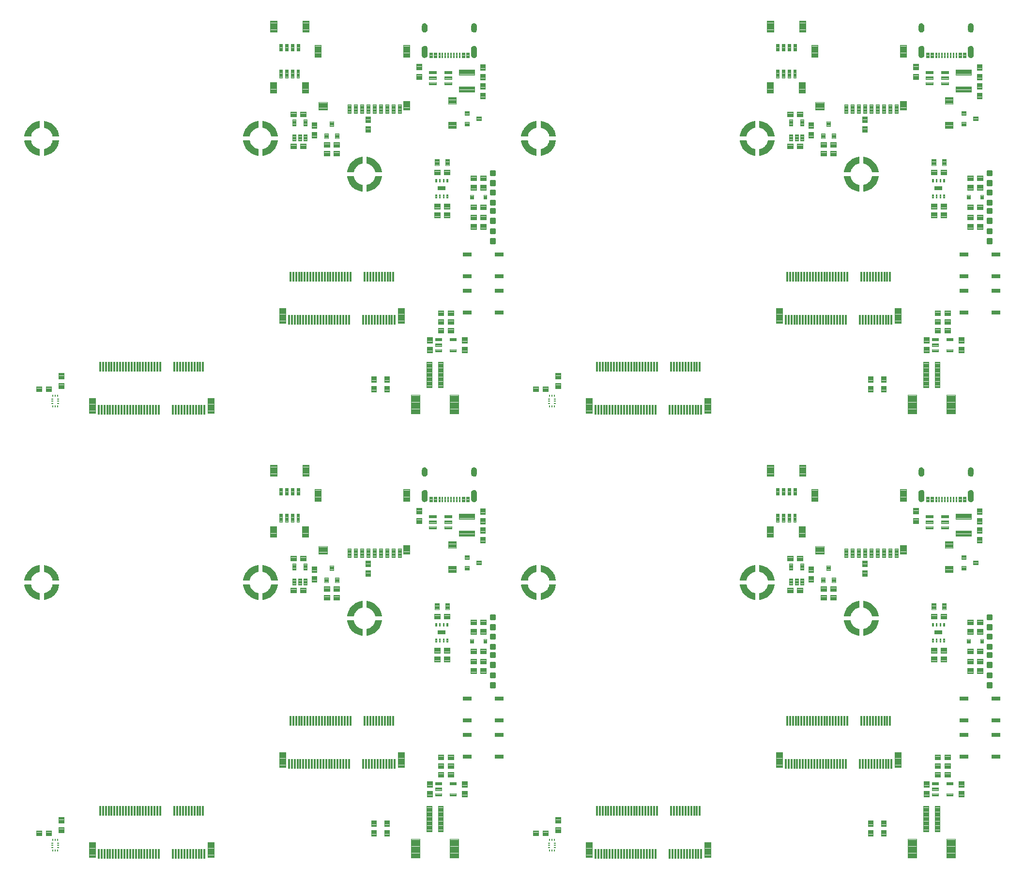
<source format=gtp>
G04 EAGLE Gerber RS-274X export*
G75*
%MOMM*%
%FSLAX34Y34*%
%LPD*%
%INSolderpaste Top*%
%IPPOS*%
%AMOC8*
5,1,8,0,0,1.08239X$1,22.5*%
G01*
%ADD10C,0.102000*%
%ADD11C,0.096000*%
%ADD12R,0.300000X1.750000*%
%ADD13C,0.100000*%
%ADD14C,0.099000*%
%ADD15C,0.300000*%
%ADD16C,0.099059*%
%ADD17R,1.375000X0.800000*%
%ADD18C,0.100800*%
%ADD19C,0.104000*%
%ADD20C,0.101600*%
%ADD21C,0.105000*%
%ADD22C,0.098000*%
%ADD23R,0.400000X0.200000*%
%ADD24R,0.200000X0.400000*%

G36*
X1296663Y1273547D02*
X1296663Y1273547D01*
X1296708Y1273548D01*
X1296759Y1273570D01*
X1296814Y1273583D01*
X1296850Y1273609D01*
X1296890Y1273627D01*
X1296929Y1273668D01*
X1296974Y1273701D01*
X1296997Y1273739D01*
X1297027Y1273771D01*
X1297047Y1273824D01*
X1297076Y1273872D01*
X1297084Y1273923D01*
X1297097Y1273957D01*
X1297096Y1273991D01*
X1297103Y1274036D01*
X1297103Y1285036D01*
X1297093Y1285089D01*
X1297092Y1285142D01*
X1297073Y1285185D01*
X1297064Y1285231D01*
X1297033Y1285275D01*
X1297012Y1285324D01*
X1296978Y1285356D01*
X1296951Y1285395D01*
X1296906Y1285424D01*
X1296867Y1285460D01*
X1296816Y1285481D01*
X1296784Y1285502D01*
X1296752Y1285507D01*
X1296713Y1285523D01*
X1293978Y1286134D01*
X1291414Y1287162D01*
X1289050Y1288589D01*
X1286946Y1290378D01*
X1285157Y1292482D01*
X1283730Y1294846D01*
X1282702Y1297410D01*
X1282091Y1300145D01*
X1282069Y1300194D01*
X1282057Y1300246D01*
X1282029Y1300284D01*
X1282010Y1300326D01*
X1281971Y1300363D01*
X1281939Y1300406D01*
X1281899Y1300430D01*
X1281865Y1300462D01*
X1281814Y1300480D01*
X1281768Y1300508D01*
X1281714Y1300517D01*
X1281678Y1300530D01*
X1281646Y1300528D01*
X1281604Y1300535D01*
X1270604Y1300535D01*
X1270549Y1300524D01*
X1270493Y1300523D01*
X1270452Y1300504D01*
X1270409Y1300496D01*
X1270363Y1300464D01*
X1270312Y1300441D01*
X1270282Y1300408D01*
X1270245Y1300383D01*
X1270215Y1300336D01*
X1270177Y1300294D01*
X1270162Y1300253D01*
X1270138Y1300216D01*
X1270129Y1300160D01*
X1270110Y1300107D01*
X1270111Y1300055D01*
X1270105Y1300019D01*
X1270113Y1299987D01*
X1270113Y1299982D01*
X1270113Y1299980D01*
X1270113Y1299979D01*
X1270114Y1299941D01*
X1270953Y1295620D01*
X1270965Y1295591D01*
X1270973Y1295549D01*
X1272442Y1291399D01*
X1272458Y1291372D01*
X1272472Y1291332D01*
X1274538Y1287445D01*
X1274558Y1287421D01*
X1274577Y1287383D01*
X1277195Y1283844D01*
X1277219Y1283823D01*
X1277244Y1283788D01*
X1280356Y1280676D01*
X1280371Y1280666D01*
X1280379Y1280655D01*
X1280394Y1280646D01*
X1280412Y1280627D01*
X1283951Y1278009D01*
X1283979Y1277996D01*
X1284013Y1277970D01*
X1287900Y1275904D01*
X1287930Y1275895D01*
X1287967Y1275874D01*
X1292117Y1274405D01*
X1292148Y1274400D01*
X1292188Y1274385D01*
X1296509Y1273546D01*
X1296565Y1273546D01*
X1296621Y1273537D01*
X1296663Y1273547D01*
G37*
G36*
X1478367Y433369D02*
X1478367Y433369D01*
X1478412Y433370D01*
X1478463Y433392D01*
X1478518Y433405D01*
X1478554Y433431D01*
X1478594Y433449D01*
X1478633Y433490D01*
X1478678Y433523D01*
X1478701Y433561D01*
X1478731Y433593D01*
X1478751Y433646D01*
X1478780Y433694D01*
X1478788Y433745D01*
X1478801Y433779D01*
X1478800Y433813D01*
X1478807Y433858D01*
X1478807Y444858D01*
X1478797Y444911D01*
X1478796Y444964D01*
X1478777Y445007D01*
X1478768Y445053D01*
X1478737Y445097D01*
X1478716Y445146D01*
X1478682Y445178D01*
X1478655Y445217D01*
X1478610Y445246D01*
X1478571Y445282D01*
X1478520Y445303D01*
X1478488Y445324D01*
X1478456Y445329D01*
X1478417Y445345D01*
X1475682Y445956D01*
X1473118Y446984D01*
X1470754Y448411D01*
X1468650Y450200D01*
X1466861Y452304D01*
X1465434Y454668D01*
X1464406Y457232D01*
X1463795Y459967D01*
X1463773Y460016D01*
X1463761Y460068D01*
X1463733Y460106D01*
X1463714Y460148D01*
X1463675Y460185D01*
X1463643Y460228D01*
X1463603Y460252D01*
X1463569Y460284D01*
X1463518Y460302D01*
X1463472Y460330D01*
X1463418Y460339D01*
X1463382Y460352D01*
X1463350Y460350D01*
X1463308Y460357D01*
X1452308Y460357D01*
X1452253Y460346D01*
X1452197Y460345D01*
X1452156Y460326D01*
X1452113Y460318D01*
X1452067Y460286D01*
X1452016Y460263D01*
X1451986Y460230D01*
X1451949Y460205D01*
X1451919Y460158D01*
X1451881Y460116D01*
X1451866Y460075D01*
X1451842Y460038D01*
X1451833Y459982D01*
X1451814Y459929D01*
X1451815Y459877D01*
X1451809Y459841D01*
X1451817Y459809D01*
X1451817Y459804D01*
X1451817Y459802D01*
X1451817Y459801D01*
X1451818Y459763D01*
X1452657Y455442D01*
X1452669Y455413D01*
X1452677Y455371D01*
X1454146Y451221D01*
X1454162Y451194D01*
X1454176Y451154D01*
X1456242Y447267D01*
X1456262Y447243D01*
X1456281Y447205D01*
X1458899Y443666D01*
X1458923Y443645D01*
X1458948Y443610D01*
X1462060Y440498D01*
X1462075Y440488D01*
X1462083Y440477D01*
X1462098Y440468D01*
X1462116Y440449D01*
X1465655Y437831D01*
X1465683Y437818D01*
X1465717Y437792D01*
X1469604Y435726D01*
X1469634Y435717D01*
X1469671Y435696D01*
X1473821Y434227D01*
X1473852Y434222D01*
X1473892Y434207D01*
X1478213Y433368D01*
X1478269Y433368D01*
X1478325Y433359D01*
X1478367Y433369D01*
G37*
G36*
X914107Y496053D02*
X914107Y496053D01*
X914152Y496054D01*
X914203Y496076D01*
X914258Y496089D01*
X914294Y496115D01*
X914334Y496133D01*
X914373Y496174D01*
X914418Y496207D01*
X914441Y496245D01*
X914471Y496277D01*
X914491Y496330D01*
X914520Y496378D01*
X914528Y496429D01*
X914541Y496463D01*
X914540Y496497D01*
X914547Y496542D01*
X914547Y507542D01*
X914537Y507595D01*
X914536Y507648D01*
X914517Y507691D01*
X914508Y507737D01*
X914477Y507781D01*
X914456Y507830D01*
X914422Y507862D01*
X914395Y507901D01*
X914350Y507930D01*
X914311Y507966D01*
X914260Y507987D01*
X914228Y508008D01*
X914196Y508013D01*
X914157Y508029D01*
X911422Y508640D01*
X908858Y509668D01*
X906494Y511095D01*
X904390Y512884D01*
X902601Y514988D01*
X901174Y517352D01*
X900146Y519916D01*
X899535Y522651D01*
X899513Y522700D01*
X899501Y522752D01*
X899473Y522790D01*
X899454Y522832D01*
X899415Y522869D01*
X899383Y522912D01*
X899343Y522936D01*
X899309Y522968D01*
X899258Y522986D01*
X899212Y523014D01*
X899158Y523023D01*
X899122Y523036D01*
X899090Y523034D01*
X899048Y523041D01*
X888048Y523041D01*
X887993Y523030D01*
X887937Y523029D01*
X887896Y523010D01*
X887853Y523002D01*
X887807Y522970D01*
X887756Y522947D01*
X887726Y522914D01*
X887689Y522889D01*
X887659Y522842D01*
X887621Y522800D01*
X887606Y522759D01*
X887582Y522722D01*
X887573Y522666D01*
X887554Y522613D01*
X887555Y522561D01*
X887549Y522525D01*
X887557Y522493D01*
X887557Y522488D01*
X887557Y522486D01*
X887557Y522485D01*
X887558Y522447D01*
X888397Y518126D01*
X888409Y518097D01*
X888417Y518055D01*
X889886Y513905D01*
X889902Y513878D01*
X889916Y513838D01*
X891982Y509951D01*
X892002Y509927D01*
X892021Y509889D01*
X894639Y506350D01*
X894663Y506329D01*
X894688Y506294D01*
X897800Y503182D01*
X897815Y503172D01*
X897823Y503161D01*
X897838Y503152D01*
X897856Y503133D01*
X901395Y500515D01*
X901423Y500502D01*
X901457Y500476D01*
X905344Y498410D01*
X905374Y498401D01*
X905411Y498380D01*
X909561Y496911D01*
X909592Y496906D01*
X909632Y496891D01*
X913953Y496052D01*
X914009Y496052D01*
X914065Y496043D01*
X914107Y496053D01*
G37*
G36*
X609687Y1210609D02*
X609687Y1210609D01*
X609732Y1210610D01*
X609783Y1210632D01*
X609838Y1210645D01*
X609874Y1210671D01*
X609914Y1210689D01*
X609953Y1210730D01*
X609998Y1210763D01*
X610021Y1210801D01*
X610051Y1210833D01*
X610071Y1210886D01*
X610100Y1210934D01*
X610108Y1210985D01*
X610121Y1211019D01*
X610120Y1211053D01*
X610127Y1211098D01*
X610127Y1222098D01*
X610117Y1222151D01*
X610116Y1222204D01*
X610097Y1222247D01*
X610088Y1222293D01*
X610057Y1222337D01*
X610036Y1222386D01*
X610002Y1222418D01*
X609975Y1222457D01*
X609930Y1222486D01*
X609891Y1222522D01*
X609840Y1222543D01*
X609808Y1222564D01*
X609776Y1222569D01*
X609737Y1222585D01*
X607002Y1223196D01*
X604438Y1224224D01*
X602074Y1225651D01*
X599970Y1227440D01*
X598181Y1229544D01*
X596754Y1231908D01*
X595726Y1234472D01*
X595115Y1237207D01*
X595093Y1237256D01*
X595081Y1237308D01*
X595053Y1237346D01*
X595034Y1237388D01*
X594995Y1237425D01*
X594963Y1237468D01*
X594923Y1237492D01*
X594889Y1237524D01*
X594838Y1237542D01*
X594792Y1237570D01*
X594738Y1237579D01*
X594702Y1237592D01*
X594670Y1237590D01*
X594628Y1237597D01*
X583628Y1237597D01*
X583573Y1237586D01*
X583517Y1237585D01*
X583476Y1237566D01*
X583433Y1237558D01*
X583387Y1237526D01*
X583336Y1237503D01*
X583306Y1237470D01*
X583269Y1237445D01*
X583239Y1237398D01*
X583201Y1237356D01*
X583186Y1237315D01*
X583162Y1237278D01*
X583153Y1237222D01*
X583134Y1237169D01*
X583135Y1237117D01*
X583129Y1237081D01*
X583137Y1237049D01*
X583137Y1237044D01*
X583137Y1237042D01*
X583137Y1237041D01*
X583138Y1237003D01*
X583977Y1232682D01*
X583989Y1232653D01*
X583997Y1232611D01*
X585466Y1228461D01*
X585482Y1228434D01*
X585496Y1228394D01*
X587562Y1224507D01*
X587582Y1224483D01*
X587601Y1224445D01*
X590219Y1220906D01*
X590243Y1220885D01*
X590268Y1220850D01*
X593380Y1217738D01*
X593395Y1217728D01*
X593403Y1217717D01*
X593418Y1217708D01*
X593436Y1217689D01*
X596975Y1215071D01*
X597003Y1215058D01*
X597037Y1215032D01*
X600924Y1212966D01*
X600954Y1212957D01*
X600991Y1212936D01*
X605141Y1211467D01*
X605172Y1211462D01*
X605212Y1211447D01*
X609533Y1210608D01*
X609589Y1210608D01*
X609645Y1210599D01*
X609687Y1210609D01*
G37*
G36*
X1478367Y1210609D02*
X1478367Y1210609D01*
X1478412Y1210610D01*
X1478463Y1210632D01*
X1478518Y1210645D01*
X1478554Y1210671D01*
X1478594Y1210689D01*
X1478633Y1210730D01*
X1478678Y1210763D01*
X1478701Y1210801D01*
X1478731Y1210833D01*
X1478751Y1210886D01*
X1478780Y1210934D01*
X1478788Y1210985D01*
X1478801Y1211019D01*
X1478800Y1211053D01*
X1478807Y1211098D01*
X1478807Y1222098D01*
X1478797Y1222151D01*
X1478796Y1222204D01*
X1478777Y1222247D01*
X1478768Y1222293D01*
X1478737Y1222337D01*
X1478716Y1222386D01*
X1478682Y1222418D01*
X1478655Y1222457D01*
X1478610Y1222486D01*
X1478571Y1222522D01*
X1478520Y1222543D01*
X1478488Y1222564D01*
X1478456Y1222569D01*
X1478417Y1222585D01*
X1475682Y1223196D01*
X1473118Y1224224D01*
X1470754Y1225651D01*
X1468650Y1227440D01*
X1466861Y1229544D01*
X1465434Y1231908D01*
X1464406Y1234472D01*
X1463795Y1237207D01*
X1463773Y1237256D01*
X1463761Y1237308D01*
X1463733Y1237346D01*
X1463714Y1237388D01*
X1463675Y1237425D01*
X1463643Y1237468D01*
X1463603Y1237492D01*
X1463569Y1237524D01*
X1463518Y1237542D01*
X1463472Y1237570D01*
X1463418Y1237579D01*
X1463382Y1237592D01*
X1463350Y1237590D01*
X1463308Y1237597D01*
X1452308Y1237597D01*
X1452253Y1237586D01*
X1452197Y1237585D01*
X1452156Y1237566D01*
X1452113Y1237558D01*
X1452067Y1237526D01*
X1452016Y1237503D01*
X1451986Y1237470D01*
X1451949Y1237445D01*
X1451919Y1237398D01*
X1451881Y1237356D01*
X1451866Y1237315D01*
X1451842Y1237278D01*
X1451833Y1237222D01*
X1451814Y1237169D01*
X1451815Y1237117D01*
X1451809Y1237081D01*
X1451817Y1237049D01*
X1451817Y1237044D01*
X1451817Y1237042D01*
X1451817Y1237041D01*
X1451818Y1237003D01*
X1452657Y1232682D01*
X1452669Y1232653D01*
X1452677Y1232611D01*
X1454146Y1228461D01*
X1454162Y1228434D01*
X1454176Y1228394D01*
X1456242Y1224507D01*
X1456262Y1224483D01*
X1456281Y1224445D01*
X1458899Y1220906D01*
X1458923Y1220885D01*
X1458948Y1220850D01*
X1462060Y1217738D01*
X1462075Y1217728D01*
X1462083Y1217717D01*
X1462098Y1217708D01*
X1462116Y1217689D01*
X1465655Y1215071D01*
X1465683Y1215058D01*
X1465717Y1215032D01*
X1469604Y1212966D01*
X1469634Y1212957D01*
X1469671Y1212936D01*
X1473821Y1211467D01*
X1473852Y1211462D01*
X1473892Y1211447D01*
X1478213Y1210608D01*
X1478269Y1210608D01*
X1478325Y1210599D01*
X1478367Y1210609D01*
G37*
G36*
X45427Y496053D02*
X45427Y496053D01*
X45472Y496054D01*
X45523Y496076D01*
X45578Y496089D01*
X45614Y496115D01*
X45654Y496133D01*
X45693Y496174D01*
X45738Y496207D01*
X45761Y496245D01*
X45791Y496277D01*
X45811Y496330D01*
X45840Y496378D01*
X45848Y496429D01*
X45861Y496463D01*
X45860Y496497D01*
X45867Y496542D01*
X45867Y507542D01*
X45857Y507595D01*
X45856Y507648D01*
X45837Y507691D01*
X45828Y507737D01*
X45797Y507781D01*
X45776Y507830D01*
X45742Y507862D01*
X45715Y507901D01*
X45670Y507930D01*
X45631Y507966D01*
X45580Y507987D01*
X45548Y508008D01*
X45516Y508013D01*
X45477Y508029D01*
X42742Y508640D01*
X40178Y509668D01*
X37814Y511095D01*
X35710Y512884D01*
X33921Y514988D01*
X32494Y517352D01*
X31466Y519916D01*
X30855Y522651D01*
X30833Y522700D01*
X30821Y522752D01*
X30793Y522790D01*
X30774Y522832D01*
X30735Y522869D01*
X30703Y522912D01*
X30663Y522936D01*
X30629Y522968D01*
X30578Y522986D01*
X30532Y523014D01*
X30478Y523023D01*
X30442Y523036D01*
X30410Y523034D01*
X30368Y523041D01*
X19368Y523041D01*
X19313Y523030D01*
X19257Y523029D01*
X19216Y523010D01*
X19173Y523002D01*
X19127Y522970D01*
X19076Y522947D01*
X19046Y522914D01*
X19009Y522889D01*
X18979Y522842D01*
X18941Y522800D01*
X18926Y522759D01*
X18902Y522722D01*
X18893Y522666D01*
X18874Y522613D01*
X18875Y522561D01*
X18869Y522525D01*
X18877Y522493D01*
X18877Y522488D01*
X18877Y522486D01*
X18877Y522485D01*
X18878Y522447D01*
X19717Y518126D01*
X19729Y518097D01*
X19737Y518055D01*
X21206Y513905D01*
X21222Y513878D01*
X21236Y513838D01*
X23302Y509951D01*
X23322Y509927D01*
X23341Y509889D01*
X25959Y506350D01*
X25983Y506329D01*
X26008Y506294D01*
X29120Y503182D01*
X29135Y503172D01*
X29143Y503161D01*
X29158Y503152D01*
X29176Y503133D01*
X32715Y500515D01*
X32743Y500502D01*
X32777Y500476D01*
X36664Y498410D01*
X36694Y498401D01*
X36731Y498380D01*
X40881Y496911D01*
X40912Y496906D01*
X40952Y496891D01*
X45273Y496052D01*
X45329Y496052D01*
X45385Y496043D01*
X45427Y496053D01*
G37*
G36*
X427983Y496307D02*
X427983Y496307D01*
X428028Y496308D01*
X428079Y496330D01*
X428134Y496343D01*
X428170Y496369D01*
X428210Y496387D01*
X428249Y496428D01*
X428294Y496461D01*
X428317Y496499D01*
X428347Y496531D01*
X428367Y496584D01*
X428396Y496632D01*
X428404Y496683D01*
X428417Y496717D01*
X428416Y496751D01*
X428423Y496796D01*
X428423Y507796D01*
X428413Y507849D01*
X428412Y507902D01*
X428393Y507945D01*
X428384Y507991D01*
X428353Y508035D01*
X428332Y508084D01*
X428298Y508116D01*
X428271Y508155D01*
X428226Y508184D01*
X428187Y508220D01*
X428136Y508241D01*
X428104Y508262D01*
X428072Y508267D01*
X428033Y508283D01*
X425298Y508894D01*
X422734Y509922D01*
X420370Y511349D01*
X418266Y513138D01*
X416477Y515242D01*
X415050Y517606D01*
X414022Y520170D01*
X413411Y522905D01*
X413389Y522954D01*
X413377Y523006D01*
X413349Y523044D01*
X413330Y523086D01*
X413291Y523123D01*
X413259Y523166D01*
X413219Y523190D01*
X413185Y523222D01*
X413134Y523240D01*
X413088Y523268D01*
X413034Y523277D01*
X412998Y523290D01*
X412966Y523288D01*
X412924Y523295D01*
X401924Y523295D01*
X401869Y523284D01*
X401813Y523283D01*
X401772Y523264D01*
X401729Y523256D01*
X401683Y523224D01*
X401632Y523201D01*
X401602Y523168D01*
X401565Y523143D01*
X401535Y523096D01*
X401497Y523054D01*
X401482Y523013D01*
X401458Y522976D01*
X401449Y522920D01*
X401430Y522867D01*
X401431Y522815D01*
X401425Y522779D01*
X401433Y522747D01*
X401433Y522742D01*
X401433Y522740D01*
X401433Y522739D01*
X401434Y522701D01*
X402273Y518380D01*
X402285Y518351D01*
X402293Y518309D01*
X403762Y514159D01*
X403778Y514132D01*
X403792Y514092D01*
X405858Y510205D01*
X405878Y510181D01*
X405897Y510143D01*
X408515Y506604D01*
X408539Y506583D01*
X408564Y506548D01*
X411676Y503436D01*
X411691Y503426D01*
X411699Y503415D01*
X411714Y503406D01*
X411732Y503387D01*
X415271Y500769D01*
X415299Y500756D01*
X415333Y500730D01*
X419220Y498664D01*
X419250Y498655D01*
X419287Y498634D01*
X423437Y497165D01*
X423468Y497160D01*
X423508Y497145D01*
X427829Y496306D01*
X427885Y496306D01*
X427941Y496297D01*
X427983Y496307D01*
G37*
G36*
X1296663Y496307D02*
X1296663Y496307D01*
X1296708Y496308D01*
X1296759Y496330D01*
X1296814Y496343D01*
X1296850Y496369D01*
X1296890Y496387D01*
X1296929Y496428D01*
X1296974Y496461D01*
X1296997Y496499D01*
X1297027Y496531D01*
X1297047Y496584D01*
X1297076Y496632D01*
X1297084Y496683D01*
X1297097Y496717D01*
X1297096Y496751D01*
X1297103Y496796D01*
X1297103Y507796D01*
X1297093Y507849D01*
X1297092Y507902D01*
X1297073Y507945D01*
X1297064Y507991D01*
X1297033Y508035D01*
X1297012Y508084D01*
X1296978Y508116D01*
X1296951Y508155D01*
X1296906Y508184D01*
X1296867Y508220D01*
X1296816Y508241D01*
X1296784Y508262D01*
X1296752Y508267D01*
X1296713Y508283D01*
X1293978Y508894D01*
X1291414Y509922D01*
X1289050Y511349D01*
X1286946Y513138D01*
X1285157Y515242D01*
X1283730Y517606D01*
X1282702Y520170D01*
X1282091Y522905D01*
X1282069Y522954D01*
X1282057Y523006D01*
X1282029Y523044D01*
X1282010Y523086D01*
X1281971Y523123D01*
X1281939Y523166D01*
X1281899Y523190D01*
X1281865Y523222D01*
X1281814Y523240D01*
X1281768Y523268D01*
X1281714Y523277D01*
X1281678Y523290D01*
X1281646Y523288D01*
X1281604Y523295D01*
X1270604Y523295D01*
X1270549Y523284D01*
X1270493Y523283D01*
X1270452Y523264D01*
X1270409Y523256D01*
X1270363Y523224D01*
X1270312Y523201D01*
X1270282Y523168D01*
X1270245Y523143D01*
X1270215Y523096D01*
X1270177Y523054D01*
X1270162Y523013D01*
X1270138Y522976D01*
X1270129Y522920D01*
X1270110Y522867D01*
X1270111Y522815D01*
X1270105Y522779D01*
X1270113Y522747D01*
X1270113Y522742D01*
X1270113Y522740D01*
X1270113Y522739D01*
X1270114Y522701D01*
X1270953Y518380D01*
X1270965Y518351D01*
X1270973Y518309D01*
X1272442Y514159D01*
X1272458Y514132D01*
X1272472Y514092D01*
X1274538Y510205D01*
X1274558Y510181D01*
X1274577Y510143D01*
X1277195Y506604D01*
X1277219Y506583D01*
X1277244Y506548D01*
X1280356Y503436D01*
X1280371Y503426D01*
X1280379Y503415D01*
X1280394Y503406D01*
X1280412Y503387D01*
X1283951Y500769D01*
X1283979Y500756D01*
X1284013Y500730D01*
X1287900Y498664D01*
X1287930Y498655D01*
X1287967Y498634D01*
X1292117Y497165D01*
X1292148Y497160D01*
X1292188Y497145D01*
X1296509Y496306D01*
X1296565Y496306D01*
X1296621Y496297D01*
X1296663Y496307D01*
G37*
G36*
X427983Y1273547D02*
X427983Y1273547D01*
X428028Y1273548D01*
X428079Y1273570D01*
X428134Y1273583D01*
X428170Y1273609D01*
X428210Y1273627D01*
X428249Y1273668D01*
X428294Y1273701D01*
X428317Y1273739D01*
X428347Y1273771D01*
X428367Y1273824D01*
X428396Y1273872D01*
X428404Y1273923D01*
X428417Y1273957D01*
X428416Y1273991D01*
X428423Y1274036D01*
X428423Y1285036D01*
X428413Y1285089D01*
X428412Y1285142D01*
X428393Y1285185D01*
X428384Y1285231D01*
X428353Y1285275D01*
X428332Y1285324D01*
X428298Y1285356D01*
X428271Y1285395D01*
X428226Y1285424D01*
X428187Y1285460D01*
X428136Y1285481D01*
X428104Y1285502D01*
X428072Y1285507D01*
X428033Y1285523D01*
X425298Y1286134D01*
X422734Y1287162D01*
X420370Y1288589D01*
X418266Y1290378D01*
X416477Y1292482D01*
X415050Y1294846D01*
X414022Y1297410D01*
X413411Y1300145D01*
X413389Y1300194D01*
X413377Y1300246D01*
X413349Y1300284D01*
X413330Y1300326D01*
X413291Y1300363D01*
X413259Y1300406D01*
X413219Y1300430D01*
X413185Y1300462D01*
X413134Y1300480D01*
X413088Y1300508D01*
X413034Y1300517D01*
X412998Y1300530D01*
X412966Y1300528D01*
X412924Y1300535D01*
X401924Y1300535D01*
X401869Y1300524D01*
X401813Y1300523D01*
X401772Y1300504D01*
X401729Y1300496D01*
X401683Y1300464D01*
X401632Y1300441D01*
X401602Y1300408D01*
X401565Y1300383D01*
X401535Y1300336D01*
X401497Y1300294D01*
X401482Y1300253D01*
X401458Y1300216D01*
X401449Y1300160D01*
X401430Y1300107D01*
X401431Y1300055D01*
X401425Y1300019D01*
X401433Y1299987D01*
X401433Y1299982D01*
X401433Y1299980D01*
X401433Y1299979D01*
X401434Y1299941D01*
X402273Y1295620D01*
X402285Y1295591D01*
X402293Y1295549D01*
X403762Y1291399D01*
X403778Y1291372D01*
X403792Y1291332D01*
X405858Y1287445D01*
X405878Y1287421D01*
X405897Y1287383D01*
X408515Y1283844D01*
X408539Y1283823D01*
X408564Y1283788D01*
X411676Y1280676D01*
X411691Y1280666D01*
X411699Y1280655D01*
X411714Y1280646D01*
X411732Y1280627D01*
X415271Y1278009D01*
X415299Y1277996D01*
X415333Y1277970D01*
X419220Y1275904D01*
X419250Y1275895D01*
X419287Y1275874D01*
X423437Y1274405D01*
X423468Y1274400D01*
X423508Y1274385D01*
X427829Y1273546D01*
X427885Y1273546D01*
X427941Y1273537D01*
X427983Y1273547D01*
G37*
G36*
X914107Y1273293D02*
X914107Y1273293D01*
X914152Y1273294D01*
X914203Y1273316D01*
X914258Y1273329D01*
X914294Y1273355D01*
X914334Y1273373D01*
X914373Y1273414D01*
X914418Y1273447D01*
X914441Y1273485D01*
X914471Y1273517D01*
X914491Y1273570D01*
X914520Y1273618D01*
X914528Y1273669D01*
X914541Y1273703D01*
X914540Y1273737D01*
X914547Y1273782D01*
X914547Y1284782D01*
X914537Y1284835D01*
X914536Y1284888D01*
X914517Y1284931D01*
X914508Y1284977D01*
X914477Y1285021D01*
X914456Y1285070D01*
X914422Y1285102D01*
X914395Y1285141D01*
X914350Y1285170D01*
X914311Y1285206D01*
X914260Y1285227D01*
X914228Y1285248D01*
X914196Y1285253D01*
X914157Y1285269D01*
X911422Y1285880D01*
X908858Y1286908D01*
X906494Y1288335D01*
X904390Y1290124D01*
X902601Y1292228D01*
X901174Y1294592D01*
X900146Y1297156D01*
X899535Y1299891D01*
X899513Y1299940D01*
X899501Y1299992D01*
X899473Y1300030D01*
X899454Y1300072D01*
X899415Y1300109D01*
X899383Y1300152D01*
X899343Y1300176D01*
X899309Y1300208D01*
X899258Y1300226D01*
X899212Y1300254D01*
X899158Y1300263D01*
X899122Y1300276D01*
X899090Y1300274D01*
X899048Y1300281D01*
X888048Y1300281D01*
X887993Y1300270D01*
X887937Y1300269D01*
X887896Y1300250D01*
X887853Y1300242D01*
X887807Y1300210D01*
X887756Y1300187D01*
X887726Y1300154D01*
X887689Y1300129D01*
X887659Y1300082D01*
X887621Y1300040D01*
X887606Y1299999D01*
X887582Y1299962D01*
X887573Y1299906D01*
X887554Y1299853D01*
X887555Y1299801D01*
X887549Y1299765D01*
X887557Y1299733D01*
X887557Y1299728D01*
X887557Y1299726D01*
X887557Y1299725D01*
X887558Y1299687D01*
X888397Y1295366D01*
X888409Y1295337D01*
X888417Y1295295D01*
X889886Y1291145D01*
X889902Y1291118D01*
X889916Y1291078D01*
X891982Y1287191D01*
X892002Y1287167D01*
X892021Y1287129D01*
X894639Y1283590D01*
X894663Y1283569D01*
X894688Y1283534D01*
X897800Y1280422D01*
X897815Y1280412D01*
X897823Y1280401D01*
X897838Y1280392D01*
X897856Y1280373D01*
X901395Y1277755D01*
X901423Y1277742D01*
X901457Y1277716D01*
X905344Y1275650D01*
X905374Y1275641D01*
X905411Y1275620D01*
X909561Y1274151D01*
X909592Y1274146D01*
X909632Y1274131D01*
X913953Y1273292D01*
X914009Y1273292D01*
X914065Y1273283D01*
X914107Y1273293D01*
G37*
G36*
X609687Y433369D02*
X609687Y433369D01*
X609732Y433370D01*
X609783Y433392D01*
X609838Y433405D01*
X609874Y433431D01*
X609914Y433449D01*
X609953Y433490D01*
X609998Y433523D01*
X610021Y433561D01*
X610051Y433593D01*
X610071Y433646D01*
X610100Y433694D01*
X610108Y433745D01*
X610121Y433779D01*
X610120Y433813D01*
X610127Y433858D01*
X610127Y444858D01*
X610117Y444911D01*
X610116Y444964D01*
X610097Y445007D01*
X610088Y445053D01*
X610057Y445097D01*
X610036Y445146D01*
X610002Y445178D01*
X609975Y445217D01*
X609930Y445246D01*
X609891Y445282D01*
X609840Y445303D01*
X609808Y445324D01*
X609776Y445329D01*
X609737Y445345D01*
X607002Y445956D01*
X604438Y446984D01*
X602074Y448411D01*
X599970Y450200D01*
X598181Y452304D01*
X596754Y454668D01*
X595726Y457232D01*
X595115Y459967D01*
X595093Y460016D01*
X595081Y460068D01*
X595053Y460106D01*
X595034Y460148D01*
X594995Y460185D01*
X594963Y460228D01*
X594923Y460252D01*
X594889Y460284D01*
X594838Y460302D01*
X594792Y460330D01*
X594738Y460339D01*
X594702Y460352D01*
X594670Y460350D01*
X594628Y460357D01*
X583628Y460357D01*
X583573Y460346D01*
X583517Y460345D01*
X583476Y460326D01*
X583433Y460318D01*
X583387Y460286D01*
X583336Y460263D01*
X583306Y460230D01*
X583269Y460205D01*
X583239Y460158D01*
X583201Y460116D01*
X583186Y460075D01*
X583162Y460038D01*
X583153Y459982D01*
X583134Y459929D01*
X583135Y459877D01*
X583129Y459841D01*
X583137Y459809D01*
X583137Y459804D01*
X583137Y459802D01*
X583137Y459801D01*
X583138Y459763D01*
X583977Y455442D01*
X583989Y455413D01*
X583997Y455371D01*
X585466Y451221D01*
X585482Y451194D01*
X585496Y451154D01*
X587562Y447267D01*
X587582Y447243D01*
X587601Y447205D01*
X590219Y443666D01*
X590243Y443645D01*
X590268Y443610D01*
X593380Y440498D01*
X593395Y440488D01*
X593403Y440477D01*
X593418Y440468D01*
X593436Y440449D01*
X596975Y437831D01*
X597003Y437818D01*
X597037Y437792D01*
X600924Y435726D01*
X600954Y435717D01*
X600991Y435696D01*
X605141Y434227D01*
X605172Y434222D01*
X605212Y434207D01*
X609533Y433368D01*
X609589Y433368D01*
X609645Y433359D01*
X609687Y433369D01*
G37*
G36*
X45427Y1273293D02*
X45427Y1273293D01*
X45472Y1273294D01*
X45523Y1273316D01*
X45578Y1273329D01*
X45614Y1273355D01*
X45654Y1273373D01*
X45693Y1273414D01*
X45738Y1273447D01*
X45761Y1273485D01*
X45791Y1273517D01*
X45811Y1273570D01*
X45840Y1273618D01*
X45848Y1273669D01*
X45861Y1273703D01*
X45860Y1273737D01*
X45867Y1273782D01*
X45867Y1284782D01*
X45857Y1284835D01*
X45856Y1284888D01*
X45837Y1284931D01*
X45828Y1284977D01*
X45797Y1285021D01*
X45776Y1285070D01*
X45742Y1285102D01*
X45715Y1285141D01*
X45670Y1285170D01*
X45631Y1285206D01*
X45580Y1285227D01*
X45548Y1285248D01*
X45516Y1285253D01*
X45477Y1285269D01*
X42742Y1285880D01*
X40178Y1286908D01*
X37814Y1288335D01*
X35710Y1290124D01*
X33921Y1292228D01*
X32494Y1294592D01*
X31466Y1297156D01*
X30855Y1299891D01*
X30833Y1299940D01*
X30821Y1299992D01*
X30793Y1300030D01*
X30774Y1300072D01*
X30735Y1300109D01*
X30703Y1300152D01*
X30663Y1300176D01*
X30629Y1300208D01*
X30578Y1300226D01*
X30532Y1300254D01*
X30478Y1300263D01*
X30442Y1300276D01*
X30410Y1300274D01*
X30368Y1300281D01*
X19368Y1300281D01*
X19313Y1300270D01*
X19257Y1300269D01*
X19216Y1300250D01*
X19173Y1300242D01*
X19127Y1300210D01*
X19076Y1300187D01*
X19046Y1300154D01*
X19009Y1300129D01*
X18979Y1300082D01*
X18941Y1300040D01*
X18926Y1299999D01*
X18902Y1299962D01*
X18893Y1299906D01*
X18874Y1299853D01*
X18875Y1299801D01*
X18869Y1299765D01*
X18877Y1299733D01*
X18877Y1299728D01*
X18877Y1299726D01*
X18877Y1299725D01*
X18878Y1299687D01*
X19717Y1295366D01*
X19729Y1295337D01*
X19737Y1295295D01*
X21206Y1291145D01*
X21222Y1291118D01*
X21236Y1291078D01*
X23302Y1287191D01*
X23322Y1287167D01*
X23341Y1287129D01*
X25959Y1283590D01*
X25983Y1283569D01*
X26008Y1283534D01*
X29120Y1280422D01*
X29135Y1280412D01*
X29143Y1280401D01*
X29158Y1280392D01*
X29176Y1280373D01*
X32715Y1277755D01*
X32743Y1277742D01*
X32777Y1277716D01*
X36664Y1275650D01*
X36694Y1275641D01*
X36731Y1275620D01*
X40881Y1274151D01*
X40912Y1274146D01*
X40952Y1274131D01*
X45273Y1273292D01*
X45329Y1273292D01*
X45385Y1273283D01*
X45427Y1273293D01*
G37*
G36*
X412977Y530307D02*
X412977Y530307D01*
X413030Y530308D01*
X413073Y530327D01*
X413119Y530336D01*
X413163Y530367D01*
X413212Y530388D01*
X413244Y530422D01*
X413283Y530449D01*
X413312Y530494D01*
X413348Y530533D01*
X413369Y530584D01*
X413390Y530616D01*
X413395Y530648D01*
X413411Y530687D01*
X414022Y533422D01*
X415050Y535986D01*
X416477Y538350D01*
X418266Y540454D01*
X420370Y542243D01*
X422734Y543670D01*
X425298Y544698D01*
X428033Y545309D01*
X428082Y545331D01*
X428134Y545343D01*
X428172Y545371D01*
X428214Y545390D01*
X428251Y545429D01*
X428294Y545461D01*
X428318Y545501D01*
X428350Y545535D01*
X428368Y545586D01*
X428396Y545632D01*
X428405Y545686D01*
X428418Y545722D01*
X428416Y545754D01*
X428423Y545796D01*
X428423Y556796D01*
X428412Y556851D01*
X428411Y556907D01*
X428392Y556948D01*
X428384Y556991D01*
X428352Y557037D01*
X428329Y557089D01*
X428296Y557118D01*
X428271Y557155D01*
X428224Y557185D01*
X428182Y557223D01*
X428141Y557238D01*
X428104Y557262D01*
X428048Y557271D01*
X427995Y557290D01*
X427943Y557289D01*
X427907Y557295D01*
X427875Y557287D01*
X427829Y557286D01*
X423508Y556447D01*
X423479Y556435D01*
X423437Y556427D01*
X419287Y554958D01*
X419260Y554942D01*
X419220Y554928D01*
X415333Y552862D01*
X415309Y552842D01*
X415271Y552823D01*
X411732Y550205D01*
X411711Y550181D01*
X411676Y550156D01*
X408564Y547044D01*
X408546Y547018D01*
X408515Y546988D01*
X405897Y543450D01*
X405884Y543421D01*
X405858Y543387D01*
X403792Y539500D01*
X403785Y539477D01*
X403776Y539463D01*
X403775Y539455D01*
X403762Y539433D01*
X402293Y535283D01*
X402288Y535252D01*
X402273Y535212D01*
X401434Y530891D01*
X401434Y530835D01*
X401425Y530779D01*
X401435Y530737D01*
X401436Y530692D01*
X401458Y530641D01*
X401471Y530586D01*
X401497Y530551D01*
X401515Y530510D01*
X401556Y530471D01*
X401589Y530426D01*
X401627Y530403D01*
X401659Y530373D01*
X401712Y530353D01*
X401760Y530324D01*
X401811Y530316D01*
X401845Y530303D01*
X401879Y530304D01*
X401924Y530297D01*
X412924Y530297D01*
X412977Y530307D01*
G37*
G36*
X1281657Y530307D02*
X1281657Y530307D01*
X1281710Y530308D01*
X1281753Y530327D01*
X1281799Y530336D01*
X1281843Y530367D01*
X1281892Y530388D01*
X1281924Y530422D01*
X1281963Y530449D01*
X1281992Y530494D01*
X1282028Y530533D01*
X1282049Y530584D01*
X1282070Y530616D01*
X1282075Y530648D01*
X1282091Y530687D01*
X1282702Y533422D01*
X1283730Y535986D01*
X1285157Y538350D01*
X1286946Y540454D01*
X1289050Y542243D01*
X1291414Y543670D01*
X1293978Y544698D01*
X1296713Y545309D01*
X1296762Y545331D01*
X1296814Y545343D01*
X1296852Y545371D01*
X1296894Y545390D01*
X1296931Y545429D01*
X1296974Y545461D01*
X1296998Y545501D01*
X1297030Y545535D01*
X1297048Y545586D01*
X1297076Y545632D01*
X1297085Y545686D01*
X1297098Y545722D01*
X1297096Y545754D01*
X1297103Y545796D01*
X1297103Y556796D01*
X1297092Y556851D01*
X1297091Y556907D01*
X1297072Y556948D01*
X1297064Y556991D01*
X1297032Y557037D01*
X1297009Y557089D01*
X1296976Y557118D01*
X1296951Y557155D01*
X1296904Y557185D01*
X1296862Y557223D01*
X1296821Y557238D01*
X1296784Y557262D01*
X1296728Y557271D01*
X1296675Y557290D01*
X1296623Y557289D01*
X1296587Y557295D01*
X1296555Y557287D01*
X1296509Y557286D01*
X1292188Y556447D01*
X1292159Y556435D01*
X1292117Y556427D01*
X1287967Y554958D01*
X1287940Y554942D01*
X1287900Y554928D01*
X1284013Y552862D01*
X1283989Y552842D01*
X1283951Y552823D01*
X1280412Y550205D01*
X1280391Y550181D01*
X1280356Y550156D01*
X1277244Y547044D01*
X1277226Y547018D01*
X1277195Y546988D01*
X1274577Y543450D01*
X1274564Y543421D01*
X1274538Y543387D01*
X1272472Y539500D01*
X1272465Y539477D01*
X1272456Y539463D01*
X1272455Y539455D01*
X1272442Y539433D01*
X1270973Y535283D01*
X1270968Y535252D01*
X1270953Y535212D01*
X1270114Y530891D01*
X1270114Y530835D01*
X1270105Y530779D01*
X1270115Y530737D01*
X1270116Y530692D01*
X1270138Y530641D01*
X1270151Y530586D01*
X1270177Y530551D01*
X1270195Y530510D01*
X1270236Y530471D01*
X1270269Y530426D01*
X1270307Y530403D01*
X1270339Y530373D01*
X1270392Y530353D01*
X1270440Y530324D01*
X1270491Y530316D01*
X1270525Y530303D01*
X1270559Y530304D01*
X1270604Y530297D01*
X1281604Y530297D01*
X1281657Y530307D01*
G37*
G36*
X594681Y1244609D02*
X594681Y1244609D01*
X594734Y1244610D01*
X594777Y1244629D01*
X594823Y1244638D01*
X594867Y1244669D01*
X594916Y1244690D01*
X594948Y1244724D01*
X594987Y1244751D01*
X595016Y1244796D01*
X595052Y1244835D01*
X595073Y1244886D01*
X595094Y1244918D01*
X595099Y1244950D01*
X595115Y1244989D01*
X595726Y1247724D01*
X596754Y1250288D01*
X598181Y1252652D01*
X599970Y1254756D01*
X602074Y1256545D01*
X604438Y1257972D01*
X607002Y1259000D01*
X609737Y1259611D01*
X609786Y1259633D01*
X609838Y1259645D01*
X609876Y1259673D01*
X609918Y1259692D01*
X609955Y1259731D01*
X609998Y1259763D01*
X610022Y1259803D01*
X610054Y1259837D01*
X610072Y1259888D01*
X610100Y1259934D01*
X610109Y1259988D01*
X610122Y1260024D01*
X610120Y1260056D01*
X610127Y1260098D01*
X610127Y1271098D01*
X610116Y1271153D01*
X610115Y1271209D01*
X610096Y1271250D01*
X610088Y1271293D01*
X610056Y1271339D01*
X610033Y1271391D01*
X610000Y1271420D01*
X609975Y1271457D01*
X609928Y1271487D01*
X609886Y1271525D01*
X609845Y1271540D01*
X609808Y1271564D01*
X609752Y1271573D01*
X609699Y1271592D01*
X609647Y1271591D01*
X609611Y1271597D01*
X609579Y1271589D01*
X609533Y1271588D01*
X605212Y1270749D01*
X605183Y1270737D01*
X605141Y1270729D01*
X600991Y1269260D01*
X600964Y1269244D01*
X600924Y1269230D01*
X597037Y1267164D01*
X597013Y1267144D01*
X596975Y1267125D01*
X593436Y1264507D01*
X593415Y1264483D01*
X593380Y1264458D01*
X590268Y1261346D01*
X590250Y1261320D01*
X590219Y1261290D01*
X587601Y1257752D01*
X587588Y1257723D01*
X587562Y1257689D01*
X585496Y1253802D01*
X585489Y1253779D01*
X585480Y1253765D01*
X585479Y1253757D01*
X585466Y1253735D01*
X583997Y1249585D01*
X583992Y1249554D01*
X583977Y1249514D01*
X583138Y1245193D01*
X583138Y1245137D01*
X583129Y1245081D01*
X583139Y1245039D01*
X583140Y1244994D01*
X583162Y1244943D01*
X583175Y1244888D01*
X583201Y1244853D01*
X583219Y1244812D01*
X583260Y1244773D01*
X583293Y1244728D01*
X583331Y1244705D01*
X583363Y1244675D01*
X583416Y1244655D01*
X583464Y1244626D01*
X583515Y1244618D01*
X583549Y1244605D01*
X583583Y1244606D01*
X583628Y1244599D01*
X594628Y1244599D01*
X594681Y1244609D01*
G37*
G36*
X1463361Y467369D02*
X1463361Y467369D01*
X1463414Y467370D01*
X1463457Y467389D01*
X1463503Y467398D01*
X1463547Y467429D01*
X1463596Y467450D01*
X1463628Y467484D01*
X1463667Y467511D01*
X1463696Y467556D01*
X1463732Y467595D01*
X1463753Y467646D01*
X1463774Y467678D01*
X1463779Y467710D01*
X1463795Y467749D01*
X1464406Y470484D01*
X1465434Y473048D01*
X1466861Y475412D01*
X1468650Y477516D01*
X1470754Y479305D01*
X1473118Y480732D01*
X1475682Y481760D01*
X1478417Y482371D01*
X1478466Y482393D01*
X1478518Y482405D01*
X1478556Y482433D01*
X1478598Y482452D01*
X1478635Y482491D01*
X1478678Y482523D01*
X1478702Y482563D01*
X1478734Y482597D01*
X1478752Y482648D01*
X1478780Y482694D01*
X1478789Y482748D01*
X1478802Y482784D01*
X1478800Y482816D01*
X1478807Y482858D01*
X1478807Y493858D01*
X1478796Y493913D01*
X1478795Y493969D01*
X1478776Y494010D01*
X1478768Y494053D01*
X1478736Y494099D01*
X1478713Y494151D01*
X1478680Y494180D01*
X1478655Y494217D01*
X1478608Y494247D01*
X1478566Y494285D01*
X1478525Y494300D01*
X1478488Y494324D01*
X1478432Y494333D01*
X1478379Y494352D01*
X1478327Y494351D01*
X1478291Y494357D01*
X1478259Y494349D01*
X1478213Y494348D01*
X1473892Y493509D01*
X1473863Y493497D01*
X1473821Y493489D01*
X1469671Y492020D01*
X1469644Y492004D01*
X1469604Y491990D01*
X1465717Y489924D01*
X1465693Y489904D01*
X1465655Y489885D01*
X1462116Y487267D01*
X1462095Y487243D01*
X1462060Y487218D01*
X1458948Y484106D01*
X1458930Y484080D01*
X1458899Y484050D01*
X1456281Y480512D01*
X1456268Y480483D01*
X1456242Y480449D01*
X1454176Y476562D01*
X1454169Y476539D01*
X1454160Y476525D01*
X1454159Y476517D01*
X1454146Y476495D01*
X1452677Y472345D01*
X1452672Y472314D01*
X1452657Y472274D01*
X1451818Y467953D01*
X1451818Y467897D01*
X1451809Y467841D01*
X1451819Y467799D01*
X1451820Y467754D01*
X1451842Y467703D01*
X1451855Y467648D01*
X1451881Y467613D01*
X1451899Y467572D01*
X1451940Y467533D01*
X1451973Y467488D01*
X1452011Y467465D01*
X1452043Y467435D01*
X1452096Y467415D01*
X1452144Y467386D01*
X1452195Y467378D01*
X1452229Y467365D01*
X1452263Y467366D01*
X1452308Y467359D01*
X1463308Y467359D01*
X1463361Y467369D01*
G37*
G36*
X594681Y467369D02*
X594681Y467369D01*
X594734Y467370D01*
X594777Y467389D01*
X594823Y467398D01*
X594867Y467429D01*
X594916Y467450D01*
X594948Y467484D01*
X594987Y467511D01*
X595016Y467556D01*
X595052Y467595D01*
X595073Y467646D01*
X595094Y467678D01*
X595099Y467710D01*
X595115Y467749D01*
X595726Y470484D01*
X596754Y473048D01*
X598181Y475412D01*
X599970Y477516D01*
X602074Y479305D01*
X604438Y480732D01*
X607002Y481760D01*
X609737Y482371D01*
X609786Y482393D01*
X609838Y482405D01*
X609876Y482433D01*
X609918Y482452D01*
X609955Y482491D01*
X609998Y482523D01*
X610022Y482563D01*
X610054Y482597D01*
X610072Y482648D01*
X610100Y482694D01*
X610109Y482748D01*
X610122Y482784D01*
X610120Y482816D01*
X610127Y482858D01*
X610127Y493858D01*
X610116Y493913D01*
X610115Y493969D01*
X610096Y494010D01*
X610088Y494053D01*
X610056Y494099D01*
X610033Y494151D01*
X610000Y494180D01*
X609975Y494217D01*
X609928Y494247D01*
X609886Y494285D01*
X609845Y494300D01*
X609808Y494324D01*
X609752Y494333D01*
X609699Y494352D01*
X609647Y494351D01*
X609611Y494357D01*
X609579Y494349D01*
X609533Y494348D01*
X605212Y493509D01*
X605183Y493497D01*
X605141Y493489D01*
X600991Y492020D01*
X600964Y492004D01*
X600924Y491990D01*
X597037Y489924D01*
X597013Y489904D01*
X596975Y489885D01*
X593436Y487267D01*
X593415Y487243D01*
X593380Y487218D01*
X590268Y484106D01*
X590250Y484080D01*
X590219Y484050D01*
X587601Y480512D01*
X587588Y480483D01*
X587562Y480449D01*
X585496Y476562D01*
X585489Y476539D01*
X585480Y476525D01*
X585479Y476517D01*
X585466Y476495D01*
X583997Y472345D01*
X583992Y472314D01*
X583977Y472274D01*
X583138Y467953D01*
X583138Y467897D01*
X583129Y467841D01*
X583139Y467799D01*
X583140Y467754D01*
X583162Y467703D01*
X583175Y467648D01*
X583201Y467613D01*
X583219Y467572D01*
X583260Y467533D01*
X583293Y467488D01*
X583331Y467465D01*
X583363Y467435D01*
X583416Y467415D01*
X583464Y467386D01*
X583515Y467378D01*
X583549Y467365D01*
X583583Y467366D01*
X583628Y467359D01*
X594628Y467359D01*
X594681Y467369D01*
G37*
G36*
X412977Y1307547D02*
X412977Y1307547D01*
X413030Y1307548D01*
X413073Y1307567D01*
X413119Y1307576D01*
X413163Y1307607D01*
X413212Y1307628D01*
X413244Y1307662D01*
X413283Y1307689D01*
X413312Y1307734D01*
X413348Y1307773D01*
X413369Y1307824D01*
X413390Y1307856D01*
X413395Y1307888D01*
X413411Y1307927D01*
X414022Y1310662D01*
X415050Y1313226D01*
X416477Y1315590D01*
X418266Y1317694D01*
X420370Y1319483D01*
X422734Y1320910D01*
X425298Y1321938D01*
X428033Y1322549D01*
X428082Y1322571D01*
X428134Y1322583D01*
X428172Y1322611D01*
X428214Y1322630D01*
X428251Y1322669D01*
X428294Y1322701D01*
X428318Y1322741D01*
X428350Y1322775D01*
X428368Y1322826D01*
X428396Y1322872D01*
X428405Y1322926D01*
X428418Y1322962D01*
X428416Y1322994D01*
X428423Y1323036D01*
X428423Y1334036D01*
X428412Y1334091D01*
X428411Y1334147D01*
X428392Y1334188D01*
X428384Y1334231D01*
X428352Y1334277D01*
X428329Y1334329D01*
X428296Y1334358D01*
X428271Y1334395D01*
X428224Y1334425D01*
X428182Y1334463D01*
X428141Y1334478D01*
X428104Y1334502D01*
X428048Y1334511D01*
X427995Y1334530D01*
X427943Y1334529D01*
X427907Y1334535D01*
X427875Y1334527D01*
X427829Y1334526D01*
X423508Y1333687D01*
X423479Y1333675D01*
X423437Y1333667D01*
X419287Y1332198D01*
X419260Y1332182D01*
X419220Y1332168D01*
X415333Y1330102D01*
X415309Y1330082D01*
X415271Y1330063D01*
X411732Y1327445D01*
X411711Y1327421D01*
X411676Y1327396D01*
X408564Y1324284D01*
X408546Y1324258D01*
X408515Y1324228D01*
X405897Y1320690D01*
X405884Y1320661D01*
X405858Y1320627D01*
X403792Y1316740D01*
X403785Y1316717D01*
X403776Y1316703D01*
X403775Y1316695D01*
X403762Y1316673D01*
X402293Y1312523D01*
X402288Y1312492D01*
X402273Y1312452D01*
X401434Y1308131D01*
X401434Y1308075D01*
X401425Y1308019D01*
X401435Y1307977D01*
X401436Y1307932D01*
X401458Y1307881D01*
X401471Y1307826D01*
X401497Y1307791D01*
X401515Y1307750D01*
X401556Y1307711D01*
X401589Y1307666D01*
X401627Y1307643D01*
X401659Y1307613D01*
X401712Y1307593D01*
X401760Y1307564D01*
X401811Y1307556D01*
X401845Y1307543D01*
X401879Y1307544D01*
X401924Y1307537D01*
X412924Y1307537D01*
X412977Y1307547D01*
G37*
G36*
X1463361Y1244609D02*
X1463361Y1244609D01*
X1463414Y1244610D01*
X1463457Y1244629D01*
X1463503Y1244638D01*
X1463547Y1244669D01*
X1463596Y1244690D01*
X1463628Y1244724D01*
X1463667Y1244751D01*
X1463696Y1244796D01*
X1463732Y1244835D01*
X1463753Y1244886D01*
X1463774Y1244918D01*
X1463779Y1244950D01*
X1463795Y1244989D01*
X1464406Y1247724D01*
X1465434Y1250288D01*
X1466861Y1252652D01*
X1468650Y1254756D01*
X1470754Y1256545D01*
X1473118Y1257972D01*
X1475682Y1259000D01*
X1478417Y1259611D01*
X1478466Y1259633D01*
X1478518Y1259645D01*
X1478556Y1259673D01*
X1478598Y1259692D01*
X1478635Y1259731D01*
X1478678Y1259763D01*
X1478702Y1259803D01*
X1478734Y1259837D01*
X1478752Y1259888D01*
X1478780Y1259934D01*
X1478789Y1259988D01*
X1478802Y1260024D01*
X1478800Y1260056D01*
X1478807Y1260098D01*
X1478807Y1271098D01*
X1478796Y1271153D01*
X1478795Y1271209D01*
X1478776Y1271250D01*
X1478768Y1271293D01*
X1478736Y1271339D01*
X1478713Y1271391D01*
X1478680Y1271420D01*
X1478655Y1271457D01*
X1478608Y1271487D01*
X1478566Y1271525D01*
X1478525Y1271540D01*
X1478488Y1271564D01*
X1478432Y1271573D01*
X1478379Y1271592D01*
X1478327Y1271591D01*
X1478291Y1271597D01*
X1478259Y1271589D01*
X1478213Y1271588D01*
X1473892Y1270749D01*
X1473863Y1270737D01*
X1473821Y1270729D01*
X1469671Y1269260D01*
X1469644Y1269244D01*
X1469604Y1269230D01*
X1465717Y1267164D01*
X1465693Y1267144D01*
X1465655Y1267125D01*
X1462116Y1264507D01*
X1462095Y1264483D01*
X1462060Y1264458D01*
X1458948Y1261346D01*
X1458930Y1261320D01*
X1458899Y1261290D01*
X1456281Y1257752D01*
X1456268Y1257723D01*
X1456242Y1257689D01*
X1454176Y1253802D01*
X1454169Y1253779D01*
X1454160Y1253765D01*
X1454159Y1253757D01*
X1454146Y1253735D01*
X1452677Y1249585D01*
X1452672Y1249554D01*
X1452657Y1249514D01*
X1451818Y1245193D01*
X1451818Y1245137D01*
X1451809Y1245081D01*
X1451819Y1245039D01*
X1451820Y1244994D01*
X1451842Y1244943D01*
X1451855Y1244888D01*
X1451881Y1244853D01*
X1451899Y1244812D01*
X1451940Y1244773D01*
X1451973Y1244728D01*
X1452011Y1244705D01*
X1452043Y1244675D01*
X1452096Y1244655D01*
X1452144Y1244626D01*
X1452195Y1244618D01*
X1452229Y1244605D01*
X1452263Y1244606D01*
X1452308Y1244599D01*
X1463308Y1244599D01*
X1463361Y1244609D01*
G37*
G36*
X1281657Y1307547D02*
X1281657Y1307547D01*
X1281710Y1307548D01*
X1281753Y1307567D01*
X1281799Y1307576D01*
X1281843Y1307607D01*
X1281892Y1307628D01*
X1281924Y1307662D01*
X1281963Y1307689D01*
X1281992Y1307734D01*
X1282028Y1307773D01*
X1282049Y1307824D01*
X1282070Y1307856D01*
X1282075Y1307888D01*
X1282091Y1307927D01*
X1282702Y1310662D01*
X1283730Y1313226D01*
X1285157Y1315590D01*
X1286946Y1317694D01*
X1289050Y1319483D01*
X1291414Y1320910D01*
X1293978Y1321938D01*
X1296713Y1322549D01*
X1296762Y1322571D01*
X1296814Y1322583D01*
X1296852Y1322611D01*
X1296894Y1322630D01*
X1296931Y1322669D01*
X1296974Y1322701D01*
X1296998Y1322741D01*
X1297030Y1322775D01*
X1297048Y1322826D01*
X1297076Y1322872D01*
X1297085Y1322926D01*
X1297098Y1322962D01*
X1297096Y1322994D01*
X1297103Y1323036D01*
X1297103Y1334036D01*
X1297092Y1334091D01*
X1297091Y1334147D01*
X1297072Y1334188D01*
X1297064Y1334231D01*
X1297032Y1334277D01*
X1297009Y1334329D01*
X1296976Y1334358D01*
X1296951Y1334395D01*
X1296904Y1334425D01*
X1296862Y1334463D01*
X1296821Y1334478D01*
X1296784Y1334502D01*
X1296728Y1334511D01*
X1296675Y1334530D01*
X1296623Y1334529D01*
X1296587Y1334535D01*
X1296555Y1334527D01*
X1296509Y1334526D01*
X1292188Y1333687D01*
X1292159Y1333675D01*
X1292117Y1333667D01*
X1287967Y1332198D01*
X1287940Y1332182D01*
X1287900Y1332168D01*
X1284013Y1330102D01*
X1283989Y1330082D01*
X1283951Y1330063D01*
X1280412Y1327445D01*
X1280391Y1327421D01*
X1280356Y1327396D01*
X1277244Y1324284D01*
X1277226Y1324258D01*
X1277195Y1324228D01*
X1274577Y1320690D01*
X1274564Y1320661D01*
X1274538Y1320627D01*
X1272472Y1316740D01*
X1272465Y1316717D01*
X1272456Y1316703D01*
X1272455Y1316695D01*
X1272442Y1316673D01*
X1270973Y1312523D01*
X1270968Y1312492D01*
X1270953Y1312452D01*
X1270114Y1308131D01*
X1270114Y1308075D01*
X1270105Y1308019D01*
X1270115Y1307977D01*
X1270116Y1307932D01*
X1270138Y1307881D01*
X1270151Y1307826D01*
X1270177Y1307791D01*
X1270195Y1307750D01*
X1270236Y1307711D01*
X1270269Y1307666D01*
X1270307Y1307643D01*
X1270339Y1307613D01*
X1270392Y1307593D01*
X1270440Y1307564D01*
X1270491Y1307556D01*
X1270525Y1307543D01*
X1270559Y1307544D01*
X1270604Y1307537D01*
X1281604Y1307537D01*
X1281657Y1307547D01*
G37*
G36*
X899101Y1307293D02*
X899101Y1307293D01*
X899154Y1307294D01*
X899197Y1307313D01*
X899243Y1307322D01*
X899287Y1307353D01*
X899336Y1307374D01*
X899368Y1307408D01*
X899407Y1307435D01*
X899436Y1307480D01*
X899472Y1307519D01*
X899493Y1307570D01*
X899514Y1307602D01*
X899519Y1307634D01*
X899535Y1307673D01*
X900146Y1310408D01*
X901174Y1312972D01*
X902601Y1315336D01*
X904390Y1317440D01*
X906494Y1319229D01*
X908858Y1320656D01*
X911422Y1321684D01*
X914157Y1322295D01*
X914206Y1322317D01*
X914258Y1322329D01*
X914296Y1322357D01*
X914338Y1322376D01*
X914375Y1322415D01*
X914418Y1322447D01*
X914442Y1322487D01*
X914474Y1322521D01*
X914492Y1322572D01*
X914520Y1322618D01*
X914529Y1322672D01*
X914542Y1322708D01*
X914540Y1322740D01*
X914547Y1322782D01*
X914547Y1333782D01*
X914536Y1333837D01*
X914535Y1333893D01*
X914516Y1333934D01*
X914508Y1333977D01*
X914476Y1334023D01*
X914453Y1334075D01*
X914420Y1334104D01*
X914395Y1334141D01*
X914348Y1334171D01*
X914306Y1334209D01*
X914265Y1334224D01*
X914228Y1334248D01*
X914172Y1334257D01*
X914119Y1334276D01*
X914067Y1334275D01*
X914031Y1334281D01*
X913999Y1334273D01*
X913953Y1334272D01*
X909632Y1333433D01*
X909603Y1333421D01*
X909561Y1333413D01*
X905411Y1331944D01*
X905384Y1331928D01*
X905344Y1331914D01*
X901457Y1329848D01*
X901433Y1329828D01*
X901395Y1329809D01*
X897856Y1327191D01*
X897835Y1327167D01*
X897800Y1327142D01*
X894688Y1324030D01*
X894670Y1324004D01*
X894639Y1323974D01*
X892021Y1320436D01*
X892008Y1320407D01*
X891982Y1320373D01*
X889916Y1316486D01*
X889909Y1316463D01*
X889900Y1316449D01*
X889899Y1316441D01*
X889886Y1316419D01*
X888417Y1312269D01*
X888412Y1312238D01*
X888397Y1312198D01*
X887558Y1307877D01*
X887558Y1307821D01*
X887549Y1307765D01*
X887559Y1307723D01*
X887560Y1307678D01*
X887582Y1307627D01*
X887595Y1307572D01*
X887621Y1307537D01*
X887639Y1307496D01*
X887680Y1307457D01*
X887713Y1307412D01*
X887751Y1307389D01*
X887783Y1307359D01*
X887836Y1307339D01*
X887884Y1307310D01*
X887935Y1307302D01*
X887969Y1307289D01*
X888003Y1307290D01*
X888048Y1307283D01*
X899048Y1307283D01*
X899101Y1307293D01*
G37*
G36*
X30421Y1307293D02*
X30421Y1307293D01*
X30474Y1307294D01*
X30517Y1307313D01*
X30563Y1307322D01*
X30607Y1307353D01*
X30656Y1307374D01*
X30688Y1307408D01*
X30727Y1307435D01*
X30756Y1307480D01*
X30792Y1307519D01*
X30813Y1307570D01*
X30834Y1307602D01*
X30839Y1307634D01*
X30855Y1307673D01*
X31466Y1310408D01*
X32494Y1312972D01*
X33921Y1315336D01*
X35710Y1317440D01*
X37814Y1319229D01*
X40178Y1320656D01*
X42742Y1321684D01*
X45477Y1322295D01*
X45526Y1322317D01*
X45578Y1322329D01*
X45616Y1322357D01*
X45658Y1322376D01*
X45695Y1322415D01*
X45738Y1322447D01*
X45762Y1322487D01*
X45794Y1322521D01*
X45812Y1322572D01*
X45840Y1322618D01*
X45849Y1322672D01*
X45862Y1322708D01*
X45860Y1322740D01*
X45867Y1322782D01*
X45867Y1333782D01*
X45856Y1333837D01*
X45855Y1333893D01*
X45836Y1333934D01*
X45828Y1333977D01*
X45796Y1334023D01*
X45773Y1334075D01*
X45740Y1334104D01*
X45715Y1334141D01*
X45668Y1334171D01*
X45626Y1334209D01*
X45585Y1334224D01*
X45548Y1334248D01*
X45492Y1334257D01*
X45439Y1334276D01*
X45387Y1334275D01*
X45351Y1334281D01*
X45319Y1334273D01*
X45273Y1334272D01*
X40952Y1333433D01*
X40923Y1333421D01*
X40881Y1333413D01*
X36731Y1331944D01*
X36704Y1331928D01*
X36664Y1331914D01*
X32777Y1329848D01*
X32753Y1329828D01*
X32715Y1329809D01*
X29176Y1327191D01*
X29155Y1327167D01*
X29120Y1327142D01*
X26008Y1324030D01*
X25990Y1324004D01*
X25959Y1323974D01*
X23341Y1320436D01*
X23328Y1320407D01*
X23302Y1320373D01*
X21236Y1316486D01*
X21229Y1316463D01*
X21220Y1316449D01*
X21219Y1316441D01*
X21206Y1316419D01*
X19737Y1312269D01*
X19732Y1312238D01*
X19717Y1312198D01*
X18878Y1307877D01*
X18878Y1307821D01*
X18869Y1307765D01*
X18879Y1307723D01*
X18880Y1307678D01*
X18902Y1307627D01*
X18915Y1307572D01*
X18941Y1307537D01*
X18959Y1307496D01*
X19000Y1307457D01*
X19033Y1307412D01*
X19071Y1307389D01*
X19103Y1307359D01*
X19156Y1307339D01*
X19204Y1307310D01*
X19255Y1307302D01*
X19289Y1307289D01*
X19323Y1307290D01*
X19368Y1307283D01*
X30368Y1307283D01*
X30421Y1307293D01*
G37*
G36*
X30421Y530053D02*
X30421Y530053D01*
X30474Y530054D01*
X30517Y530073D01*
X30563Y530082D01*
X30607Y530113D01*
X30656Y530134D01*
X30688Y530168D01*
X30727Y530195D01*
X30756Y530240D01*
X30792Y530279D01*
X30813Y530330D01*
X30834Y530362D01*
X30839Y530394D01*
X30855Y530433D01*
X31466Y533168D01*
X32494Y535732D01*
X33921Y538096D01*
X35710Y540200D01*
X37814Y541989D01*
X40178Y543416D01*
X42742Y544444D01*
X45477Y545055D01*
X45526Y545077D01*
X45578Y545089D01*
X45616Y545117D01*
X45658Y545136D01*
X45695Y545175D01*
X45738Y545207D01*
X45762Y545247D01*
X45794Y545281D01*
X45812Y545332D01*
X45840Y545378D01*
X45849Y545432D01*
X45862Y545468D01*
X45860Y545500D01*
X45867Y545542D01*
X45867Y556542D01*
X45856Y556597D01*
X45855Y556653D01*
X45836Y556694D01*
X45828Y556737D01*
X45796Y556783D01*
X45773Y556835D01*
X45740Y556864D01*
X45715Y556901D01*
X45668Y556931D01*
X45626Y556969D01*
X45585Y556984D01*
X45548Y557008D01*
X45492Y557017D01*
X45439Y557036D01*
X45387Y557035D01*
X45351Y557041D01*
X45319Y557033D01*
X45273Y557032D01*
X40952Y556193D01*
X40923Y556181D01*
X40881Y556173D01*
X36731Y554704D01*
X36704Y554688D01*
X36664Y554674D01*
X32777Y552608D01*
X32753Y552588D01*
X32715Y552569D01*
X29176Y549951D01*
X29155Y549927D01*
X29120Y549902D01*
X26008Y546790D01*
X25990Y546764D01*
X25959Y546734D01*
X23341Y543196D01*
X23328Y543167D01*
X23302Y543133D01*
X21236Y539246D01*
X21229Y539223D01*
X21220Y539209D01*
X21219Y539201D01*
X21206Y539179D01*
X19737Y535029D01*
X19732Y534998D01*
X19717Y534958D01*
X18878Y530637D01*
X18878Y530581D01*
X18869Y530525D01*
X18879Y530483D01*
X18880Y530438D01*
X18902Y530387D01*
X18915Y530332D01*
X18941Y530297D01*
X18959Y530256D01*
X19000Y530217D01*
X19033Y530172D01*
X19071Y530149D01*
X19103Y530119D01*
X19156Y530099D01*
X19204Y530070D01*
X19255Y530062D01*
X19289Y530049D01*
X19323Y530050D01*
X19368Y530043D01*
X30368Y530043D01*
X30421Y530053D01*
G37*
G36*
X899101Y530053D02*
X899101Y530053D01*
X899154Y530054D01*
X899197Y530073D01*
X899243Y530082D01*
X899287Y530113D01*
X899336Y530134D01*
X899368Y530168D01*
X899407Y530195D01*
X899436Y530240D01*
X899472Y530279D01*
X899493Y530330D01*
X899514Y530362D01*
X899519Y530394D01*
X899535Y530433D01*
X900146Y533168D01*
X901174Y535732D01*
X902601Y538096D01*
X904390Y540200D01*
X906494Y541989D01*
X908858Y543416D01*
X911422Y544444D01*
X914157Y545055D01*
X914206Y545077D01*
X914258Y545089D01*
X914296Y545117D01*
X914338Y545136D01*
X914375Y545175D01*
X914418Y545207D01*
X914442Y545247D01*
X914474Y545281D01*
X914492Y545332D01*
X914520Y545378D01*
X914529Y545432D01*
X914542Y545468D01*
X914540Y545500D01*
X914547Y545542D01*
X914547Y556542D01*
X914536Y556597D01*
X914535Y556653D01*
X914516Y556694D01*
X914508Y556737D01*
X914476Y556783D01*
X914453Y556835D01*
X914420Y556864D01*
X914395Y556901D01*
X914348Y556931D01*
X914306Y556969D01*
X914265Y556984D01*
X914228Y557008D01*
X914172Y557017D01*
X914119Y557036D01*
X914067Y557035D01*
X914031Y557041D01*
X913999Y557033D01*
X913953Y557032D01*
X909632Y556193D01*
X909603Y556181D01*
X909561Y556173D01*
X905411Y554704D01*
X905384Y554688D01*
X905344Y554674D01*
X901457Y552608D01*
X901433Y552588D01*
X901395Y552569D01*
X897856Y549951D01*
X897835Y549927D01*
X897800Y549902D01*
X894688Y546790D01*
X894670Y546764D01*
X894639Y546734D01*
X892021Y543196D01*
X892008Y543167D01*
X891982Y543133D01*
X889916Y539246D01*
X889909Y539223D01*
X889900Y539209D01*
X889899Y539201D01*
X889886Y539179D01*
X888417Y535029D01*
X888412Y534998D01*
X888397Y534958D01*
X887558Y530637D01*
X887558Y530581D01*
X887549Y530525D01*
X887559Y530483D01*
X887560Y530438D01*
X887582Y530387D01*
X887595Y530332D01*
X887621Y530297D01*
X887639Y530256D01*
X887680Y530217D01*
X887713Y530172D01*
X887751Y530149D01*
X887783Y530119D01*
X887836Y530099D01*
X887884Y530070D01*
X887935Y530062D01*
X887969Y530049D01*
X888003Y530050D01*
X888048Y530043D01*
X899048Y530043D01*
X899101Y530053D01*
G37*
G36*
X79423Y530054D02*
X79423Y530054D01*
X79479Y530055D01*
X79520Y530074D01*
X79563Y530082D01*
X79609Y530114D01*
X79661Y530137D01*
X79690Y530170D01*
X79727Y530195D01*
X79757Y530242D01*
X79795Y530284D01*
X79810Y530325D01*
X79834Y530362D01*
X79843Y530418D01*
X79862Y530471D01*
X79861Y530523D01*
X79867Y530559D01*
X79859Y530591D01*
X79858Y530637D01*
X79019Y534958D01*
X79007Y534987D01*
X78999Y535029D01*
X77530Y539179D01*
X77514Y539206D01*
X77505Y539233D01*
X77503Y539239D01*
X77502Y539241D01*
X77500Y539246D01*
X75434Y543133D01*
X75414Y543157D01*
X75395Y543196D01*
X72777Y546734D01*
X72753Y546755D01*
X72728Y546790D01*
X69616Y549902D01*
X69590Y549920D01*
X69560Y549951D01*
X66022Y552569D01*
X65993Y552582D01*
X65959Y552608D01*
X62072Y554674D01*
X62042Y554683D01*
X62005Y554704D01*
X57855Y556173D01*
X57824Y556178D01*
X57784Y556193D01*
X53463Y557032D01*
X53407Y557032D01*
X53351Y557041D01*
X53309Y557031D01*
X53264Y557030D01*
X53213Y557008D01*
X53158Y556995D01*
X53123Y556969D01*
X53082Y556951D01*
X53043Y556910D01*
X52998Y556877D01*
X52975Y556839D01*
X52945Y556807D01*
X52925Y556754D01*
X52896Y556706D01*
X52888Y556655D01*
X52875Y556621D01*
X52876Y556587D01*
X52869Y556542D01*
X52869Y545542D01*
X52879Y545489D01*
X52880Y545436D01*
X52899Y545393D01*
X52908Y545347D01*
X52939Y545303D01*
X52960Y545254D01*
X52994Y545222D01*
X53021Y545183D01*
X53066Y545154D01*
X53105Y545118D01*
X53156Y545097D01*
X53188Y545076D01*
X53220Y545071D01*
X53259Y545055D01*
X55994Y544444D01*
X58558Y543416D01*
X60922Y541989D01*
X63026Y540200D01*
X64815Y538096D01*
X66242Y535732D01*
X67270Y533168D01*
X67881Y530433D01*
X67903Y530384D01*
X67915Y530332D01*
X67943Y530294D01*
X67962Y530252D01*
X68001Y530215D01*
X68033Y530172D01*
X68073Y530148D01*
X68107Y530116D01*
X68158Y530098D01*
X68204Y530070D01*
X68258Y530061D01*
X68294Y530048D01*
X68326Y530050D01*
X68368Y530043D01*
X79368Y530043D01*
X79423Y530054D01*
G37*
G36*
X643683Y467370D02*
X643683Y467370D01*
X643739Y467371D01*
X643780Y467390D01*
X643823Y467398D01*
X643869Y467430D01*
X643921Y467453D01*
X643950Y467486D01*
X643987Y467511D01*
X644017Y467558D01*
X644055Y467600D01*
X644070Y467641D01*
X644094Y467678D01*
X644103Y467734D01*
X644122Y467787D01*
X644121Y467839D01*
X644127Y467875D01*
X644119Y467907D01*
X644118Y467953D01*
X643279Y472274D01*
X643267Y472303D01*
X643259Y472345D01*
X641790Y476495D01*
X641774Y476522D01*
X641765Y476549D01*
X641763Y476555D01*
X641762Y476557D01*
X641760Y476562D01*
X639694Y480449D01*
X639674Y480473D01*
X639655Y480512D01*
X637037Y484050D01*
X637013Y484071D01*
X636988Y484106D01*
X633876Y487218D01*
X633850Y487236D01*
X633820Y487267D01*
X630282Y489885D01*
X630253Y489898D01*
X630219Y489924D01*
X626332Y491990D01*
X626302Y491999D01*
X626265Y492020D01*
X622115Y493489D01*
X622084Y493494D01*
X622044Y493509D01*
X617723Y494348D01*
X617667Y494348D01*
X617611Y494357D01*
X617569Y494347D01*
X617524Y494346D01*
X617473Y494324D01*
X617418Y494311D01*
X617383Y494285D01*
X617342Y494267D01*
X617303Y494226D01*
X617258Y494193D01*
X617235Y494155D01*
X617205Y494123D01*
X617185Y494070D01*
X617156Y494022D01*
X617148Y493971D01*
X617135Y493937D01*
X617136Y493903D01*
X617129Y493858D01*
X617129Y482858D01*
X617139Y482805D01*
X617140Y482752D01*
X617159Y482709D01*
X617168Y482663D01*
X617199Y482619D01*
X617220Y482570D01*
X617254Y482538D01*
X617281Y482499D01*
X617326Y482470D01*
X617365Y482434D01*
X617416Y482413D01*
X617448Y482392D01*
X617480Y482387D01*
X617519Y482371D01*
X620254Y481760D01*
X622818Y480732D01*
X625182Y479305D01*
X627286Y477516D01*
X629075Y475412D01*
X630502Y473048D01*
X631530Y470484D01*
X632141Y467749D01*
X632163Y467700D01*
X632175Y467648D01*
X632203Y467610D01*
X632222Y467568D01*
X632261Y467531D01*
X632293Y467488D01*
X632333Y467464D01*
X632367Y467432D01*
X632418Y467414D01*
X632464Y467386D01*
X632518Y467377D01*
X632554Y467364D01*
X632586Y467366D01*
X632628Y467359D01*
X643628Y467359D01*
X643683Y467370D01*
G37*
G36*
X1512363Y467370D02*
X1512363Y467370D01*
X1512419Y467371D01*
X1512460Y467390D01*
X1512503Y467398D01*
X1512549Y467430D01*
X1512601Y467453D01*
X1512630Y467486D01*
X1512667Y467511D01*
X1512697Y467558D01*
X1512735Y467600D01*
X1512750Y467641D01*
X1512774Y467678D01*
X1512783Y467734D01*
X1512802Y467787D01*
X1512801Y467839D01*
X1512807Y467875D01*
X1512799Y467907D01*
X1512798Y467953D01*
X1511959Y472274D01*
X1511947Y472303D01*
X1511939Y472345D01*
X1510470Y476495D01*
X1510454Y476522D01*
X1510445Y476549D01*
X1510443Y476555D01*
X1510442Y476557D01*
X1510440Y476562D01*
X1508374Y480449D01*
X1508354Y480473D01*
X1508335Y480512D01*
X1505717Y484050D01*
X1505693Y484071D01*
X1505668Y484106D01*
X1502556Y487218D01*
X1502530Y487236D01*
X1502500Y487267D01*
X1498962Y489885D01*
X1498933Y489898D01*
X1498899Y489924D01*
X1495012Y491990D01*
X1494982Y491999D01*
X1494945Y492020D01*
X1490795Y493489D01*
X1490764Y493494D01*
X1490724Y493509D01*
X1486403Y494348D01*
X1486347Y494348D01*
X1486291Y494357D01*
X1486249Y494347D01*
X1486204Y494346D01*
X1486153Y494324D01*
X1486098Y494311D01*
X1486063Y494285D01*
X1486022Y494267D01*
X1485983Y494226D01*
X1485938Y494193D01*
X1485915Y494155D01*
X1485885Y494123D01*
X1485865Y494070D01*
X1485836Y494022D01*
X1485828Y493971D01*
X1485815Y493937D01*
X1485816Y493903D01*
X1485809Y493858D01*
X1485809Y482858D01*
X1485819Y482805D01*
X1485820Y482752D01*
X1485839Y482709D01*
X1485848Y482663D01*
X1485879Y482619D01*
X1485900Y482570D01*
X1485934Y482538D01*
X1485961Y482499D01*
X1486006Y482470D01*
X1486045Y482434D01*
X1486096Y482413D01*
X1486128Y482392D01*
X1486160Y482387D01*
X1486199Y482371D01*
X1488934Y481760D01*
X1491498Y480732D01*
X1493862Y479305D01*
X1495966Y477516D01*
X1497755Y475412D01*
X1499182Y473048D01*
X1500210Y470484D01*
X1500821Y467749D01*
X1500843Y467700D01*
X1500855Y467648D01*
X1500883Y467610D01*
X1500902Y467568D01*
X1500941Y467531D01*
X1500973Y467488D01*
X1501013Y467464D01*
X1501047Y467432D01*
X1501098Y467414D01*
X1501144Y467386D01*
X1501198Y467377D01*
X1501234Y467364D01*
X1501266Y467366D01*
X1501308Y467359D01*
X1512308Y467359D01*
X1512363Y467370D01*
G37*
G36*
X461979Y1307548D02*
X461979Y1307548D01*
X462035Y1307549D01*
X462076Y1307568D01*
X462119Y1307576D01*
X462165Y1307608D01*
X462217Y1307631D01*
X462246Y1307664D01*
X462283Y1307689D01*
X462313Y1307736D01*
X462351Y1307778D01*
X462366Y1307819D01*
X462390Y1307856D01*
X462399Y1307912D01*
X462418Y1307965D01*
X462417Y1308017D01*
X462423Y1308053D01*
X462415Y1308085D01*
X462414Y1308131D01*
X461575Y1312452D01*
X461563Y1312481D01*
X461555Y1312523D01*
X460086Y1316673D01*
X460070Y1316700D01*
X460061Y1316727D01*
X460059Y1316733D01*
X460058Y1316735D01*
X460056Y1316740D01*
X457990Y1320627D01*
X457970Y1320651D01*
X457951Y1320690D01*
X455333Y1324228D01*
X455309Y1324249D01*
X455284Y1324284D01*
X452172Y1327396D01*
X452146Y1327414D01*
X452116Y1327445D01*
X448578Y1330063D01*
X448549Y1330076D01*
X448515Y1330102D01*
X444628Y1332168D01*
X444598Y1332177D01*
X444561Y1332198D01*
X440411Y1333667D01*
X440380Y1333672D01*
X440340Y1333687D01*
X436019Y1334526D01*
X435963Y1334526D01*
X435907Y1334535D01*
X435865Y1334525D01*
X435820Y1334524D01*
X435769Y1334502D01*
X435714Y1334489D01*
X435679Y1334463D01*
X435638Y1334445D01*
X435599Y1334404D01*
X435554Y1334371D01*
X435531Y1334333D01*
X435501Y1334301D01*
X435481Y1334248D01*
X435452Y1334200D01*
X435444Y1334149D01*
X435431Y1334115D01*
X435432Y1334081D01*
X435425Y1334036D01*
X435425Y1323036D01*
X435435Y1322983D01*
X435436Y1322930D01*
X435455Y1322887D01*
X435464Y1322841D01*
X435495Y1322797D01*
X435516Y1322748D01*
X435550Y1322716D01*
X435577Y1322677D01*
X435622Y1322648D01*
X435661Y1322612D01*
X435712Y1322591D01*
X435744Y1322570D01*
X435776Y1322565D01*
X435815Y1322549D01*
X438550Y1321938D01*
X441114Y1320910D01*
X443478Y1319483D01*
X445582Y1317694D01*
X447371Y1315590D01*
X448798Y1313226D01*
X449826Y1310662D01*
X450437Y1307927D01*
X450459Y1307878D01*
X450471Y1307826D01*
X450499Y1307788D01*
X450518Y1307746D01*
X450557Y1307709D01*
X450589Y1307666D01*
X450629Y1307642D01*
X450663Y1307610D01*
X450714Y1307592D01*
X450760Y1307564D01*
X450814Y1307555D01*
X450850Y1307542D01*
X450882Y1307544D01*
X450924Y1307537D01*
X461924Y1307537D01*
X461979Y1307548D01*
G37*
G36*
X1330659Y1307548D02*
X1330659Y1307548D01*
X1330715Y1307549D01*
X1330756Y1307568D01*
X1330799Y1307576D01*
X1330845Y1307608D01*
X1330897Y1307631D01*
X1330926Y1307664D01*
X1330963Y1307689D01*
X1330993Y1307736D01*
X1331031Y1307778D01*
X1331046Y1307819D01*
X1331070Y1307856D01*
X1331079Y1307912D01*
X1331098Y1307965D01*
X1331097Y1308017D01*
X1331103Y1308053D01*
X1331095Y1308085D01*
X1331094Y1308131D01*
X1330255Y1312452D01*
X1330243Y1312481D01*
X1330235Y1312523D01*
X1328766Y1316673D01*
X1328750Y1316700D01*
X1328741Y1316727D01*
X1328739Y1316733D01*
X1328738Y1316735D01*
X1328736Y1316740D01*
X1326670Y1320627D01*
X1326650Y1320651D01*
X1326631Y1320690D01*
X1324013Y1324228D01*
X1323989Y1324249D01*
X1323964Y1324284D01*
X1320852Y1327396D01*
X1320826Y1327414D01*
X1320796Y1327445D01*
X1317258Y1330063D01*
X1317229Y1330076D01*
X1317195Y1330102D01*
X1313308Y1332168D01*
X1313278Y1332177D01*
X1313241Y1332198D01*
X1309091Y1333667D01*
X1309060Y1333672D01*
X1309020Y1333687D01*
X1304699Y1334526D01*
X1304643Y1334526D01*
X1304587Y1334535D01*
X1304545Y1334525D01*
X1304500Y1334524D01*
X1304449Y1334502D01*
X1304394Y1334489D01*
X1304359Y1334463D01*
X1304318Y1334445D01*
X1304279Y1334404D01*
X1304234Y1334371D01*
X1304211Y1334333D01*
X1304181Y1334301D01*
X1304161Y1334248D01*
X1304132Y1334200D01*
X1304124Y1334149D01*
X1304111Y1334115D01*
X1304112Y1334081D01*
X1304105Y1334036D01*
X1304105Y1323036D01*
X1304115Y1322983D01*
X1304116Y1322930D01*
X1304135Y1322887D01*
X1304144Y1322841D01*
X1304175Y1322797D01*
X1304196Y1322748D01*
X1304230Y1322716D01*
X1304257Y1322677D01*
X1304302Y1322648D01*
X1304341Y1322612D01*
X1304392Y1322591D01*
X1304424Y1322570D01*
X1304456Y1322565D01*
X1304495Y1322549D01*
X1307230Y1321938D01*
X1309794Y1320910D01*
X1312158Y1319483D01*
X1314262Y1317694D01*
X1316051Y1315590D01*
X1317478Y1313226D01*
X1318506Y1310662D01*
X1319117Y1307927D01*
X1319139Y1307878D01*
X1319151Y1307826D01*
X1319179Y1307788D01*
X1319198Y1307746D01*
X1319237Y1307709D01*
X1319269Y1307666D01*
X1319309Y1307642D01*
X1319343Y1307610D01*
X1319394Y1307592D01*
X1319440Y1307564D01*
X1319494Y1307555D01*
X1319530Y1307542D01*
X1319562Y1307544D01*
X1319604Y1307537D01*
X1330604Y1307537D01*
X1330659Y1307548D01*
G37*
G36*
X79423Y1307294D02*
X79423Y1307294D01*
X79479Y1307295D01*
X79520Y1307314D01*
X79563Y1307322D01*
X79609Y1307354D01*
X79661Y1307377D01*
X79690Y1307410D01*
X79727Y1307435D01*
X79757Y1307482D01*
X79795Y1307524D01*
X79810Y1307565D01*
X79834Y1307602D01*
X79843Y1307658D01*
X79862Y1307711D01*
X79861Y1307763D01*
X79867Y1307799D01*
X79859Y1307831D01*
X79858Y1307877D01*
X79019Y1312198D01*
X79007Y1312227D01*
X78999Y1312269D01*
X77530Y1316419D01*
X77514Y1316446D01*
X77505Y1316473D01*
X77503Y1316479D01*
X77502Y1316481D01*
X77500Y1316486D01*
X75434Y1320373D01*
X75414Y1320397D01*
X75395Y1320436D01*
X72777Y1323974D01*
X72753Y1323995D01*
X72728Y1324030D01*
X69616Y1327142D01*
X69590Y1327160D01*
X69560Y1327191D01*
X66022Y1329809D01*
X65993Y1329822D01*
X65959Y1329848D01*
X62072Y1331914D01*
X62042Y1331923D01*
X62005Y1331944D01*
X57855Y1333413D01*
X57824Y1333418D01*
X57784Y1333433D01*
X53463Y1334272D01*
X53407Y1334272D01*
X53351Y1334281D01*
X53309Y1334271D01*
X53264Y1334270D01*
X53213Y1334248D01*
X53158Y1334235D01*
X53123Y1334209D01*
X53082Y1334191D01*
X53043Y1334150D01*
X52998Y1334117D01*
X52975Y1334079D01*
X52945Y1334047D01*
X52925Y1333994D01*
X52896Y1333946D01*
X52888Y1333895D01*
X52875Y1333861D01*
X52876Y1333827D01*
X52869Y1333782D01*
X52869Y1322782D01*
X52879Y1322729D01*
X52880Y1322676D01*
X52899Y1322633D01*
X52908Y1322587D01*
X52939Y1322543D01*
X52960Y1322494D01*
X52994Y1322462D01*
X53021Y1322423D01*
X53066Y1322394D01*
X53105Y1322358D01*
X53156Y1322337D01*
X53188Y1322316D01*
X53220Y1322311D01*
X53259Y1322295D01*
X55994Y1321684D01*
X58558Y1320656D01*
X60922Y1319229D01*
X63026Y1317440D01*
X64815Y1315336D01*
X66242Y1312972D01*
X67270Y1310408D01*
X67881Y1307673D01*
X67903Y1307624D01*
X67915Y1307572D01*
X67943Y1307534D01*
X67962Y1307492D01*
X68001Y1307455D01*
X68033Y1307412D01*
X68073Y1307388D01*
X68107Y1307356D01*
X68158Y1307338D01*
X68204Y1307310D01*
X68258Y1307301D01*
X68294Y1307288D01*
X68326Y1307290D01*
X68368Y1307283D01*
X79368Y1307283D01*
X79423Y1307294D01*
G37*
G36*
X948103Y1307294D02*
X948103Y1307294D01*
X948159Y1307295D01*
X948200Y1307314D01*
X948243Y1307322D01*
X948289Y1307354D01*
X948341Y1307377D01*
X948370Y1307410D01*
X948407Y1307435D01*
X948437Y1307482D01*
X948475Y1307524D01*
X948490Y1307565D01*
X948514Y1307602D01*
X948523Y1307658D01*
X948542Y1307711D01*
X948541Y1307763D01*
X948547Y1307799D01*
X948539Y1307831D01*
X948538Y1307877D01*
X947699Y1312198D01*
X947687Y1312227D01*
X947679Y1312269D01*
X946210Y1316419D01*
X946194Y1316446D01*
X946185Y1316473D01*
X946183Y1316479D01*
X946182Y1316481D01*
X946180Y1316486D01*
X944114Y1320373D01*
X944094Y1320397D01*
X944075Y1320436D01*
X941457Y1323974D01*
X941433Y1323995D01*
X941408Y1324030D01*
X938296Y1327142D01*
X938270Y1327160D01*
X938240Y1327191D01*
X934702Y1329809D01*
X934673Y1329822D01*
X934639Y1329848D01*
X930752Y1331914D01*
X930722Y1331923D01*
X930685Y1331944D01*
X926535Y1333413D01*
X926504Y1333418D01*
X926464Y1333433D01*
X922143Y1334272D01*
X922087Y1334272D01*
X922031Y1334281D01*
X921989Y1334271D01*
X921944Y1334270D01*
X921893Y1334248D01*
X921838Y1334235D01*
X921803Y1334209D01*
X921762Y1334191D01*
X921723Y1334150D01*
X921678Y1334117D01*
X921655Y1334079D01*
X921625Y1334047D01*
X921605Y1333994D01*
X921576Y1333946D01*
X921568Y1333895D01*
X921555Y1333861D01*
X921556Y1333827D01*
X921549Y1333782D01*
X921549Y1322782D01*
X921559Y1322729D01*
X921560Y1322676D01*
X921579Y1322633D01*
X921588Y1322587D01*
X921619Y1322543D01*
X921640Y1322494D01*
X921674Y1322462D01*
X921701Y1322423D01*
X921746Y1322394D01*
X921785Y1322358D01*
X921836Y1322337D01*
X921868Y1322316D01*
X921900Y1322311D01*
X921939Y1322295D01*
X924674Y1321684D01*
X927238Y1320656D01*
X929602Y1319229D01*
X931706Y1317440D01*
X933495Y1315336D01*
X934922Y1312972D01*
X935950Y1310408D01*
X936561Y1307673D01*
X936583Y1307624D01*
X936595Y1307572D01*
X936623Y1307534D01*
X936642Y1307492D01*
X936681Y1307455D01*
X936713Y1307412D01*
X936753Y1307388D01*
X936787Y1307356D01*
X936838Y1307338D01*
X936884Y1307310D01*
X936938Y1307301D01*
X936974Y1307288D01*
X937006Y1307290D01*
X937048Y1307283D01*
X948048Y1307283D01*
X948103Y1307294D01*
G37*
G36*
X1512363Y1244610D02*
X1512363Y1244610D01*
X1512419Y1244611D01*
X1512460Y1244630D01*
X1512503Y1244638D01*
X1512549Y1244670D01*
X1512601Y1244693D01*
X1512630Y1244726D01*
X1512667Y1244751D01*
X1512697Y1244798D01*
X1512735Y1244840D01*
X1512750Y1244881D01*
X1512774Y1244918D01*
X1512783Y1244974D01*
X1512802Y1245027D01*
X1512801Y1245079D01*
X1512807Y1245115D01*
X1512799Y1245147D01*
X1512798Y1245193D01*
X1511959Y1249514D01*
X1511947Y1249543D01*
X1511939Y1249585D01*
X1510470Y1253735D01*
X1510454Y1253762D01*
X1510445Y1253789D01*
X1510443Y1253795D01*
X1510442Y1253797D01*
X1510440Y1253802D01*
X1508374Y1257689D01*
X1508354Y1257713D01*
X1508335Y1257752D01*
X1505717Y1261290D01*
X1505693Y1261311D01*
X1505668Y1261346D01*
X1502556Y1264458D01*
X1502530Y1264476D01*
X1502500Y1264507D01*
X1498962Y1267125D01*
X1498933Y1267138D01*
X1498899Y1267164D01*
X1495012Y1269230D01*
X1494982Y1269239D01*
X1494945Y1269260D01*
X1490795Y1270729D01*
X1490764Y1270734D01*
X1490724Y1270749D01*
X1486403Y1271588D01*
X1486347Y1271588D01*
X1486291Y1271597D01*
X1486249Y1271587D01*
X1486204Y1271586D01*
X1486153Y1271564D01*
X1486098Y1271551D01*
X1486063Y1271525D01*
X1486022Y1271507D01*
X1485983Y1271466D01*
X1485938Y1271433D01*
X1485915Y1271395D01*
X1485885Y1271363D01*
X1485865Y1271310D01*
X1485836Y1271262D01*
X1485828Y1271211D01*
X1485815Y1271177D01*
X1485816Y1271143D01*
X1485809Y1271098D01*
X1485809Y1260098D01*
X1485819Y1260045D01*
X1485820Y1259992D01*
X1485839Y1259949D01*
X1485848Y1259903D01*
X1485879Y1259859D01*
X1485900Y1259810D01*
X1485934Y1259778D01*
X1485961Y1259739D01*
X1486006Y1259710D01*
X1486045Y1259674D01*
X1486096Y1259653D01*
X1486128Y1259632D01*
X1486160Y1259627D01*
X1486199Y1259611D01*
X1488934Y1259000D01*
X1491498Y1257972D01*
X1493862Y1256545D01*
X1495966Y1254756D01*
X1497755Y1252652D01*
X1499182Y1250288D01*
X1500210Y1247724D01*
X1500821Y1244989D01*
X1500843Y1244940D01*
X1500855Y1244888D01*
X1500883Y1244850D01*
X1500902Y1244808D01*
X1500941Y1244771D01*
X1500973Y1244728D01*
X1501013Y1244704D01*
X1501047Y1244672D01*
X1501098Y1244654D01*
X1501144Y1244626D01*
X1501198Y1244617D01*
X1501234Y1244604D01*
X1501266Y1244606D01*
X1501308Y1244599D01*
X1512308Y1244599D01*
X1512363Y1244610D01*
G37*
G36*
X643683Y1244610D02*
X643683Y1244610D01*
X643739Y1244611D01*
X643780Y1244630D01*
X643823Y1244638D01*
X643869Y1244670D01*
X643921Y1244693D01*
X643950Y1244726D01*
X643987Y1244751D01*
X644017Y1244798D01*
X644055Y1244840D01*
X644070Y1244881D01*
X644094Y1244918D01*
X644103Y1244974D01*
X644122Y1245027D01*
X644121Y1245079D01*
X644127Y1245115D01*
X644119Y1245147D01*
X644118Y1245193D01*
X643279Y1249514D01*
X643267Y1249543D01*
X643259Y1249585D01*
X641790Y1253735D01*
X641774Y1253762D01*
X641765Y1253789D01*
X641763Y1253795D01*
X641762Y1253797D01*
X641760Y1253802D01*
X639694Y1257689D01*
X639674Y1257713D01*
X639655Y1257752D01*
X637037Y1261290D01*
X637013Y1261311D01*
X636988Y1261346D01*
X633876Y1264458D01*
X633850Y1264476D01*
X633820Y1264507D01*
X630282Y1267125D01*
X630253Y1267138D01*
X630219Y1267164D01*
X626332Y1269230D01*
X626302Y1269239D01*
X626265Y1269260D01*
X622115Y1270729D01*
X622084Y1270734D01*
X622044Y1270749D01*
X617723Y1271588D01*
X617667Y1271588D01*
X617611Y1271597D01*
X617569Y1271587D01*
X617524Y1271586D01*
X617473Y1271564D01*
X617418Y1271551D01*
X617383Y1271525D01*
X617342Y1271507D01*
X617303Y1271466D01*
X617258Y1271433D01*
X617235Y1271395D01*
X617205Y1271363D01*
X617185Y1271310D01*
X617156Y1271262D01*
X617148Y1271211D01*
X617135Y1271177D01*
X617136Y1271143D01*
X617129Y1271098D01*
X617129Y1260098D01*
X617139Y1260045D01*
X617140Y1259992D01*
X617159Y1259949D01*
X617168Y1259903D01*
X617199Y1259859D01*
X617220Y1259810D01*
X617254Y1259778D01*
X617281Y1259739D01*
X617326Y1259710D01*
X617365Y1259674D01*
X617416Y1259653D01*
X617448Y1259632D01*
X617480Y1259627D01*
X617519Y1259611D01*
X620254Y1259000D01*
X622818Y1257972D01*
X625182Y1256545D01*
X627286Y1254756D01*
X629075Y1252652D01*
X630502Y1250288D01*
X631530Y1247724D01*
X632141Y1244989D01*
X632163Y1244940D01*
X632175Y1244888D01*
X632203Y1244850D01*
X632222Y1244808D01*
X632261Y1244771D01*
X632293Y1244728D01*
X632333Y1244704D01*
X632367Y1244672D01*
X632418Y1244654D01*
X632464Y1244626D01*
X632518Y1244617D01*
X632554Y1244604D01*
X632586Y1244606D01*
X632628Y1244599D01*
X643628Y1244599D01*
X643683Y1244610D01*
G37*
G36*
X461979Y530308D02*
X461979Y530308D01*
X462035Y530309D01*
X462076Y530328D01*
X462119Y530336D01*
X462165Y530368D01*
X462217Y530391D01*
X462246Y530424D01*
X462283Y530449D01*
X462313Y530496D01*
X462351Y530538D01*
X462366Y530579D01*
X462390Y530616D01*
X462399Y530672D01*
X462418Y530725D01*
X462417Y530777D01*
X462423Y530813D01*
X462415Y530845D01*
X462414Y530891D01*
X461575Y535212D01*
X461563Y535241D01*
X461555Y535283D01*
X460086Y539433D01*
X460070Y539460D01*
X460061Y539487D01*
X460059Y539493D01*
X460058Y539495D01*
X460056Y539500D01*
X457990Y543387D01*
X457970Y543411D01*
X457951Y543450D01*
X455333Y546988D01*
X455309Y547009D01*
X455284Y547044D01*
X452172Y550156D01*
X452146Y550174D01*
X452116Y550205D01*
X448578Y552823D01*
X448549Y552836D01*
X448515Y552862D01*
X444628Y554928D01*
X444598Y554937D01*
X444561Y554958D01*
X440411Y556427D01*
X440380Y556432D01*
X440340Y556447D01*
X436019Y557286D01*
X435963Y557286D01*
X435907Y557295D01*
X435865Y557285D01*
X435820Y557284D01*
X435769Y557262D01*
X435714Y557249D01*
X435679Y557223D01*
X435638Y557205D01*
X435599Y557164D01*
X435554Y557131D01*
X435531Y557093D01*
X435501Y557061D01*
X435481Y557008D01*
X435452Y556960D01*
X435444Y556909D01*
X435431Y556875D01*
X435432Y556841D01*
X435425Y556796D01*
X435425Y545796D01*
X435435Y545743D01*
X435436Y545690D01*
X435455Y545647D01*
X435464Y545601D01*
X435495Y545557D01*
X435516Y545508D01*
X435550Y545476D01*
X435577Y545437D01*
X435622Y545408D01*
X435661Y545372D01*
X435712Y545351D01*
X435744Y545330D01*
X435776Y545325D01*
X435815Y545309D01*
X438550Y544698D01*
X441114Y543670D01*
X443478Y542243D01*
X445582Y540454D01*
X447371Y538350D01*
X448798Y535986D01*
X449826Y533422D01*
X450437Y530687D01*
X450459Y530638D01*
X450471Y530586D01*
X450499Y530548D01*
X450518Y530506D01*
X450557Y530469D01*
X450589Y530426D01*
X450629Y530402D01*
X450663Y530370D01*
X450714Y530352D01*
X450760Y530324D01*
X450814Y530315D01*
X450850Y530302D01*
X450882Y530304D01*
X450924Y530297D01*
X461924Y530297D01*
X461979Y530308D01*
G37*
G36*
X1330659Y530308D02*
X1330659Y530308D01*
X1330715Y530309D01*
X1330756Y530328D01*
X1330799Y530336D01*
X1330845Y530368D01*
X1330897Y530391D01*
X1330926Y530424D01*
X1330963Y530449D01*
X1330993Y530496D01*
X1331031Y530538D01*
X1331046Y530579D01*
X1331070Y530616D01*
X1331079Y530672D01*
X1331098Y530725D01*
X1331097Y530777D01*
X1331103Y530813D01*
X1331095Y530845D01*
X1331094Y530891D01*
X1330255Y535212D01*
X1330243Y535241D01*
X1330235Y535283D01*
X1328766Y539433D01*
X1328750Y539460D01*
X1328741Y539487D01*
X1328739Y539493D01*
X1328738Y539495D01*
X1328736Y539500D01*
X1326670Y543387D01*
X1326650Y543411D01*
X1326631Y543450D01*
X1324013Y546988D01*
X1323989Y547009D01*
X1323964Y547044D01*
X1320852Y550156D01*
X1320826Y550174D01*
X1320796Y550205D01*
X1317258Y552823D01*
X1317229Y552836D01*
X1317195Y552862D01*
X1313308Y554928D01*
X1313278Y554937D01*
X1313241Y554958D01*
X1309091Y556427D01*
X1309060Y556432D01*
X1309020Y556447D01*
X1304699Y557286D01*
X1304643Y557286D01*
X1304587Y557295D01*
X1304545Y557285D01*
X1304500Y557284D01*
X1304449Y557262D01*
X1304394Y557249D01*
X1304359Y557223D01*
X1304318Y557205D01*
X1304279Y557164D01*
X1304234Y557131D01*
X1304211Y557093D01*
X1304181Y557061D01*
X1304161Y557008D01*
X1304132Y556960D01*
X1304124Y556909D01*
X1304111Y556875D01*
X1304112Y556841D01*
X1304105Y556796D01*
X1304105Y545796D01*
X1304115Y545743D01*
X1304116Y545690D01*
X1304135Y545647D01*
X1304144Y545601D01*
X1304175Y545557D01*
X1304196Y545508D01*
X1304230Y545476D01*
X1304257Y545437D01*
X1304302Y545408D01*
X1304341Y545372D01*
X1304392Y545351D01*
X1304424Y545330D01*
X1304456Y545325D01*
X1304495Y545309D01*
X1307230Y544698D01*
X1309794Y543670D01*
X1312158Y542243D01*
X1314262Y540454D01*
X1316051Y538350D01*
X1317478Y535986D01*
X1318506Y533422D01*
X1319117Y530687D01*
X1319139Y530638D01*
X1319151Y530586D01*
X1319179Y530548D01*
X1319198Y530506D01*
X1319237Y530469D01*
X1319269Y530426D01*
X1319309Y530402D01*
X1319343Y530370D01*
X1319394Y530352D01*
X1319440Y530324D01*
X1319494Y530315D01*
X1319530Y530302D01*
X1319562Y530304D01*
X1319604Y530297D01*
X1330604Y530297D01*
X1330659Y530308D01*
G37*
G36*
X948103Y530054D02*
X948103Y530054D01*
X948159Y530055D01*
X948200Y530074D01*
X948243Y530082D01*
X948289Y530114D01*
X948341Y530137D01*
X948370Y530170D01*
X948407Y530195D01*
X948437Y530242D01*
X948475Y530284D01*
X948490Y530325D01*
X948514Y530362D01*
X948523Y530418D01*
X948542Y530471D01*
X948541Y530523D01*
X948547Y530559D01*
X948539Y530591D01*
X948538Y530637D01*
X947699Y534958D01*
X947687Y534987D01*
X947679Y535029D01*
X946210Y539179D01*
X946194Y539206D01*
X946185Y539233D01*
X946183Y539239D01*
X946182Y539241D01*
X946180Y539246D01*
X944114Y543133D01*
X944094Y543157D01*
X944075Y543196D01*
X941457Y546734D01*
X941433Y546755D01*
X941408Y546790D01*
X938296Y549902D01*
X938270Y549920D01*
X938240Y549951D01*
X934702Y552569D01*
X934673Y552582D01*
X934639Y552608D01*
X930752Y554674D01*
X930722Y554683D01*
X930685Y554704D01*
X926535Y556173D01*
X926504Y556178D01*
X926464Y556193D01*
X922143Y557032D01*
X922087Y557032D01*
X922031Y557041D01*
X921989Y557031D01*
X921944Y557030D01*
X921893Y557008D01*
X921838Y556995D01*
X921803Y556969D01*
X921762Y556951D01*
X921723Y556910D01*
X921678Y556877D01*
X921655Y556839D01*
X921625Y556807D01*
X921605Y556754D01*
X921576Y556706D01*
X921568Y556655D01*
X921555Y556621D01*
X921556Y556587D01*
X921549Y556542D01*
X921549Y545542D01*
X921559Y545489D01*
X921560Y545436D01*
X921579Y545393D01*
X921588Y545347D01*
X921619Y545303D01*
X921640Y545254D01*
X921674Y545222D01*
X921701Y545183D01*
X921746Y545154D01*
X921785Y545118D01*
X921836Y545097D01*
X921868Y545076D01*
X921900Y545071D01*
X921939Y545055D01*
X924674Y544444D01*
X927238Y543416D01*
X929602Y541989D01*
X931706Y540200D01*
X933495Y538096D01*
X934922Y535732D01*
X935950Y533168D01*
X936561Y530433D01*
X936583Y530384D01*
X936595Y530332D01*
X936623Y530294D01*
X936642Y530252D01*
X936681Y530215D01*
X936713Y530172D01*
X936753Y530148D01*
X936787Y530116D01*
X936838Y530098D01*
X936884Y530070D01*
X936938Y530061D01*
X936974Y530048D01*
X937006Y530050D01*
X937048Y530043D01*
X948048Y530043D01*
X948103Y530054D01*
G37*
G36*
X1486357Y1210607D02*
X1486357Y1210607D01*
X1486403Y1210608D01*
X1490724Y1211447D01*
X1490753Y1211459D01*
X1490795Y1211467D01*
X1494945Y1212936D01*
X1494972Y1212952D01*
X1495012Y1212966D01*
X1498899Y1215032D01*
X1498923Y1215052D01*
X1498962Y1215071D01*
X1502500Y1217689D01*
X1502521Y1217713D01*
X1502556Y1217738D01*
X1505668Y1220850D01*
X1505686Y1220877D01*
X1505717Y1220906D01*
X1508335Y1224445D01*
X1508348Y1224473D01*
X1508374Y1224507D01*
X1510440Y1228394D01*
X1510449Y1228424D01*
X1510470Y1228461D01*
X1511939Y1232611D01*
X1511944Y1232642D01*
X1511959Y1232682D01*
X1512798Y1237003D01*
X1512798Y1237059D01*
X1512807Y1237115D01*
X1512797Y1237157D01*
X1512796Y1237202D01*
X1512774Y1237253D01*
X1512761Y1237308D01*
X1512735Y1237344D01*
X1512717Y1237384D01*
X1512676Y1237423D01*
X1512643Y1237468D01*
X1512605Y1237491D01*
X1512573Y1237521D01*
X1512520Y1237541D01*
X1512472Y1237570D01*
X1512421Y1237578D01*
X1512387Y1237591D01*
X1512353Y1237590D01*
X1512308Y1237597D01*
X1501308Y1237597D01*
X1501255Y1237587D01*
X1501202Y1237586D01*
X1501159Y1237567D01*
X1501113Y1237558D01*
X1501069Y1237527D01*
X1501020Y1237506D01*
X1500988Y1237472D01*
X1500949Y1237445D01*
X1500920Y1237400D01*
X1500884Y1237361D01*
X1500863Y1237310D01*
X1500842Y1237278D01*
X1500837Y1237246D01*
X1500834Y1237240D01*
X1500833Y1237239D01*
X1500833Y1237238D01*
X1500821Y1237207D01*
X1500210Y1234472D01*
X1499182Y1231908D01*
X1497755Y1229544D01*
X1495966Y1227440D01*
X1493862Y1225651D01*
X1491498Y1224224D01*
X1488934Y1223196D01*
X1486199Y1222585D01*
X1486150Y1222563D01*
X1486098Y1222551D01*
X1486060Y1222523D01*
X1486018Y1222504D01*
X1485981Y1222465D01*
X1485938Y1222433D01*
X1485914Y1222393D01*
X1485882Y1222359D01*
X1485864Y1222308D01*
X1485836Y1222262D01*
X1485827Y1222208D01*
X1485814Y1222172D01*
X1485816Y1222140D01*
X1485809Y1222098D01*
X1485809Y1211098D01*
X1485820Y1211043D01*
X1485821Y1210987D01*
X1485840Y1210946D01*
X1485848Y1210903D01*
X1485880Y1210857D01*
X1485903Y1210806D01*
X1485936Y1210776D01*
X1485961Y1210739D01*
X1486008Y1210709D01*
X1486050Y1210671D01*
X1486091Y1210656D01*
X1486128Y1210632D01*
X1486184Y1210623D01*
X1486237Y1210604D01*
X1486289Y1210605D01*
X1486325Y1210599D01*
X1486357Y1210607D01*
G37*
G36*
X617677Y1210607D02*
X617677Y1210607D01*
X617723Y1210608D01*
X622044Y1211447D01*
X622073Y1211459D01*
X622115Y1211467D01*
X626265Y1212936D01*
X626292Y1212952D01*
X626332Y1212966D01*
X630219Y1215032D01*
X630243Y1215052D01*
X630282Y1215071D01*
X633820Y1217689D01*
X633841Y1217713D01*
X633876Y1217738D01*
X636988Y1220850D01*
X637006Y1220877D01*
X637037Y1220906D01*
X639655Y1224445D01*
X639668Y1224473D01*
X639694Y1224507D01*
X641760Y1228394D01*
X641769Y1228424D01*
X641790Y1228461D01*
X643259Y1232611D01*
X643264Y1232642D01*
X643279Y1232682D01*
X644118Y1237003D01*
X644118Y1237059D01*
X644127Y1237115D01*
X644117Y1237157D01*
X644116Y1237202D01*
X644094Y1237253D01*
X644081Y1237308D01*
X644055Y1237344D01*
X644037Y1237384D01*
X643996Y1237423D01*
X643963Y1237468D01*
X643925Y1237491D01*
X643893Y1237521D01*
X643840Y1237541D01*
X643792Y1237570D01*
X643741Y1237578D01*
X643707Y1237591D01*
X643673Y1237590D01*
X643628Y1237597D01*
X632628Y1237597D01*
X632575Y1237587D01*
X632522Y1237586D01*
X632479Y1237567D01*
X632433Y1237558D01*
X632389Y1237527D01*
X632340Y1237506D01*
X632308Y1237472D01*
X632269Y1237445D01*
X632240Y1237400D01*
X632204Y1237361D01*
X632183Y1237310D01*
X632162Y1237278D01*
X632157Y1237246D01*
X632154Y1237240D01*
X632153Y1237239D01*
X632153Y1237238D01*
X632141Y1237207D01*
X631530Y1234472D01*
X630502Y1231908D01*
X629075Y1229544D01*
X627286Y1227440D01*
X625182Y1225651D01*
X622818Y1224224D01*
X620254Y1223196D01*
X617519Y1222585D01*
X617470Y1222563D01*
X617418Y1222551D01*
X617380Y1222523D01*
X617338Y1222504D01*
X617301Y1222465D01*
X617258Y1222433D01*
X617234Y1222393D01*
X617202Y1222359D01*
X617184Y1222308D01*
X617156Y1222262D01*
X617147Y1222208D01*
X617134Y1222172D01*
X617136Y1222140D01*
X617129Y1222098D01*
X617129Y1211098D01*
X617140Y1211043D01*
X617141Y1210987D01*
X617160Y1210946D01*
X617168Y1210903D01*
X617200Y1210857D01*
X617223Y1210806D01*
X617256Y1210776D01*
X617281Y1210739D01*
X617328Y1210709D01*
X617370Y1210671D01*
X617411Y1210656D01*
X617448Y1210632D01*
X617504Y1210623D01*
X617557Y1210604D01*
X617609Y1210605D01*
X617645Y1210599D01*
X617677Y1210607D01*
G37*
G36*
X922097Y1273291D02*
X922097Y1273291D01*
X922143Y1273292D01*
X926464Y1274131D01*
X926493Y1274143D01*
X926535Y1274151D01*
X930685Y1275620D01*
X930712Y1275636D01*
X930752Y1275650D01*
X934639Y1277716D01*
X934663Y1277736D01*
X934702Y1277755D01*
X938240Y1280373D01*
X938261Y1280397D01*
X938296Y1280422D01*
X941408Y1283534D01*
X941426Y1283561D01*
X941457Y1283590D01*
X944075Y1287129D01*
X944088Y1287157D01*
X944114Y1287191D01*
X946180Y1291078D01*
X946189Y1291108D01*
X946210Y1291145D01*
X947679Y1295295D01*
X947684Y1295326D01*
X947699Y1295366D01*
X948538Y1299687D01*
X948538Y1299743D01*
X948547Y1299799D01*
X948537Y1299841D01*
X948536Y1299886D01*
X948514Y1299937D01*
X948501Y1299992D01*
X948475Y1300028D01*
X948457Y1300068D01*
X948416Y1300107D01*
X948383Y1300152D01*
X948345Y1300175D01*
X948313Y1300205D01*
X948260Y1300225D01*
X948212Y1300254D01*
X948161Y1300262D01*
X948127Y1300275D01*
X948093Y1300274D01*
X948048Y1300281D01*
X937048Y1300281D01*
X936995Y1300271D01*
X936942Y1300270D01*
X936899Y1300251D01*
X936853Y1300242D01*
X936809Y1300211D01*
X936760Y1300190D01*
X936728Y1300156D01*
X936689Y1300129D01*
X936660Y1300084D01*
X936624Y1300045D01*
X936603Y1299994D01*
X936582Y1299962D01*
X936577Y1299930D01*
X936574Y1299924D01*
X936573Y1299923D01*
X936573Y1299922D01*
X936561Y1299891D01*
X935950Y1297156D01*
X934922Y1294592D01*
X933495Y1292228D01*
X931706Y1290124D01*
X929602Y1288335D01*
X927238Y1286908D01*
X924674Y1285880D01*
X921939Y1285269D01*
X921890Y1285247D01*
X921838Y1285235D01*
X921800Y1285207D01*
X921758Y1285188D01*
X921721Y1285149D01*
X921678Y1285117D01*
X921654Y1285077D01*
X921622Y1285043D01*
X921604Y1284992D01*
X921576Y1284946D01*
X921567Y1284892D01*
X921554Y1284856D01*
X921556Y1284824D01*
X921549Y1284782D01*
X921549Y1273782D01*
X921560Y1273727D01*
X921561Y1273671D01*
X921580Y1273630D01*
X921588Y1273587D01*
X921620Y1273541D01*
X921643Y1273490D01*
X921676Y1273460D01*
X921701Y1273423D01*
X921748Y1273393D01*
X921790Y1273355D01*
X921831Y1273340D01*
X921868Y1273316D01*
X921924Y1273307D01*
X921977Y1273288D01*
X922029Y1273289D01*
X922065Y1273283D01*
X922097Y1273291D01*
G37*
G36*
X53417Y1273291D02*
X53417Y1273291D01*
X53463Y1273292D01*
X57784Y1274131D01*
X57813Y1274143D01*
X57855Y1274151D01*
X62005Y1275620D01*
X62032Y1275636D01*
X62072Y1275650D01*
X65959Y1277716D01*
X65983Y1277736D01*
X66022Y1277755D01*
X69560Y1280373D01*
X69581Y1280397D01*
X69616Y1280422D01*
X72728Y1283534D01*
X72746Y1283561D01*
X72777Y1283590D01*
X75395Y1287129D01*
X75408Y1287157D01*
X75434Y1287191D01*
X77500Y1291078D01*
X77509Y1291108D01*
X77530Y1291145D01*
X78999Y1295295D01*
X79004Y1295326D01*
X79019Y1295366D01*
X79858Y1299687D01*
X79858Y1299743D01*
X79867Y1299799D01*
X79857Y1299841D01*
X79856Y1299886D01*
X79834Y1299937D01*
X79821Y1299992D01*
X79795Y1300028D01*
X79777Y1300068D01*
X79736Y1300107D01*
X79703Y1300152D01*
X79665Y1300175D01*
X79633Y1300205D01*
X79580Y1300225D01*
X79532Y1300254D01*
X79481Y1300262D01*
X79447Y1300275D01*
X79413Y1300274D01*
X79368Y1300281D01*
X68368Y1300281D01*
X68315Y1300271D01*
X68262Y1300270D01*
X68219Y1300251D01*
X68173Y1300242D01*
X68129Y1300211D01*
X68080Y1300190D01*
X68048Y1300156D01*
X68009Y1300129D01*
X67980Y1300084D01*
X67944Y1300045D01*
X67923Y1299994D01*
X67902Y1299962D01*
X67897Y1299930D01*
X67894Y1299924D01*
X67893Y1299923D01*
X67893Y1299922D01*
X67881Y1299891D01*
X67270Y1297156D01*
X66242Y1294592D01*
X64815Y1292228D01*
X63026Y1290124D01*
X60922Y1288335D01*
X58558Y1286908D01*
X55994Y1285880D01*
X53259Y1285269D01*
X53210Y1285247D01*
X53158Y1285235D01*
X53120Y1285207D01*
X53078Y1285188D01*
X53041Y1285149D01*
X52998Y1285117D01*
X52974Y1285077D01*
X52942Y1285043D01*
X52924Y1284992D01*
X52896Y1284946D01*
X52887Y1284892D01*
X52874Y1284856D01*
X52876Y1284824D01*
X52869Y1284782D01*
X52869Y1273782D01*
X52880Y1273727D01*
X52881Y1273671D01*
X52900Y1273630D01*
X52908Y1273587D01*
X52940Y1273541D01*
X52963Y1273490D01*
X52996Y1273460D01*
X53021Y1273423D01*
X53068Y1273393D01*
X53110Y1273355D01*
X53151Y1273340D01*
X53188Y1273316D01*
X53244Y1273307D01*
X53297Y1273288D01*
X53349Y1273289D01*
X53385Y1273283D01*
X53417Y1273291D01*
G37*
G36*
X435973Y496305D02*
X435973Y496305D01*
X436019Y496306D01*
X440340Y497145D01*
X440369Y497157D01*
X440411Y497165D01*
X444561Y498634D01*
X444588Y498650D01*
X444628Y498664D01*
X448515Y500730D01*
X448539Y500750D01*
X448578Y500769D01*
X452116Y503387D01*
X452137Y503411D01*
X452172Y503436D01*
X455284Y506548D01*
X455302Y506575D01*
X455333Y506604D01*
X457951Y510143D01*
X457964Y510171D01*
X457990Y510205D01*
X460056Y514092D01*
X460065Y514122D01*
X460086Y514159D01*
X461555Y518309D01*
X461560Y518340D01*
X461575Y518380D01*
X462414Y522701D01*
X462414Y522757D01*
X462423Y522813D01*
X462413Y522855D01*
X462412Y522900D01*
X462390Y522951D01*
X462377Y523006D01*
X462351Y523042D01*
X462333Y523082D01*
X462292Y523121D01*
X462259Y523166D01*
X462221Y523189D01*
X462189Y523219D01*
X462136Y523239D01*
X462088Y523268D01*
X462037Y523276D01*
X462003Y523289D01*
X461969Y523288D01*
X461924Y523295D01*
X450924Y523295D01*
X450871Y523285D01*
X450818Y523284D01*
X450775Y523265D01*
X450729Y523256D01*
X450685Y523225D01*
X450636Y523204D01*
X450604Y523170D01*
X450565Y523143D01*
X450536Y523098D01*
X450500Y523059D01*
X450479Y523008D01*
X450458Y522976D01*
X450453Y522944D01*
X450450Y522938D01*
X450449Y522937D01*
X450449Y522936D01*
X450437Y522905D01*
X449826Y520170D01*
X448798Y517606D01*
X447371Y515242D01*
X445582Y513138D01*
X443478Y511349D01*
X441114Y509922D01*
X438550Y508894D01*
X435815Y508283D01*
X435766Y508261D01*
X435714Y508249D01*
X435676Y508221D01*
X435634Y508202D01*
X435597Y508163D01*
X435554Y508131D01*
X435530Y508091D01*
X435498Y508057D01*
X435480Y508006D01*
X435452Y507960D01*
X435443Y507906D01*
X435430Y507870D01*
X435432Y507838D01*
X435425Y507796D01*
X435425Y496796D01*
X435436Y496741D01*
X435437Y496685D01*
X435456Y496644D01*
X435464Y496601D01*
X435496Y496555D01*
X435519Y496504D01*
X435552Y496474D01*
X435577Y496437D01*
X435624Y496407D01*
X435666Y496369D01*
X435707Y496354D01*
X435744Y496330D01*
X435800Y496321D01*
X435853Y496302D01*
X435905Y496303D01*
X435941Y496297D01*
X435973Y496305D01*
G37*
G36*
X435973Y1273545D02*
X435973Y1273545D01*
X436019Y1273546D01*
X440340Y1274385D01*
X440369Y1274397D01*
X440411Y1274405D01*
X444561Y1275874D01*
X444588Y1275890D01*
X444628Y1275904D01*
X448515Y1277970D01*
X448539Y1277990D01*
X448578Y1278009D01*
X452116Y1280627D01*
X452137Y1280651D01*
X452172Y1280676D01*
X455284Y1283788D01*
X455302Y1283815D01*
X455333Y1283844D01*
X457951Y1287383D01*
X457964Y1287411D01*
X457990Y1287445D01*
X460056Y1291332D01*
X460065Y1291362D01*
X460086Y1291399D01*
X461555Y1295549D01*
X461560Y1295580D01*
X461575Y1295620D01*
X462414Y1299941D01*
X462414Y1299997D01*
X462423Y1300053D01*
X462413Y1300095D01*
X462412Y1300140D01*
X462390Y1300191D01*
X462377Y1300246D01*
X462351Y1300282D01*
X462333Y1300322D01*
X462292Y1300361D01*
X462259Y1300406D01*
X462221Y1300429D01*
X462189Y1300459D01*
X462136Y1300479D01*
X462088Y1300508D01*
X462037Y1300516D01*
X462003Y1300529D01*
X461969Y1300528D01*
X461924Y1300535D01*
X450924Y1300535D01*
X450871Y1300525D01*
X450818Y1300524D01*
X450775Y1300505D01*
X450729Y1300496D01*
X450685Y1300465D01*
X450636Y1300444D01*
X450604Y1300410D01*
X450565Y1300383D01*
X450536Y1300338D01*
X450500Y1300299D01*
X450479Y1300248D01*
X450458Y1300216D01*
X450453Y1300184D01*
X450450Y1300178D01*
X450449Y1300177D01*
X450449Y1300176D01*
X450437Y1300145D01*
X449826Y1297410D01*
X448798Y1294846D01*
X447371Y1292482D01*
X445582Y1290378D01*
X443478Y1288589D01*
X441114Y1287162D01*
X438550Y1286134D01*
X435815Y1285523D01*
X435766Y1285501D01*
X435714Y1285489D01*
X435676Y1285461D01*
X435634Y1285442D01*
X435597Y1285403D01*
X435554Y1285371D01*
X435530Y1285331D01*
X435498Y1285297D01*
X435480Y1285246D01*
X435452Y1285200D01*
X435443Y1285146D01*
X435430Y1285110D01*
X435432Y1285078D01*
X435425Y1285036D01*
X435425Y1274036D01*
X435436Y1273981D01*
X435437Y1273925D01*
X435456Y1273884D01*
X435464Y1273841D01*
X435496Y1273795D01*
X435519Y1273744D01*
X435552Y1273714D01*
X435577Y1273677D01*
X435624Y1273647D01*
X435666Y1273609D01*
X435707Y1273594D01*
X435744Y1273570D01*
X435800Y1273561D01*
X435853Y1273542D01*
X435905Y1273543D01*
X435941Y1273537D01*
X435973Y1273545D01*
G37*
G36*
X1304653Y496305D02*
X1304653Y496305D01*
X1304699Y496306D01*
X1309020Y497145D01*
X1309049Y497157D01*
X1309091Y497165D01*
X1313241Y498634D01*
X1313268Y498650D01*
X1313308Y498664D01*
X1317195Y500730D01*
X1317219Y500750D01*
X1317258Y500769D01*
X1320796Y503387D01*
X1320817Y503411D01*
X1320852Y503436D01*
X1323964Y506548D01*
X1323982Y506575D01*
X1324013Y506604D01*
X1326631Y510143D01*
X1326644Y510171D01*
X1326670Y510205D01*
X1328736Y514092D01*
X1328745Y514122D01*
X1328766Y514159D01*
X1330235Y518309D01*
X1330240Y518340D01*
X1330255Y518380D01*
X1331094Y522701D01*
X1331094Y522757D01*
X1331103Y522813D01*
X1331093Y522855D01*
X1331092Y522900D01*
X1331070Y522951D01*
X1331057Y523006D01*
X1331031Y523042D01*
X1331013Y523082D01*
X1330972Y523121D01*
X1330939Y523166D01*
X1330901Y523189D01*
X1330869Y523219D01*
X1330816Y523239D01*
X1330768Y523268D01*
X1330717Y523276D01*
X1330683Y523289D01*
X1330649Y523288D01*
X1330604Y523295D01*
X1319604Y523295D01*
X1319551Y523285D01*
X1319498Y523284D01*
X1319455Y523265D01*
X1319409Y523256D01*
X1319365Y523225D01*
X1319316Y523204D01*
X1319284Y523170D01*
X1319245Y523143D01*
X1319216Y523098D01*
X1319180Y523059D01*
X1319159Y523008D01*
X1319138Y522976D01*
X1319133Y522944D01*
X1319130Y522938D01*
X1319129Y522937D01*
X1319129Y522936D01*
X1319117Y522905D01*
X1318506Y520170D01*
X1317478Y517606D01*
X1316051Y515242D01*
X1314262Y513138D01*
X1312158Y511349D01*
X1309794Y509922D01*
X1307230Y508894D01*
X1304495Y508283D01*
X1304446Y508261D01*
X1304394Y508249D01*
X1304356Y508221D01*
X1304314Y508202D01*
X1304277Y508163D01*
X1304234Y508131D01*
X1304210Y508091D01*
X1304178Y508057D01*
X1304160Y508006D01*
X1304132Y507960D01*
X1304123Y507906D01*
X1304110Y507870D01*
X1304112Y507838D01*
X1304105Y507796D01*
X1304105Y496796D01*
X1304116Y496741D01*
X1304117Y496685D01*
X1304136Y496644D01*
X1304144Y496601D01*
X1304176Y496555D01*
X1304199Y496504D01*
X1304232Y496474D01*
X1304257Y496437D01*
X1304304Y496407D01*
X1304346Y496369D01*
X1304387Y496354D01*
X1304424Y496330D01*
X1304480Y496321D01*
X1304533Y496302D01*
X1304585Y496303D01*
X1304621Y496297D01*
X1304653Y496305D01*
G37*
G36*
X1304653Y1273545D02*
X1304653Y1273545D01*
X1304699Y1273546D01*
X1309020Y1274385D01*
X1309049Y1274397D01*
X1309091Y1274405D01*
X1313241Y1275874D01*
X1313268Y1275890D01*
X1313308Y1275904D01*
X1317195Y1277970D01*
X1317219Y1277990D01*
X1317258Y1278009D01*
X1320796Y1280627D01*
X1320817Y1280651D01*
X1320852Y1280676D01*
X1323964Y1283788D01*
X1323982Y1283815D01*
X1324013Y1283844D01*
X1326631Y1287383D01*
X1326644Y1287411D01*
X1326670Y1287445D01*
X1328736Y1291332D01*
X1328745Y1291362D01*
X1328766Y1291399D01*
X1330235Y1295549D01*
X1330240Y1295580D01*
X1330255Y1295620D01*
X1331094Y1299941D01*
X1331094Y1299997D01*
X1331103Y1300053D01*
X1331093Y1300095D01*
X1331092Y1300140D01*
X1331070Y1300191D01*
X1331057Y1300246D01*
X1331031Y1300282D01*
X1331013Y1300322D01*
X1330972Y1300361D01*
X1330939Y1300406D01*
X1330901Y1300429D01*
X1330869Y1300459D01*
X1330816Y1300479D01*
X1330768Y1300508D01*
X1330717Y1300516D01*
X1330683Y1300529D01*
X1330649Y1300528D01*
X1330604Y1300535D01*
X1319604Y1300535D01*
X1319551Y1300525D01*
X1319498Y1300524D01*
X1319455Y1300505D01*
X1319409Y1300496D01*
X1319365Y1300465D01*
X1319316Y1300444D01*
X1319284Y1300410D01*
X1319245Y1300383D01*
X1319216Y1300338D01*
X1319180Y1300299D01*
X1319159Y1300248D01*
X1319138Y1300216D01*
X1319133Y1300184D01*
X1319130Y1300178D01*
X1319129Y1300177D01*
X1319129Y1300176D01*
X1319117Y1300145D01*
X1318506Y1297410D01*
X1317478Y1294846D01*
X1316051Y1292482D01*
X1314262Y1290378D01*
X1312158Y1288589D01*
X1309794Y1287162D01*
X1307230Y1286134D01*
X1304495Y1285523D01*
X1304446Y1285501D01*
X1304394Y1285489D01*
X1304356Y1285461D01*
X1304314Y1285442D01*
X1304277Y1285403D01*
X1304234Y1285371D01*
X1304210Y1285331D01*
X1304178Y1285297D01*
X1304160Y1285246D01*
X1304132Y1285200D01*
X1304123Y1285146D01*
X1304110Y1285110D01*
X1304112Y1285078D01*
X1304105Y1285036D01*
X1304105Y1274036D01*
X1304116Y1273981D01*
X1304117Y1273925D01*
X1304136Y1273884D01*
X1304144Y1273841D01*
X1304176Y1273795D01*
X1304199Y1273744D01*
X1304232Y1273714D01*
X1304257Y1273677D01*
X1304304Y1273647D01*
X1304346Y1273609D01*
X1304387Y1273594D01*
X1304424Y1273570D01*
X1304480Y1273561D01*
X1304533Y1273542D01*
X1304585Y1273543D01*
X1304621Y1273537D01*
X1304653Y1273545D01*
G37*
G36*
X922097Y496051D02*
X922097Y496051D01*
X922143Y496052D01*
X926464Y496891D01*
X926493Y496903D01*
X926535Y496911D01*
X930685Y498380D01*
X930712Y498396D01*
X930752Y498410D01*
X934639Y500476D01*
X934663Y500496D01*
X934702Y500515D01*
X938240Y503133D01*
X938261Y503157D01*
X938296Y503182D01*
X941408Y506294D01*
X941426Y506321D01*
X941457Y506350D01*
X944075Y509889D01*
X944088Y509917D01*
X944114Y509951D01*
X946180Y513838D01*
X946189Y513868D01*
X946210Y513905D01*
X947679Y518055D01*
X947684Y518086D01*
X947699Y518126D01*
X948538Y522447D01*
X948538Y522503D01*
X948547Y522559D01*
X948537Y522601D01*
X948536Y522646D01*
X948514Y522697D01*
X948501Y522752D01*
X948475Y522788D01*
X948457Y522828D01*
X948416Y522867D01*
X948383Y522912D01*
X948345Y522935D01*
X948313Y522965D01*
X948260Y522985D01*
X948212Y523014D01*
X948161Y523022D01*
X948127Y523035D01*
X948093Y523034D01*
X948048Y523041D01*
X937048Y523041D01*
X936995Y523031D01*
X936942Y523030D01*
X936899Y523011D01*
X936853Y523002D01*
X936809Y522971D01*
X936760Y522950D01*
X936728Y522916D01*
X936689Y522889D01*
X936660Y522844D01*
X936624Y522805D01*
X936603Y522754D01*
X936582Y522722D01*
X936577Y522690D01*
X936574Y522684D01*
X936573Y522683D01*
X936573Y522682D01*
X936561Y522651D01*
X935950Y519916D01*
X934922Y517352D01*
X933495Y514988D01*
X931706Y512884D01*
X929602Y511095D01*
X927238Y509668D01*
X924674Y508640D01*
X921939Y508029D01*
X921890Y508007D01*
X921838Y507995D01*
X921800Y507967D01*
X921758Y507948D01*
X921721Y507909D01*
X921678Y507877D01*
X921654Y507837D01*
X921622Y507803D01*
X921604Y507752D01*
X921576Y507706D01*
X921567Y507652D01*
X921554Y507616D01*
X921556Y507584D01*
X921549Y507542D01*
X921549Y496542D01*
X921560Y496487D01*
X921561Y496431D01*
X921580Y496390D01*
X921588Y496347D01*
X921620Y496301D01*
X921643Y496250D01*
X921676Y496220D01*
X921701Y496183D01*
X921748Y496153D01*
X921790Y496115D01*
X921831Y496100D01*
X921868Y496076D01*
X921924Y496067D01*
X921977Y496048D01*
X922029Y496049D01*
X922065Y496043D01*
X922097Y496051D01*
G37*
G36*
X1486357Y433367D02*
X1486357Y433367D01*
X1486403Y433368D01*
X1490724Y434207D01*
X1490753Y434219D01*
X1490795Y434227D01*
X1494945Y435696D01*
X1494972Y435712D01*
X1495012Y435726D01*
X1498899Y437792D01*
X1498923Y437812D01*
X1498962Y437831D01*
X1502500Y440449D01*
X1502521Y440473D01*
X1502556Y440498D01*
X1505668Y443610D01*
X1505686Y443637D01*
X1505717Y443666D01*
X1508335Y447205D01*
X1508348Y447233D01*
X1508374Y447267D01*
X1510440Y451154D01*
X1510449Y451184D01*
X1510470Y451221D01*
X1511939Y455371D01*
X1511944Y455402D01*
X1511959Y455442D01*
X1512798Y459763D01*
X1512798Y459819D01*
X1512807Y459875D01*
X1512797Y459917D01*
X1512796Y459962D01*
X1512774Y460013D01*
X1512761Y460068D01*
X1512735Y460104D01*
X1512717Y460144D01*
X1512676Y460183D01*
X1512643Y460228D01*
X1512605Y460251D01*
X1512573Y460281D01*
X1512520Y460301D01*
X1512472Y460330D01*
X1512421Y460338D01*
X1512387Y460351D01*
X1512353Y460350D01*
X1512308Y460357D01*
X1501308Y460357D01*
X1501255Y460347D01*
X1501202Y460346D01*
X1501159Y460327D01*
X1501113Y460318D01*
X1501069Y460287D01*
X1501020Y460266D01*
X1500988Y460232D01*
X1500949Y460205D01*
X1500920Y460160D01*
X1500884Y460121D01*
X1500863Y460070D01*
X1500842Y460038D01*
X1500837Y460006D01*
X1500834Y460000D01*
X1500833Y459999D01*
X1500833Y459998D01*
X1500821Y459967D01*
X1500210Y457232D01*
X1499182Y454668D01*
X1497755Y452304D01*
X1495966Y450200D01*
X1493862Y448411D01*
X1491498Y446984D01*
X1488934Y445956D01*
X1486199Y445345D01*
X1486150Y445323D01*
X1486098Y445311D01*
X1486060Y445283D01*
X1486018Y445264D01*
X1485981Y445225D01*
X1485938Y445193D01*
X1485914Y445153D01*
X1485882Y445119D01*
X1485864Y445068D01*
X1485836Y445022D01*
X1485827Y444968D01*
X1485814Y444932D01*
X1485816Y444900D01*
X1485809Y444858D01*
X1485809Y433858D01*
X1485820Y433803D01*
X1485821Y433747D01*
X1485840Y433706D01*
X1485848Y433663D01*
X1485880Y433617D01*
X1485903Y433566D01*
X1485936Y433536D01*
X1485961Y433499D01*
X1486008Y433469D01*
X1486050Y433431D01*
X1486091Y433416D01*
X1486128Y433392D01*
X1486184Y433383D01*
X1486237Y433364D01*
X1486289Y433365D01*
X1486325Y433359D01*
X1486357Y433367D01*
G37*
G36*
X617677Y433367D02*
X617677Y433367D01*
X617723Y433368D01*
X622044Y434207D01*
X622073Y434219D01*
X622115Y434227D01*
X626265Y435696D01*
X626292Y435712D01*
X626332Y435726D01*
X630219Y437792D01*
X630243Y437812D01*
X630282Y437831D01*
X633820Y440449D01*
X633841Y440473D01*
X633876Y440498D01*
X636988Y443610D01*
X637006Y443637D01*
X637037Y443666D01*
X639655Y447205D01*
X639668Y447233D01*
X639694Y447267D01*
X641760Y451154D01*
X641769Y451184D01*
X641790Y451221D01*
X643259Y455371D01*
X643264Y455402D01*
X643279Y455442D01*
X644118Y459763D01*
X644118Y459819D01*
X644127Y459875D01*
X644117Y459917D01*
X644116Y459962D01*
X644094Y460013D01*
X644081Y460068D01*
X644055Y460104D01*
X644037Y460144D01*
X643996Y460183D01*
X643963Y460228D01*
X643925Y460251D01*
X643893Y460281D01*
X643840Y460301D01*
X643792Y460330D01*
X643741Y460338D01*
X643707Y460351D01*
X643673Y460350D01*
X643628Y460357D01*
X632628Y460357D01*
X632575Y460347D01*
X632522Y460346D01*
X632479Y460327D01*
X632433Y460318D01*
X632389Y460287D01*
X632340Y460266D01*
X632308Y460232D01*
X632269Y460205D01*
X632240Y460160D01*
X632204Y460121D01*
X632183Y460070D01*
X632162Y460038D01*
X632157Y460006D01*
X632154Y460000D01*
X632153Y459999D01*
X632153Y459998D01*
X632141Y459967D01*
X631530Y457232D01*
X630502Y454668D01*
X629075Y452304D01*
X627286Y450200D01*
X625182Y448411D01*
X622818Y446984D01*
X620254Y445956D01*
X617519Y445345D01*
X617470Y445323D01*
X617418Y445311D01*
X617380Y445283D01*
X617338Y445264D01*
X617301Y445225D01*
X617258Y445193D01*
X617234Y445153D01*
X617202Y445119D01*
X617184Y445068D01*
X617156Y445022D01*
X617147Y444968D01*
X617134Y444932D01*
X617136Y444900D01*
X617129Y444858D01*
X617129Y433858D01*
X617140Y433803D01*
X617141Y433747D01*
X617160Y433706D01*
X617168Y433663D01*
X617200Y433617D01*
X617223Y433566D01*
X617256Y433536D01*
X617281Y433499D01*
X617328Y433469D01*
X617370Y433431D01*
X617411Y433416D01*
X617448Y433392D01*
X617504Y433383D01*
X617557Y433364D01*
X617609Y433365D01*
X617645Y433359D01*
X617677Y433367D01*
G37*
G36*
X53417Y496051D02*
X53417Y496051D01*
X53463Y496052D01*
X57784Y496891D01*
X57813Y496903D01*
X57855Y496911D01*
X62005Y498380D01*
X62032Y498396D01*
X62072Y498410D01*
X65959Y500476D01*
X65983Y500496D01*
X66022Y500515D01*
X69560Y503133D01*
X69581Y503157D01*
X69616Y503182D01*
X72728Y506294D01*
X72746Y506321D01*
X72777Y506350D01*
X75395Y509889D01*
X75408Y509917D01*
X75434Y509951D01*
X77500Y513838D01*
X77509Y513868D01*
X77530Y513905D01*
X78999Y518055D01*
X79004Y518086D01*
X79019Y518126D01*
X79858Y522447D01*
X79858Y522503D01*
X79867Y522559D01*
X79857Y522601D01*
X79856Y522646D01*
X79834Y522697D01*
X79821Y522752D01*
X79795Y522788D01*
X79777Y522828D01*
X79736Y522867D01*
X79703Y522912D01*
X79665Y522935D01*
X79633Y522965D01*
X79580Y522985D01*
X79532Y523014D01*
X79481Y523022D01*
X79447Y523035D01*
X79413Y523034D01*
X79368Y523041D01*
X68368Y523041D01*
X68315Y523031D01*
X68262Y523030D01*
X68219Y523011D01*
X68173Y523002D01*
X68129Y522971D01*
X68080Y522950D01*
X68048Y522916D01*
X68009Y522889D01*
X67980Y522844D01*
X67944Y522805D01*
X67923Y522754D01*
X67902Y522722D01*
X67897Y522690D01*
X67894Y522684D01*
X67893Y522683D01*
X67893Y522682D01*
X67881Y522651D01*
X67270Y519916D01*
X66242Y517352D01*
X64815Y514988D01*
X63026Y512884D01*
X60922Y511095D01*
X58558Y509668D01*
X55994Y508640D01*
X53259Y508029D01*
X53210Y508007D01*
X53158Y507995D01*
X53120Y507967D01*
X53078Y507948D01*
X53041Y507909D01*
X52998Y507877D01*
X52974Y507837D01*
X52942Y507803D01*
X52924Y507752D01*
X52896Y507706D01*
X52887Y507652D01*
X52874Y507616D01*
X52876Y507584D01*
X52869Y507542D01*
X52869Y496542D01*
X52880Y496487D01*
X52881Y496431D01*
X52900Y496390D01*
X52908Y496347D01*
X52940Y496301D01*
X52963Y496250D01*
X52996Y496220D01*
X53021Y496183D01*
X53068Y496153D01*
X53110Y496115D01*
X53151Y496100D01*
X53188Y496076D01*
X53244Y496067D01*
X53297Y496048D01*
X53349Y496049D01*
X53385Y496043D01*
X53417Y496051D01*
G37*
G36*
X1587684Y667491D02*
X1587684Y667491D01*
X1587687Y667487D01*
X1588795Y667657D01*
X1588801Y667663D01*
X1588806Y667660D01*
X1589848Y668072D01*
X1589852Y668079D01*
X1589857Y668077D01*
X1590782Y668711D01*
X1590784Y668719D01*
X1590790Y668718D01*
X1591550Y669542D01*
X1591551Y669550D01*
X1591557Y669550D01*
X1592114Y670522D01*
X1592114Y670526D01*
X1592115Y670527D01*
X1592113Y670529D01*
X1592113Y670530D01*
X1592119Y670532D01*
X1592446Y671604D01*
X1592445Y671609D01*
X1592447Y671610D01*
X1592445Y671613D01*
X1592448Y671615D01*
X1592529Y672732D01*
X1592528Y672735D01*
X1592529Y672736D01*
X1592529Y684736D01*
X1592524Y684743D01*
X1592528Y684747D01*
X1592309Y685691D01*
X1592303Y685697D01*
X1592305Y685702D01*
X1591882Y686574D01*
X1591874Y686577D01*
X1591876Y686583D01*
X1591269Y687339D01*
X1591261Y687341D01*
X1591261Y687347D01*
X1590501Y687948D01*
X1590492Y687948D01*
X1590491Y687954D01*
X1589616Y688372D01*
X1589608Y688370D01*
X1589606Y688375D01*
X1588660Y688588D01*
X1588653Y688584D01*
X1588649Y688589D01*
X1587680Y688585D01*
X1587679Y688585D01*
X1586611Y688566D01*
X1586610Y688566D01*
X1586604Y688562D01*
X1586600Y688565D01*
X1585563Y688309D01*
X1585558Y688302D01*
X1585552Y688305D01*
X1584598Y687824D01*
X1584595Y687817D01*
X1584589Y687818D01*
X1583766Y687137D01*
X1583764Y687129D01*
X1583758Y687129D01*
X1583107Y686282D01*
X1583107Y686274D01*
X1583101Y686273D01*
X1582654Y685302D01*
X1582656Y685294D01*
X1582651Y685292D01*
X1582432Y684246D01*
X1582435Y684239D01*
X1582431Y684236D01*
X1582431Y672236D01*
X1582434Y672231D01*
X1582431Y672228D01*
X1582611Y671133D01*
X1582617Y671127D01*
X1582614Y671122D01*
X1583033Y670094D01*
X1583040Y670090D01*
X1583038Y670085D01*
X1583676Y669176D01*
X1583683Y669174D01*
X1583683Y669168D01*
X1584506Y668424D01*
X1584514Y668423D01*
X1584515Y668417D01*
X1585483Y667875D01*
X1585492Y667876D01*
X1585494Y667870D01*
X1586558Y667557D01*
X1586566Y667560D01*
X1586569Y667555D01*
X1587677Y667487D01*
X1587684Y667491D01*
G37*
G36*
X1587684Y1444731D02*
X1587684Y1444731D01*
X1587687Y1444727D01*
X1588795Y1444897D01*
X1588801Y1444903D01*
X1588806Y1444900D01*
X1589848Y1445312D01*
X1589852Y1445319D01*
X1589857Y1445317D01*
X1590782Y1445951D01*
X1590784Y1445959D01*
X1590790Y1445958D01*
X1591550Y1446782D01*
X1591551Y1446790D01*
X1591557Y1446790D01*
X1592114Y1447762D01*
X1592114Y1447766D01*
X1592115Y1447767D01*
X1592113Y1447769D01*
X1592113Y1447770D01*
X1592119Y1447772D01*
X1592446Y1448844D01*
X1592445Y1448849D01*
X1592447Y1448850D01*
X1592445Y1448853D01*
X1592448Y1448855D01*
X1592529Y1449972D01*
X1592528Y1449975D01*
X1592529Y1449976D01*
X1592529Y1461976D01*
X1592524Y1461983D01*
X1592528Y1461987D01*
X1592309Y1462931D01*
X1592303Y1462937D01*
X1592305Y1462942D01*
X1591882Y1463814D01*
X1591874Y1463817D01*
X1591876Y1463823D01*
X1591269Y1464579D01*
X1591261Y1464581D01*
X1591261Y1464587D01*
X1590501Y1465188D01*
X1590492Y1465188D01*
X1590491Y1465194D01*
X1589616Y1465612D01*
X1589608Y1465610D01*
X1589606Y1465615D01*
X1588660Y1465828D01*
X1588653Y1465824D01*
X1588649Y1465829D01*
X1587680Y1465825D01*
X1587679Y1465825D01*
X1586611Y1465806D01*
X1586610Y1465806D01*
X1586604Y1465802D01*
X1586600Y1465805D01*
X1585563Y1465549D01*
X1585558Y1465542D01*
X1585552Y1465545D01*
X1584598Y1465064D01*
X1584595Y1465057D01*
X1584589Y1465058D01*
X1583766Y1464377D01*
X1583764Y1464369D01*
X1583758Y1464369D01*
X1583107Y1463522D01*
X1583107Y1463514D01*
X1583101Y1463513D01*
X1582654Y1462542D01*
X1582656Y1462534D01*
X1582651Y1462532D01*
X1582432Y1461486D01*
X1582435Y1461479D01*
X1582431Y1461476D01*
X1582431Y1449476D01*
X1582434Y1449471D01*
X1582431Y1449468D01*
X1582611Y1448373D01*
X1582617Y1448367D01*
X1582614Y1448362D01*
X1583033Y1447334D01*
X1583040Y1447330D01*
X1583038Y1447325D01*
X1583676Y1446416D01*
X1583683Y1446414D01*
X1583683Y1446408D01*
X1584506Y1445664D01*
X1584514Y1445663D01*
X1584515Y1445657D01*
X1585483Y1445115D01*
X1585492Y1445116D01*
X1585494Y1445110D01*
X1586558Y1444797D01*
X1586566Y1444800D01*
X1586569Y1444795D01*
X1587677Y1444727D01*
X1587684Y1444731D01*
G37*
G36*
X719004Y667491D02*
X719004Y667491D01*
X719007Y667487D01*
X720115Y667657D01*
X720121Y667663D01*
X720126Y667660D01*
X721168Y668072D01*
X721172Y668079D01*
X721177Y668077D01*
X722102Y668711D01*
X722104Y668719D01*
X722110Y668718D01*
X722870Y669542D01*
X722871Y669550D01*
X722877Y669550D01*
X723434Y670522D01*
X723434Y670526D01*
X723435Y670527D01*
X723433Y670529D01*
X723433Y670530D01*
X723439Y670532D01*
X723766Y671604D01*
X723765Y671609D01*
X723767Y671610D01*
X723765Y671613D01*
X723768Y671615D01*
X723849Y672732D01*
X723848Y672735D01*
X723849Y672736D01*
X723849Y684736D01*
X723844Y684743D01*
X723848Y684747D01*
X723629Y685691D01*
X723623Y685697D01*
X723625Y685702D01*
X723202Y686574D01*
X723194Y686577D01*
X723196Y686583D01*
X722589Y687339D01*
X722581Y687341D01*
X722581Y687347D01*
X721821Y687948D01*
X721812Y687948D01*
X721811Y687954D01*
X720936Y688372D01*
X720928Y688370D01*
X720926Y688375D01*
X719980Y688588D01*
X719973Y688584D01*
X719969Y688589D01*
X719000Y688585D01*
X718999Y688585D01*
X717931Y688566D01*
X717930Y688566D01*
X717924Y688562D01*
X717920Y688565D01*
X716883Y688309D01*
X716878Y688302D01*
X716872Y688305D01*
X715918Y687824D01*
X715915Y687817D01*
X715909Y687818D01*
X715086Y687137D01*
X715084Y687129D01*
X715078Y687129D01*
X714427Y686282D01*
X714427Y686274D01*
X714421Y686273D01*
X713974Y685302D01*
X713976Y685294D01*
X713971Y685292D01*
X713752Y684246D01*
X713755Y684239D01*
X713751Y684236D01*
X713751Y672236D01*
X713754Y672231D01*
X713751Y672228D01*
X713931Y671133D01*
X713937Y671127D01*
X713934Y671122D01*
X714353Y670094D01*
X714360Y670090D01*
X714358Y670085D01*
X714996Y669176D01*
X715003Y669174D01*
X715003Y669168D01*
X715826Y668424D01*
X715834Y668423D01*
X715835Y668417D01*
X716803Y667875D01*
X716812Y667876D01*
X716814Y667870D01*
X717878Y667557D01*
X717886Y667560D01*
X717889Y667555D01*
X718997Y667487D01*
X719004Y667491D01*
G37*
G36*
X719004Y1444731D02*
X719004Y1444731D01*
X719007Y1444727D01*
X720115Y1444897D01*
X720121Y1444903D01*
X720126Y1444900D01*
X721168Y1445312D01*
X721172Y1445319D01*
X721177Y1445317D01*
X722102Y1445951D01*
X722104Y1445959D01*
X722110Y1445958D01*
X722870Y1446782D01*
X722871Y1446790D01*
X722877Y1446790D01*
X723434Y1447762D01*
X723434Y1447766D01*
X723435Y1447767D01*
X723433Y1447769D01*
X723433Y1447770D01*
X723439Y1447772D01*
X723766Y1448844D01*
X723765Y1448849D01*
X723767Y1448850D01*
X723765Y1448853D01*
X723768Y1448855D01*
X723849Y1449972D01*
X723848Y1449975D01*
X723849Y1449976D01*
X723849Y1461976D01*
X723844Y1461983D01*
X723848Y1461987D01*
X723629Y1462931D01*
X723623Y1462937D01*
X723625Y1462942D01*
X723202Y1463814D01*
X723194Y1463817D01*
X723196Y1463823D01*
X722589Y1464579D01*
X722581Y1464581D01*
X722581Y1464587D01*
X721821Y1465188D01*
X721812Y1465188D01*
X721811Y1465194D01*
X720936Y1465612D01*
X720928Y1465610D01*
X720926Y1465615D01*
X719980Y1465828D01*
X719973Y1465824D01*
X719969Y1465829D01*
X719000Y1465825D01*
X718999Y1465825D01*
X717931Y1465806D01*
X717930Y1465806D01*
X717924Y1465802D01*
X717920Y1465805D01*
X716883Y1465549D01*
X716878Y1465542D01*
X716872Y1465545D01*
X715918Y1465064D01*
X715915Y1465057D01*
X715909Y1465058D01*
X715086Y1464377D01*
X715084Y1464369D01*
X715078Y1464369D01*
X714427Y1463522D01*
X714427Y1463514D01*
X714421Y1463513D01*
X713974Y1462542D01*
X713976Y1462534D01*
X713971Y1462532D01*
X713752Y1461486D01*
X713755Y1461479D01*
X713751Y1461476D01*
X713751Y1449476D01*
X713754Y1449471D01*
X713751Y1449468D01*
X713931Y1448373D01*
X713937Y1448367D01*
X713934Y1448362D01*
X714353Y1447334D01*
X714360Y1447330D01*
X714358Y1447325D01*
X714996Y1446416D01*
X715003Y1446414D01*
X715003Y1446408D01*
X715826Y1445664D01*
X715834Y1445663D01*
X715835Y1445657D01*
X716803Y1445115D01*
X716812Y1445116D01*
X716814Y1445110D01*
X717878Y1444797D01*
X717886Y1444800D01*
X717889Y1444795D01*
X718997Y1444727D01*
X719004Y1444731D01*
G37*
G36*
X1674182Y667490D02*
X1674182Y667490D01*
X1674186Y667487D01*
X1675231Y667605D01*
X1675237Y667611D01*
X1675242Y667607D01*
X1676236Y667955D01*
X1676240Y667962D01*
X1676245Y667960D01*
X1677137Y668520D01*
X1677140Y668527D01*
X1677145Y668527D01*
X1677889Y669271D01*
X1677891Y669279D01*
X1677896Y669279D01*
X1678456Y670171D01*
X1678456Y670178D01*
X1678457Y670179D01*
X1678461Y670180D01*
X1678809Y671174D01*
X1678806Y671182D01*
X1678811Y671185D01*
X1678929Y672231D01*
X1678927Y672234D01*
X1678929Y672236D01*
X1678929Y684236D01*
X1678926Y684241D01*
X1678929Y684244D01*
X1678771Y685240D01*
X1678765Y685246D01*
X1678768Y685251D01*
X1678393Y686187D01*
X1678386Y686191D01*
X1678388Y686197D01*
X1677814Y687026D01*
X1677806Y687029D01*
X1677807Y687034D01*
X1677063Y687715D01*
X1677054Y687716D01*
X1677054Y687722D01*
X1676177Y688220D01*
X1676169Y688219D01*
X1676166Y688224D01*
X1675201Y688515D01*
X1675193Y688512D01*
X1675190Y688517D01*
X1674183Y688585D01*
X1674181Y688584D01*
X1674180Y688585D01*
X1673099Y688576D01*
X1673092Y688571D01*
X1673088Y688575D01*
X1672036Y688326D01*
X1672031Y688319D01*
X1672026Y688322D01*
X1671056Y687845D01*
X1671053Y687837D01*
X1671047Y687839D01*
X1670208Y687158D01*
X1670206Y687150D01*
X1670200Y687150D01*
X1669534Y686300D01*
X1669533Y686291D01*
X1669528Y686290D01*
X1669067Y685313D01*
X1669069Y685305D01*
X1669064Y685302D01*
X1668832Y684247D01*
X1668835Y684239D01*
X1668831Y684236D01*
X1668831Y672236D01*
X1668835Y672231D01*
X1668831Y672228D01*
X1669024Y671122D01*
X1669030Y671117D01*
X1669027Y671112D01*
X1669460Y670077D01*
X1669467Y670073D01*
X1669465Y670068D01*
X1670118Y669155D01*
X1670126Y669153D01*
X1670125Y669147D01*
X1670964Y668403D01*
X1670973Y668402D01*
X1670973Y668397D01*
X1671957Y667858D01*
X1671965Y667859D01*
X1671967Y667854D01*
X1673046Y667547D01*
X1673054Y667550D01*
X1673057Y667545D01*
X1674177Y667487D01*
X1674182Y667490D01*
G37*
G36*
X805502Y1444730D02*
X805502Y1444730D01*
X805506Y1444727D01*
X806551Y1444845D01*
X806557Y1444851D01*
X806562Y1444847D01*
X807556Y1445195D01*
X807560Y1445202D01*
X807565Y1445200D01*
X808457Y1445760D01*
X808460Y1445767D01*
X808465Y1445767D01*
X809209Y1446511D01*
X809211Y1446519D01*
X809216Y1446519D01*
X809776Y1447411D01*
X809776Y1447418D01*
X809777Y1447419D01*
X809781Y1447420D01*
X810129Y1448414D01*
X810126Y1448422D01*
X810131Y1448425D01*
X810249Y1449471D01*
X810247Y1449474D01*
X810249Y1449476D01*
X810249Y1461476D01*
X810246Y1461481D01*
X810249Y1461484D01*
X810091Y1462480D01*
X810085Y1462486D01*
X810088Y1462491D01*
X809713Y1463427D01*
X809706Y1463431D01*
X809708Y1463437D01*
X809134Y1464266D01*
X809126Y1464269D01*
X809127Y1464274D01*
X808383Y1464955D01*
X808374Y1464956D01*
X808374Y1464962D01*
X807497Y1465460D01*
X807489Y1465459D01*
X807486Y1465464D01*
X806521Y1465755D01*
X806513Y1465752D01*
X806510Y1465757D01*
X805503Y1465825D01*
X805501Y1465824D01*
X805500Y1465825D01*
X804419Y1465816D01*
X804412Y1465811D01*
X804408Y1465815D01*
X803356Y1465566D01*
X803351Y1465559D01*
X803346Y1465562D01*
X802376Y1465085D01*
X802373Y1465077D01*
X802367Y1465079D01*
X801528Y1464398D01*
X801526Y1464390D01*
X801520Y1464390D01*
X800854Y1463540D01*
X800853Y1463531D01*
X800848Y1463530D01*
X800387Y1462553D01*
X800389Y1462545D01*
X800384Y1462542D01*
X800152Y1461487D01*
X800155Y1461479D01*
X800151Y1461476D01*
X800151Y1449476D01*
X800155Y1449471D01*
X800151Y1449468D01*
X800344Y1448362D01*
X800350Y1448357D01*
X800347Y1448352D01*
X800780Y1447317D01*
X800787Y1447313D01*
X800785Y1447308D01*
X801438Y1446395D01*
X801446Y1446393D01*
X801445Y1446387D01*
X802284Y1445643D01*
X802293Y1445642D01*
X802293Y1445637D01*
X803277Y1445098D01*
X803285Y1445099D01*
X803287Y1445094D01*
X804366Y1444787D01*
X804374Y1444790D01*
X804377Y1444785D01*
X805497Y1444727D01*
X805502Y1444730D01*
G37*
G36*
X1674182Y1444730D02*
X1674182Y1444730D01*
X1674186Y1444727D01*
X1675231Y1444845D01*
X1675237Y1444851D01*
X1675242Y1444847D01*
X1676236Y1445195D01*
X1676240Y1445202D01*
X1676245Y1445200D01*
X1677137Y1445760D01*
X1677140Y1445767D01*
X1677145Y1445767D01*
X1677889Y1446511D01*
X1677891Y1446519D01*
X1677896Y1446519D01*
X1678456Y1447411D01*
X1678456Y1447418D01*
X1678457Y1447419D01*
X1678461Y1447420D01*
X1678809Y1448414D01*
X1678806Y1448422D01*
X1678811Y1448425D01*
X1678929Y1449471D01*
X1678927Y1449474D01*
X1678929Y1449476D01*
X1678929Y1461476D01*
X1678926Y1461481D01*
X1678929Y1461484D01*
X1678771Y1462480D01*
X1678765Y1462486D01*
X1678768Y1462491D01*
X1678393Y1463427D01*
X1678386Y1463431D01*
X1678388Y1463437D01*
X1677814Y1464266D01*
X1677806Y1464269D01*
X1677807Y1464274D01*
X1677063Y1464955D01*
X1677054Y1464956D01*
X1677054Y1464962D01*
X1676177Y1465460D01*
X1676169Y1465459D01*
X1676166Y1465464D01*
X1675201Y1465755D01*
X1675193Y1465752D01*
X1675190Y1465757D01*
X1674183Y1465825D01*
X1674181Y1465824D01*
X1674180Y1465825D01*
X1673099Y1465816D01*
X1673092Y1465811D01*
X1673088Y1465815D01*
X1672036Y1465566D01*
X1672031Y1465559D01*
X1672026Y1465562D01*
X1671056Y1465085D01*
X1671053Y1465077D01*
X1671047Y1465079D01*
X1670208Y1464398D01*
X1670206Y1464390D01*
X1670200Y1464390D01*
X1669534Y1463540D01*
X1669533Y1463531D01*
X1669528Y1463530D01*
X1669067Y1462553D01*
X1669069Y1462545D01*
X1669064Y1462542D01*
X1668832Y1461487D01*
X1668835Y1461479D01*
X1668831Y1461476D01*
X1668831Y1449476D01*
X1668835Y1449471D01*
X1668831Y1449468D01*
X1669024Y1448362D01*
X1669030Y1448357D01*
X1669027Y1448352D01*
X1669460Y1447317D01*
X1669467Y1447313D01*
X1669465Y1447308D01*
X1670118Y1446395D01*
X1670126Y1446393D01*
X1670125Y1446387D01*
X1670964Y1445643D01*
X1670973Y1445642D01*
X1670973Y1445637D01*
X1671957Y1445098D01*
X1671965Y1445099D01*
X1671967Y1445094D01*
X1673046Y1444787D01*
X1673054Y1444790D01*
X1673057Y1444785D01*
X1674177Y1444727D01*
X1674182Y1444730D01*
G37*
G36*
X805502Y667490D02*
X805502Y667490D01*
X805506Y667487D01*
X806551Y667605D01*
X806557Y667611D01*
X806562Y667607D01*
X807556Y667955D01*
X807560Y667962D01*
X807565Y667960D01*
X808457Y668520D01*
X808460Y668527D01*
X808465Y668527D01*
X809209Y669271D01*
X809211Y669279D01*
X809216Y669279D01*
X809776Y670171D01*
X809776Y670178D01*
X809777Y670179D01*
X809781Y670180D01*
X810129Y671174D01*
X810126Y671182D01*
X810131Y671185D01*
X810249Y672231D01*
X810247Y672234D01*
X810249Y672236D01*
X810249Y684236D01*
X810246Y684241D01*
X810249Y684244D01*
X810091Y685240D01*
X810085Y685246D01*
X810088Y685251D01*
X809713Y686187D01*
X809706Y686191D01*
X809708Y686197D01*
X809134Y687026D01*
X809126Y687029D01*
X809127Y687034D01*
X808383Y687715D01*
X808374Y687716D01*
X808374Y687722D01*
X807497Y688220D01*
X807489Y688219D01*
X807486Y688224D01*
X806521Y688515D01*
X806513Y688512D01*
X806510Y688517D01*
X805503Y688585D01*
X805501Y688584D01*
X805500Y688585D01*
X804419Y688576D01*
X804412Y688571D01*
X804408Y688575D01*
X803356Y688326D01*
X803351Y688319D01*
X803346Y688322D01*
X802376Y687845D01*
X802373Y687837D01*
X802367Y687839D01*
X801528Y687158D01*
X801526Y687150D01*
X801520Y687150D01*
X800854Y686300D01*
X800853Y686291D01*
X800848Y686290D01*
X800387Y685313D01*
X800389Y685305D01*
X800384Y685302D01*
X800152Y684247D01*
X800155Y684239D01*
X800151Y684236D01*
X800151Y672236D01*
X800155Y672231D01*
X800151Y672228D01*
X800344Y671122D01*
X800350Y671117D01*
X800347Y671112D01*
X800780Y670077D01*
X800787Y670073D01*
X800785Y670068D01*
X801438Y669155D01*
X801446Y669153D01*
X801445Y669147D01*
X802284Y668403D01*
X802293Y668402D01*
X802293Y668397D01*
X803277Y667858D01*
X803285Y667859D01*
X803287Y667854D01*
X804366Y667547D01*
X804374Y667550D01*
X804377Y667545D01*
X805497Y667487D01*
X805502Y667490D01*
G37*
G36*
X1587684Y1489232D02*
X1587684Y1489232D01*
X1587689Y1489228D01*
X1588826Y1489435D01*
X1588832Y1489441D01*
X1588837Y1489438D01*
X1589899Y1489893D01*
X1589903Y1489900D01*
X1589909Y1489898D01*
X1590844Y1490578D01*
X1590846Y1490586D01*
X1590852Y1490585D01*
X1591612Y1491456D01*
X1591612Y1491464D01*
X1591618Y1491465D01*
X1592165Y1492484D01*
X1592164Y1492492D01*
X1592169Y1492494D01*
X1592175Y1492513D01*
X1592188Y1492562D01*
X1592202Y1492612D01*
X1592215Y1492661D01*
X1592229Y1492710D01*
X1592242Y1492759D01*
X1592243Y1492759D01*
X1592242Y1492759D01*
X1592256Y1492809D01*
X1592270Y1492858D01*
X1592283Y1492907D01*
X1592297Y1492956D01*
X1592310Y1493006D01*
X1592324Y1493055D01*
X1592337Y1493104D01*
X1592351Y1493153D01*
X1592365Y1493203D01*
X1592378Y1493252D01*
X1592392Y1493301D01*
X1592476Y1493608D01*
X1592473Y1493616D01*
X1592478Y1493619D01*
X1592529Y1494774D01*
X1592528Y1494775D01*
X1592529Y1494776D01*
X1592529Y1500776D01*
X1592525Y1500782D01*
X1592528Y1500785D01*
X1592316Y1501866D01*
X1592310Y1501871D01*
X1592313Y1501876D01*
X1591866Y1502882D01*
X1591859Y1502886D01*
X1591861Y1502892D01*
X1591201Y1503773D01*
X1591193Y1503776D01*
X1591193Y1503781D01*
X1590354Y1504494D01*
X1590346Y1504494D01*
X1590345Y1504500D01*
X1589368Y1505008D01*
X1589360Y1505007D01*
X1589358Y1505012D01*
X1588293Y1505290D01*
X1588285Y1505287D01*
X1588282Y1505291D01*
X1587182Y1505325D01*
X1587176Y1505322D01*
X1587173Y1505325D01*
X1586098Y1505170D01*
X1586092Y1505164D01*
X1586087Y1505167D01*
X1585073Y1504777D01*
X1585069Y1504770D01*
X1585063Y1504772D01*
X1584161Y1504165D01*
X1584159Y1504157D01*
X1584153Y1504158D01*
X1583409Y1503366D01*
X1583408Y1503358D01*
X1583402Y1503358D01*
X1582853Y1502420D01*
X1582854Y1502412D01*
X1582848Y1502410D01*
X1582521Y1501374D01*
X1582524Y1501366D01*
X1582519Y1501363D01*
X1582431Y1500280D01*
X1582433Y1500277D01*
X1582431Y1500276D01*
X1582431Y1494276D01*
X1582434Y1494272D01*
X1582431Y1494270D01*
X1582581Y1493137D01*
X1582587Y1493131D01*
X1582584Y1493126D01*
X1582982Y1492056D01*
X1582989Y1492052D01*
X1582987Y1492046D01*
X1583614Y1491091D01*
X1583622Y1491088D01*
X1583621Y1491083D01*
X1584444Y1490291D01*
X1584452Y1490290D01*
X1584453Y1490284D01*
X1585432Y1489695D01*
X1585440Y1489696D01*
X1585442Y1489691D01*
X1586527Y1489335D01*
X1586535Y1489338D01*
X1586538Y1489333D01*
X1587675Y1489227D01*
X1587684Y1489232D01*
G37*
G36*
X719004Y711992D02*
X719004Y711992D01*
X719009Y711988D01*
X720146Y712195D01*
X720152Y712201D01*
X720157Y712198D01*
X721219Y712653D01*
X721223Y712660D01*
X721229Y712658D01*
X722164Y713338D01*
X722166Y713346D01*
X722172Y713345D01*
X722932Y714216D01*
X722932Y714224D01*
X722938Y714225D01*
X723485Y715244D01*
X723484Y715252D01*
X723489Y715254D01*
X723495Y715273D01*
X723508Y715322D01*
X723522Y715372D01*
X723535Y715421D01*
X723549Y715470D01*
X723562Y715519D01*
X723563Y715519D01*
X723562Y715519D01*
X723576Y715569D01*
X723590Y715618D01*
X723603Y715667D01*
X723617Y715716D01*
X723630Y715766D01*
X723644Y715815D01*
X723657Y715864D01*
X723671Y715913D01*
X723685Y715963D01*
X723698Y716012D01*
X723712Y716061D01*
X723796Y716368D01*
X723793Y716376D01*
X723798Y716379D01*
X723849Y717534D01*
X723848Y717535D01*
X723849Y717536D01*
X723849Y723536D01*
X723845Y723542D01*
X723848Y723545D01*
X723636Y724626D01*
X723630Y724631D01*
X723633Y724636D01*
X723186Y725642D01*
X723179Y725646D01*
X723181Y725652D01*
X722521Y726533D01*
X722513Y726536D01*
X722513Y726541D01*
X721674Y727254D01*
X721666Y727254D01*
X721665Y727260D01*
X720688Y727768D01*
X720680Y727767D01*
X720678Y727772D01*
X719613Y728050D01*
X719605Y728047D01*
X719602Y728051D01*
X718502Y728085D01*
X718496Y728082D01*
X718493Y728085D01*
X717418Y727930D01*
X717412Y727924D01*
X717407Y727927D01*
X716393Y727537D01*
X716389Y727530D01*
X716383Y727532D01*
X715481Y726925D01*
X715479Y726917D01*
X715473Y726918D01*
X714729Y726126D01*
X714728Y726118D01*
X714722Y726118D01*
X714173Y725180D01*
X714174Y725172D01*
X714168Y725170D01*
X713841Y724134D01*
X713844Y724126D01*
X713839Y724123D01*
X713751Y723040D01*
X713753Y723037D01*
X713751Y723036D01*
X713751Y717036D01*
X713754Y717032D01*
X713751Y717030D01*
X713901Y715897D01*
X713907Y715891D01*
X713904Y715886D01*
X714302Y714816D01*
X714309Y714812D01*
X714307Y714806D01*
X714934Y713851D01*
X714942Y713848D01*
X714941Y713843D01*
X715764Y713051D01*
X715772Y713050D01*
X715773Y713044D01*
X716752Y712455D01*
X716760Y712456D01*
X716762Y712451D01*
X717847Y712095D01*
X717855Y712098D01*
X717858Y712093D01*
X718995Y711987D01*
X719004Y711992D01*
G37*
G36*
X1587684Y711992D02*
X1587684Y711992D01*
X1587689Y711988D01*
X1588826Y712195D01*
X1588832Y712201D01*
X1588837Y712198D01*
X1589899Y712653D01*
X1589903Y712660D01*
X1589909Y712658D01*
X1590844Y713338D01*
X1590846Y713346D01*
X1590852Y713345D01*
X1591612Y714216D01*
X1591612Y714224D01*
X1591618Y714225D01*
X1592165Y715244D01*
X1592164Y715252D01*
X1592169Y715254D01*
X1592175Y715273D01*
X1592188Y715322D01*
X1592202Y715372D01*
X1592215Y715421D01*
X1592229Y715470D01*
X1592242Y715519D01*
X1592243Y715519D01*
X1592242Y715519D01*
X1592256Y715569D01*
X1592270Y715618D01*
X1592283Y715667D01*
X1592297Y715716D01*
X1592310Y715766D01*
X1592324Y715815D01*
X1592337Y715864D01*
X1592351Y715913D01*
X1592365Y715963D01*
X1592378Y716012D01*
X1592392Y716061D01*
X1592476Y716368D01*
X1592473Y716376D01*
X1592478Y716379D01*
X1592529Y717534D01*
X1592528Y717535D01*
X1592529Y717536D01*
X1592529Y723536D01*
X1592525Y723542D01*
X1592528Y723545D01*
X1592316Y724626D01*
X1592310Y724631D01*
X1592313Y724636D01*
X1591866Y725642D01*
X1591859Y725646D01*
X1591861Y725652D01*
X1591201Y726533D01*
X1591193Y726536D01*
X1591193Y726541D01*
X1590354Y727254D01*
X1590346Y727254D01*
X1590345Y727260D01*
X1589368Y727768D01*
X1589360Y727767D01*
X1589358Y727772D01*
X1588293Y728050D01*
X1588285Y728047D01*
X1588282Y728051D01*
X1587182Y728085D01*
X1587176Y728082D01*
X1587173Y728085D01*
X1586098Y727930D01*
X1586092Y727924D01*
X1586087Y727927D01*
X1585073Y727537D01*
X1585069Y727530D01*
X1585063Y727532D01*
X1584161Y726925D01*
X1584159Y726917D01*
X1584153Y726918D01*
X1583409Y726126D01*
X1583408Y726118D01*
X1583402Y726118D01*
X1582853Y725180D01*
X1582854Y725172D01*
X1582848Y725170D01*
X1582521Y724134D01*
X1582524Y724126D01*
X1582519Y724123D01*
X1582431Y723040D01*
X1582433Y723037D01*
X1582431Y723036D01*
X1582431Y717036D01*
X1582434Y717032D01*
X1582431Y717030D01*
X1582581Y715897D01*
X1582587Y715891D01*
X1582584Y715886D01*
X1582982Y714816D01*
X1582989Y714812D01*
X1582987Y714806D01*
X1583614Y713851D01*
X1583622Y713848D01*
X1583621Y713843D01*
X1584444Y713051D01*
X1584452Y713050D01*
X1584453Y713044D01*
X1585432Y712455D01*
X1585440Y712456D01*
X1585442Y712451D01*
X1586527Y712095D01*
X1586535Y712098D01*
X1586538Y712093D01*
X1587675Y711987D01*
X1587684Y711992D01*
G37*
G36*
X719004Y1489232D02*
X719004Y1489232D01*
X719009Y1489228D01*
X720146Y1489435D01*
X720152Y1489441D01*
X720157Y1489438D01*
X721219Y1489893D01*
X721223Y1489900D01*
X721229Y1489898D01*
X722164Y1490578D01*
X722166Y1490586D01*
X722172Y1490585D01*
X722932Y1491456D01*
X722932Y1491464D01*
X722938Y1491465D01*
X723485Y1492484D01*
X723484Y1492492D01*
X723489Y1492494D01*
X723495Y1492513D01*
X723508Y1492562D01*
X723522Y1492612D01*
X723535Y1492661D01*
X723549Y1492710D01*
X723562Y1492759D01*
X723563Y1492759D01*
X723562Y1492759D01*
X723576Y1492809D01*
X723590Y1492858D01*
X723603Y1492907D01*
X723617Y1492956D01*
X723630Y1493006D01*
X723644Y1493055D01*
X723657Y1493104D01*
X723671Y1493153D01*
X723685Y1493203D01*
X723698Y1493252D01*
X723712Y1493301D01*
X723796Y1493608D01*
X723793Y1493616D01*
X723798Y1493619D01*
X723849Y1494774D01*
X723848Y1494775D01*
X723849Y1494776D01*
X723849Y1500776D01*
X723845Y1500782D01*
X723848Y1500785D01*
X723636Y1501866D01*
X723630Y1501871D01*
X723633Y1501876D01*
X723186Y1502882D01*
X723179Y1502886D01*
X723181Y1502892D01*
X722521Y1503773D01*
X722513Y1503776D01*
X722513Y1503781D01*
X721674Y1504494D01*
X721666Y1504494D01*
X721665Y1504500D01*
X720688Y1505008D01*
X720680Y1505007D01*
X720678Y1505012D01*
X719613Y1505290D01*
X719605Y1505287D01*
X719602Y1505291D01*
X718502Y1505325D01*
X718496Y1505322D01*
X718493Y1505325D01*
X717418Y1505170D01*
X717412Y1505164D01*
X717407Y1505167D01*
X716393Y1504777D01*
X716389Y1504770D01*
X716383Y1504772D01*
X715481Y1504165D01*
X715479Y1504157D01*
X715473Y1504158D01*
X714729Y1503366D01*
X714728Y1503358D01*
X714722Y1503358D01*
X714173Y1502420D01*
X714174Y1502412D01*
X714168Y1502410D01*
X713841Y1501374D01*
X713844Y1501366D01*
X713839Y1501363D01*
X713751Y1500280D01*
X713753Y1500277D01*
X713751Y1500276D01*
X713751Y1494276D01*
X713754Y1494272D01*
X713751Y1494270D01*
X713901Y1493137D01*
X713907Y1493131D01*
X713904Y1493126D01*
X714302Y1492056D01*
X714309Y1492052D01*
X714307Y1492046D01*
X714934Y1491091D01*
X714942Y1491088D01*
X714941Y1491083D01*
X715764Y1490291D01*
X715772Y1490290D01*
X715773Y1490284D01*
X716752Y1489695D01*
X716760Y1489696D01*
X716762Y1489691D01*
X717847Y1489335D01*
X717855Y1489338D01*
X717858Y1489333D01*
X718995Y1489227D01*
X719004Y1489232D01*
G37*
G36*
X1674822Y1489333D02*
X1674822Y1489333D01*
X1674828Y1489338D01*
X1674833Y1489335D01*
X1675918Y1489691D01*
X1675923Y1489698D01*
X1675928Y1489695D01*
X1676907Y1490284D01*
X1676910Y1490292D01*
X1676916Y1490291D01*
X1677739Y1491083D01*
X1677740Y1491091D01*
X1677746Y1491091D01*
X1678373Y1492046D01*
X1678372Y1492054D01*
X1678378Y1492056D01*
X1678776Y1493126D01*
X1678774Y1493134D01*
X1678779Y1493137D01*
X1678929Y1494270D01*
X1678926Y1494274D01*
X1678929Y1494276D01*
X1678929Y1500276D01*
X1678926Y1500280D01*
X1678929Y1500282D01*
X1678779Y1501415D01*
X1678773Y1501421D01*
X1678776Y1501426D01*
X1678378Y1502496D01*
X1678371Y1502500D01*
X1678373Y1502506D01*
X1677746Y1503461D01*
X1677738Y1503464D01*
X1677739Y1503469D01*
X1676916Y1504261D01*
X1676908Y1504262D01*
X1676907Y1504268D01*
X1675928Y1504857D01*
X1675920Y1504856D01*
X1675918Y1504861D01*
X1674833Y1505217D01*
X1674825Y1505215D01*
X1674822Y1505219D01*
X1673685Y1505325D01*
X1673678Y1505321D01*
X1673674Y1505325D01*
X1672586Y1505180D01*
X1672580Y1505174D01*
X1672575Y1505177D01*
X1671547Y1504794D01*
X1671542Y1504787D01*
X1671537Y1504789D01*
X1670620Y1504186D01*
X1670617Y1504178D01*
X1670611Y1504179D01*
X1669851Y1503387D01*
X1669850Y1503379D01*
X1669844Y1503378D01*
X1669280Y1502437D01*
X1669281Y1502429D01*
X1669275Y1502427D01*
X1668934Y1501384D01*
X1668936Y1501376D01*
X1668932Y1501373D01*
X1668831Y1500281D01*
X1668833Y1500278D01*
X1668831Y1500276D01*
X1668831Y1494276D01*
X1668833Y1494273D01*
X1668831Y1494272D01*
X1668932Y1493179D01*
X1668937Y1493173D01*
X1668934Y1493168D01*
X1669275Y1492125D01*
X1669282Y1492120D01*
X1669280Y1492115D01*
X1669844Y1491174D01*
X1669852Y1491171D01*
X1669851Y1491165D01*
X1670611Y1490373D01*
X1670619Y1490372D01*
X1670620Y1490366D01*
X1671537Y1489764D01*
X1671545Y1489764D01*
X1671547Y1489759D01*
X1672575Y1489375D01*
X1672583Y1489377D01*
X1672586Y1489372D01*
X1673674Y1489227D01*
X1673681Y1489231D01*
X1673685Y1489227D01*
X1674822Y1489333D01*
G37*
G36*
X806142Y1489333D02*
X806142Y1489333D01*
X806148Y1489338D01*
X806153Y1489335D01*
X807238Y1489691D01*
X807243Y1489698D01*
X807248Y1489695D01*
X808227Y1490284D01*
X808230Y1490292D01*
X808236Y1490291D01*
X809059Y1491083D01*
X809060Y1491091D01*
X809066Y1491091D01*
X809693Y1492046D01*
X809692Y1492054D01*
X809698Y1492056D01*
X810096Y1493126D01*
X810094Y1493134D01*
X810099Y1493137D01*
X810249Y1494270D01*
X810246Y1494274D01*
X810249Y1494276D01*
X810249Y1500276D01*
X810246Y1500280D01*
X810249Y1500282D01*
X810099Y1501415D01*
X810093Y1501421D01*
X810096Y1501426D01*
X809698Y1502496D01*
X809691Y1502500D01*
X809693Y1502506D01*
X809066Y1503461D01*
X809058Y1503464D01*
X809059Y1503469D01*
X808236Y1504261D01*
X808228Y1504262D01*
X808227Y1504268D01*
X807248Y1504857D01*
X807240Y1504856D01*
X807238Y1504861D01*
X806153Y1505217D01*
X806145Y1505215D01*
X806142Y1505219D01*
X805005Y1505325D01*
X804998Y1505321D01*
X804994Y1505325D01*
X803906Y1505180D01*
X803900Y1505174D01*
X803895Y1505177D01*
X802867Y1504794D01*
X802862Y1504787D01*
X802857Y1504789D01*
X801940Y1504186D01*
X801937Y1504178D01*
X801931Y1504179D01*
X801171Y1503387D01*
X801170Y1503379D01*
X801164Y1503378D01*
X800600Y1502437D01*
X800601Y1502429D01*
X800595Y1502427D01*
X800254Y1501384D01*
X800256Y1501376D01*
X800252Y1501373D01*
X800151Y1500281D01*
X800153Y1500278D01*
X800151Y1500276D01*
X800151Y1494276D01*
X800153Y1494273D01*
X800151Y1494272D01*
X800252Y1493179D01*
X800257Y1493173D01*
X800254Y1493168D01*
X800595Y1492125D01*
X800602Y1492120D01*
X800600Y1492115D01*
X801164Y1491174D01*
X801172Y1491171D01*
X801171Y1491165D01*
X801931Y1490373D01*
X801939Y1490372D01*
X801940Y1490366D01*
X802857Y1489764D01*
X802865Y1489764D01*
X802867Y1489759D01*
X803895Y1489375D01*
X803903Y1489377D01*
X803906Y1489372D01*
X804994Y1489227D01*
X805001Y1489231D01*
X805005Y1489227D01*
X806142Y1489333D01*
G37*
G36*
X1674822Y712093D02*
X1674822Y712093D01*
X1674828Y712098D01*
X1674833Y712095D01*
X1675918Y712451D01*
X1675923Y712458D01*
X1675928Y712455D01*
X1676907Y713044D01*
X1676910Y713052D01*
X1676916Y713051D01*
X1677739Y713843D01*
X1677740Y713851D01*
X1677746Y713851D01*
X1678373Y714806D01*
X1678372Y714814D01*
X1678378Y714816D01*
X1678776Y715886D01*
X1678774Y715894D01*
X1678779Y715897D01*
X1678929Y717030D01*
X1678926Y717034D01*
X1678929Y717036D01*
X1678929Y723036D01*
X1678926Y723040D01*
X1678929Y723042D01*
X1678779Y724175D01*
X1678773Y724181D01*
X1678776Y724186D01*
X1678378Y725256D01*
X1678371Y725260D01*
X1678373Y725266D01*
X1677746Y726221D01*
X1677738Y726224D01*
X1677739Y726229D01*
X1676916Y727021D01*
X1676908Y727022D01*
X1676907Y727028D01*
X1675928Y727617D01*
X1675920Y727616D01*
X1675918Y727621D01*
X1674833Y727977D01*
X1674825Y727975D01*
X1674822Y727979D01*
X1673685Y728085D01*
X1673678Y728081D01*
X1673674Y728085D01*
X1672586Y727940D01*
X1672580Y727934D01*
X1672575Y727937D01*
X1671547Y727554D01*
X1671542Y727547D01*
X1671537Y727549D01*
X1670620Y726946D01*
X1670617Y726938D01*
X1670611Y726939D01*
X1669851Y726147D01*
X1669850Y726139D01*
X1669844Y726138D01*
X1669280Y725197D01*
X1669281Y725189D01*
X1669275Y725187D01*
X1668934Y724144D01*
X1668936Y724136D01*
X1668932Y724133D01*
X1668831Y723041D01*
X1668833Y723038D01*
X1668831Y723036D01*
X1668831Y717036D01*
X1668833Y717033D01*
X1668831Y717032D01*
X1668932Y715939D01*
X1668937Y715933D01*
X1668934Y715928D01*
X1669275Y714885D01*
X1669282Y714880D01*
X1669280Y714875D01*
X1669844Y713934D01*
X1669852Y713931D01*
X1669851Y713925D01*
X1670611Y713133D01*
X1670619Y713132D01*
X1670620Y713126D01*
X1671537Y712524D01*
X1671545Y712524D01*
X1671547Y712519D01*
X1672575Y712135D01*
X1672583Y712137D01*
X1672586Y712132D01*
X1673674Y711987D01*
X1673681Y711991D01*
X1673685Y711987D01*
X1674822Y712093D01*
G37*
G36*
X806142Y712093D02*
X806142Y712093D01*
X806148Y712098D01*
X806153Y712095D01*
X807238Y712451D01*
X807243Y712458D01*
X807248Y712455D01*
X808227Y713044D01*
X808230Y713052D01*
X808236Y713051D01*
X809059Y713843D01*
X809060Y713851D01*
X809066Y713851D01*
X809693Y714806D01*
X809692Y714814D01*
X809698Y714816D01*
X810096Y715886D01*
X810094Y715894D01*
X810099Y715897D01*
X810249Y717030D01*
X810246Y717034D01*
X810249Y717036D01*
X810249Y723036D01*
X810246Y723040D01*
X810249Y723042D01*
X810099Y724175D01*
X810093Y724181D01*
X810096Y724186D01*
X809698Y725256D01*
X809691Y725260D01*
X809693Y725266D01*
X809066Y726221D01*
X809058Y726224D01*
X809059Y726229D01*
X808236Y727021D01*
X808228Y727022D01*
X808227Y727028D01*
X807248Y727617D01*
X807240Y727616D01*
X807238Y727621D01*
X806153Y727977D01*
X806145Y727975D01*
X806142Y727979D01*
X805005Y728085D01*
X804998Y728081D01*
X804994Y728085D01*
X803906Y727940D01*
X803900Y727934D01*
X803895Y727937D01*
X802867Y727554D01*
X802862Y727547D01*
X802857Y727549D01*
X801940Y726946D01*
X801937Y726938D01*
X801931Y726939D01*
X801171Y726147D01*
X801170Y726139D01*
X801164Y726138D01*
X800600Y725197D01*
X800601Y725189D01*
X800595Y725187D01*
X800254Y724144D01*
X800256Y724136D01*
X800252Y724133D01*
X800151Y723041D01*
X800153Y723038D01*
X800151Y723036D01*
X800151Y717036D01*
X800153Y717033D01*
X800151Y717032D01*
X800252Y715939D01*
X800257Y715933D01*
X800254Y715928D01*
X800595Y714885D01*
X800602Y714880D01*
X800600Y714875D01*
X801164Y713934D01*
X801172Y713931D01*
X801171Y713925D01*
X801931Y713133D01*
X801939Y713132D01*
X801940Y713126D01*
X802857Y712524D01*
X802865Y712524D01*
X802867Y712519D01*
X803895Y712135D01*
X803903Y712137D01*
X803906Y712132D01*
X804994Y711987D01*
X805001Y711991D01*
X805005Y711987D01*
X806142Y712093D01*
G37*
D10*
X494890Y647190D02*
X499870Y647190D01*
X499870Y632710D01*
X494890Y632710D01*
X494890Y647190D01*
X494890Y633679D02*
X499870Y633679D01*
X499870Y634648D02*
X494890Y634648D01*
X494890Y635617D02*
X499870Y635617D01*
X499870Y636586D02*
X494890Y636586D01*
X494890Y637555D02*
X499870Y637555D01*
X499870Y638524D02*
X494890Y638524D01*
X494890Y639493D02*
X499870Y639493D01*
X499870Y640462D02*
X494890Y640462D01*
X494890Y641431D02*
X499870Y641431D01*
X499870Y642400D02*
X494890Y642400D01*
X494890Y643369D02*
X499870Y643369D01*
X499870Y644338D02*
X494890Y644338D01*
X494890Y645307D02*
X499870Y645307D01*
X499870Y646276D02*
X494890Y646276D01*
X489870Y647190D02*
X484890Y647190D01*
X489870Y647190D02*
X489870Y632710D01*
X484890Y632710D01*
X484890Y647190D01*
X484890Y633679D02*
X489870Y633679D01*
X489870Y634648D02*
X484890Y634648D01*
X484890Y635617D02*
X489870Y635617D01*
X489870Y636586D02*
X484890Y636586D01*
X484890Y637555D02*
X489870Y637555D01*
X489870Y638524D02*
X484890Y638524D01*
X484890Y639493D02*
X489870Y639493D01*
X489870Y640462D02*
X484890Y640462D01*
X484890Y641431D02*
X489870Y641431D01*
X489870Y642400D02*
X484890Y642400D01*
X484890Y643369D02*
X489870Y643369D01*
X489870Y644338D02*
X484890Y644338D01*
X484890Y645307D02*
X489870Y645307D01*
X489870Y646276D02*
X484890Y646276D01*
X479870Y647190D02*
X474890Y647190D01*
X479870Y647190D02*
X479870Y632710D01*
X474890Y632710D01*
X474890Y647190D01*
X474890Y633679D02*
X479870Y633679D01*
X479870Y634648D02*
X474890Y634648D01*
X474890Y635617D02*
X479870Y635617D01*
X479870Y636586D02*
X474890Y636586D01*
X474890Y637555D02*
X479870Y637555D01*
X479870Y638524D02*
X474890Y638524D01*
X474890Y639493D02*
X479870Y639493D01*
X479870Y640462D02*
X474890Y640462D01*
X474890Y641431D02*
X479870Y641431D01*
X479870Y642400D02*
X474890Y642400D01*
X474890Y643369D02*
X479870Y643369D01*
X479870Y644338D02*
X474890Y644338D01*
X474890Y645307D02*
X479870Y645307D01*
X479870Y646276D02*
X474890Y646276D01*
X469870Y647190D02*
X464890Y647190D01*
X469870Y647190D02*
X469870Y632710D01*
X464890Y632710D01*
X464890Y647190D01*
X464890Y633679D02*
X469870Y633679D01*
X469870Y634648D02*
X464890Y634648D01*
X464890Y635617D02*
X469870Y635617D01*
X469870Y636586D02*
X464890Y636586D01*
X464890Y637555D02*
X469870Y637555D01*
X469870Y638524D02*
X464890Y638524D01*
X464890Y639493D02*
X469870Y639493D01*
X469870Y640462D02*
X464890Y640462D01*
X464890Y641431D02*
X469870Y641431D01*
X469870Y642400D02*
X464890Y642400D01*
X464890Y643369D02*
X469870Y643369D01*
X469870Y644338D02*
X464890Y644338D01*
X464890Y645307D02*
X469870Y645307D01*
X469870Y646276D02*
X464890Y646276D01*
D11*
X504860Y625220D02*
X515900Y625220D01*
X515900Y606180D01*
X504860Y606180D01*
X504860Y625220D01*
X504860Y607092D02*
X515900Y607092D01*
X515900Y608004D02*
X504860Y608004D01*
X504860Y608916D02*
X515900Y608916D01*
X515900Y609828D02*
X504860Y609828D01*
X504860Y610740D02*
X515900Y610740D01*
X515900Y611652D02*
X504860Y611652D01*
X504860Y612564D02*
X515900Y612564D01*
X515900Y613476D02*
X504860Y613476D01*
X504860Y614388D02*
X515900Y614388D01*
X515900Y615300D02*
X504860Y615300D01*
X504860Y616212D02*
X515900Y616212D01*
X515900Y617124D02*
X504860Y617124D01*
X504860Y618036D02*
X515900Y618036D01*
X515900Y618948D02*
X504860Y618948D01*
X504860Y619860D02*
X515900Y619860D01*
X515900Y620772D02*
X504860Y620772D01*
X504860Y621684D02*
X515900Y621684D01*
X515900Y622596D02*
X504860Y622596D01*
X504860Y623508D02*
X515900Y623508D01*
X515900Y624420D02*
X504860Y624420D01*
X459900Y625220D02*
X448860Y625220D01*
X459900Y625220D02*
X459900Y606180D01*
X448860Y606180D01*
X448860Y625220D01*
X448860Y607092D02*
X459900Y607092D01*
X459900Y608004D02*
X448860Y608004D01*
X448860Y608916D02*
X459900Y608916D01*
X459900Y609828D02*
X448860Y609828D01*
X448860Y610740D02*
X459900Y610740D01*
X459900Y611652D02*
X448860Y611652D01*
X448860Y612564D02*
X459900Y612564D01*
X459900Y613476D02*
X448860Y613476D01*
X448860Y614388D02*
X459900Y614388D01*
X459900Y615300D02*
X448860Y615300D01*
X448860Y616212D02*
X459900Y616212D01*
X459900Y617124D02*
X448860Y617124D01*
X448860Y618036D02*
X459900Y618036D01*
X459900Y618948D02*
X448860Y618948D01*
X448860Y619860D02*
X459900Y619860D01*
X459900Y620772D02*
X448860Y620772D01*
X448860Y621684D02*
X459900Y621684D01*
X459900Y622596D02*
X448860Y622596D01*
X448860Y623508D02*
X459900Y623508D01*
X459900Y624420D02*
X448860Y624420D01*
X505080Y732070D02*
X516120Y732070D01*
X516120Y713030D01*
X505080Y713030D01*
X505080Y732070D01*
X505080Y713942D02*
X516120Y713942D01*
X516120Y714854D02*
X505080Y714854D01*
X505080Y715766D02*
X516120Y715766D01*
X516120Y716678D02*
X505080Y716678D01*
X505080Y717590D02*
X516120Y717590D01*
X516120Y718502D02*
X505080Y718502D01*
X505080Y719414D02*
X516120Y719414D01*
X516120Y720326D02*
X505080Y720326D01*
X505080Y721238D02*
X516120Y721238D01*
X516120Y722150D02*
X505080Y722150D01*
X505080Y723062D02*
X516120Y723062D01*
X516120Y723974D02*
X505080Y723974D01*
X505080Y724886D02*
X516120Y724886D01*
X516120Y725798D02*
X505080Y725798D01*
X505080Y726710D02*
X516120Y726710D01*
X516120Y727622D02*
X505080Y727622D01*
X505080Y728534D02*
X516120Y728534D01*
X516120Y729446D02*
X505080Y729446D01*
X505080Y730358D02*
X516120Y730358D01*
X516120Y731270D02*
X505080Y731270D01*
X460120Y732070D02*
X449080Y732070D01*
X460120Y732070D02*
X460120Y713030D01*
X449080Y713030D01*
X449080Y732070D01*
X449080Y713942D02*
X460120Y713942D01*
X460120Y714854D02*
X449080Y714854D01*
X449080Y715766D02*
X460120Y715766D01*
X460120Y716678D02*
X449080Y716678D01*
X449080Y717590D02*
X460120Y717590D01*
X460120Y718502D02*
X449080Y718502D01*
X449080Y719414D02*
X460120Y719414D01*
X460120Y720326D02*
X449080Y720326D01*
X449080Y721238D02*
X460120Y721238D01*
X460120Y722150D02*
X449080Y722150D01*
X449080Y723062D02*
X460120Y723062D01*
X460120Y723974D02*
X449080Y723974D01*
X449080Y724886D02*
X460120Y724886D01*
X460120Y725798D02*
X449080Y725798D01*
X449080Y726710D02*
X460120Y726710D01*
X460120Y727622D02*
X449080Y727622D01*
X449080Y728534D02*
X460120Y728534D01*
X460120Y729446D02*
X449080Y729446D01*
X449080Y730358D02*
X460120Y730358D01*
X460120Y731270D02*
X449080Y731270D01*
D10*
X495110Y692040D02*
X500090Y692040D01*
X500090Y679560D01*
X495110Y679560D01*
X495110Y692040D01*
X495110Y680529D02*
X500090Y680529D01*
X500090Y681498D02*
X495110Y681498D01*
X495110Y682467D02*
X500090Y682467D01*
X500090Y683436D02*
X495110Y683436D01*
X495110Y684405D02*
X500090Y684405D01*
X500090Y685374D02*
X495110Y685374D01*
X495110Y686343D02*
X500090Y686343D01*
X500090Y687312D02*
X495110Y687312D01*
X495110Y688281D02*
X500090Y688281D01*
X500090Y689250D02*
X495110Y689250D01*
X495110Y690219D02*
X500090Y690219D01*
X500090Y691188D02*
X495110Y691188D01*
X490090Y692040D02*
X485110Y692040D01*
X490090Y692040D02*
X490090Y679560D01*
X485110Y679560D01*
X485110Y692040D01*
X485110Y680529D02*
X490090Y680529D01*
X490090Y681498D02*
X485110Y681498D01*
X485110Y682467D02*
X490090Y682467D01*
X490090Y683436D02*
X485110Y683436D01*
X485110Y684405D02*
X490090Y684405D01*
X490090Y685374D02*
X485110Y685374D01*
X485110Y686343D02*
X490090Y686343D01*
X490090Y687312D02*
X485110Y687312D01*
X485110Y688281D02*
X490090Y688281D01*
X490090Y689250D02*
X485110Y689250D01*
X485110Y690219D02*
X490090Y690219D01*
X490090Y691188D02*
X485110Y691188D01*
X480090Y692040D02*
X475110Y692040D01*
X480090Y692040D02*
X480090Y679560D01*
X475110Y679560D01*
X475110Y692040D01*
X475110Y680529D02*
X480090Y680529D01*
X480090Y681498D02*
X475110Y681498D01*
X475110Y682467D02*
X480090Y682467D01*
X480090Y683436D02*
X475110Y683436D01*
X475110Y684405D02*
X480090Y684405D01*
X480090Y685374D02*
X475110Y685374D01*
X475110Y686343D02*
X480090Y686343D01*
X480090Y687312D02*
X475110Y687312D01*
X475110Y688281D02*
X480090Y688281D01*
X480090Y689250D02*
X475110Y689250D01*
X475110Y690219D02*
X480090Y690219D01*
X480090Y691188D02*
X475110Y691188D01*
X470090Y692040D02*
X465110Y692040D01*
X470090Y692040D02*
X470090Y679560D01*
X465110Y679560D01*
X465110Y692040D01*
X465110Y680529D02*
X470090Y680529D01*
X470090Y681498D02*
X465110Y681498D01*
X465110Y682467D02*
X470090Y682467D01*
X470090Y683436D02*
X465110Y683436D01*
X465110Y684405D02*
X470090Y684405D01*
X470090Y685374D02*
X465110Y685374D01*
X465110Y686343D02*
X470090Y686343D01*
X470090Y687312D02*
X465110Y687312D01*
X465110Y688281D02*
X470090Y688281D01*
X470090Y689250D02*
X465110Y689250D01*
X465110Y690219D02*
X470090Y690219D01*
X470090Y691188D02*
X465110Y691188D01*
D11*
X672020Y229890D02*
X683060Y229890D01*
X683060Y203350D01*
X672020Y203350D01*
X672020Y229890D01*
X672020Y204262D02*
X683060Y204262D01*
X683060Y205174D02*
X672020Y205174D01*
X672020Y206086D02*
X683060Y206086D01*
X683060Y206998D02*
X672020Y206998D01*
X672020Y207910D02*
X683060Y207910D01*
X683060Y208822D02*
X672020Y208822D01*
X672020Y209734D02*
X683060Y209734D01*
X683060Y210646D02*
X672020Y210646D01*
X672020Y211558D02*
X683060Y211558D01*
X683060Y212470D02*
X672020Y212470D01*
X672020Y213382D02*
X683060Y213382D01*
X683060Y214294D02*
X672020Y214294D01*
X672020Y215206D02*
X683060Y215206D01*
X683060Y216118D02*
X672020Y216118D01*
X672020Y217030D02*
X683060Y217030D01*
X683060Y217942D02*
X672020Y217942D01*
X672020Y218854D02*
X683060Y218854D01*
X683060Y219766D02*
X672020Y219766D01*
X672020Y220678D02*
X683060Y220678D01*
X683060Y221590D02*
X672020Y221590D01*
X672020Y222502D02*
X683060Y222502D01*
X683060Y223414D02*
X672020Y223414D01*
X672020Y224326D02*
X683060Y224326D01*
X683060Y225238D02*
X672020Y225238D01*
X672020Y226150D02*
X683060Y226150D01*
X683060Y227062D02*
X672020Y227062D01*
X672020Y227974D02*
X683060Y227974D01*
X683060Y228886D02*
X672020Y228886D01*
X672020Y229798D02*
X683060Y229798D01*
X476060Y229890D02*
X465020Y229890D01*
X476060Y229890D02*
X476060Y203350D01*
X465020Y203350D01*
X465020Y229890D01*
X465020Y204262D02*
X476060Y204262D01*
X476060Y205174D02*
X465020Y205174D01*
X465020Y206086D02*
X476060Y206086D01*
X476060Y206998D02*
X465020Y206998D01*
X465020Y207910D02*
X476060Y207910D01*
X476060Y208822D02*
X465020Y208822D01*
X465020Y209734D02*
X476060Y209734D01*
X476060Y210646D02*
X465020Y210646D01*
X465020Y211558D02*
X476060Y211558D01*
X476060Y212470D02*
X465020Y212470D01*
X465020Y213382D02*
X476060Y213382D01*
X476060Y214294D02*
X465020Y214294D01*
X465020Y215206D02*
X476060Y215206D01*
X476060Y216118D02*
X465020Y216118D01*
X465020Y217030D02*
X476060Y217030D01*
X476060Y217942D02*
X465020Y217942D01*
X465020Y218854D02*
X476060Y218854D01*
X476060Y219766D02*
X465020Y219766D01*
X465020Y220678D02*
X476060Y220678D01*
X476060Y221590D02*
X465020Y221590D01*
X465020Y222502D02*
X476060Y222502D01*
X476060Y223414D02*
X465020Y223414D01*
X465020Y224326D02*
X476060Y224326D01*
X476060Y225238D02*
X465020Y225238D01*
X465020Y226150D02*
X476060Y226150D01*
X476060Y227062D02*
X465020Y227062D01*
X465020Y227974D02*
X476060Y227974D01*
X476060Y228886D02*
X465020Y228886D01*
X465020Y229798D02*
X476060Y229798D01*
D12*
X484040Y284370D03*
X494040Y284370D03*
X499040Y284370D03*
X489040Y284370D03*
X504040Y284370D03*
X514040Y284370D03*
X519040Y284370D03*
X509040Y284370D03*
X524040Y284370D03*
X534040Y284370D03*
X539040Y284370D03*
X529040Y284370D03*
X544040Y284370D03*
X554040Y284370D03*
X559040Y284370D03*
X549040Y284370D03*
X564040Y284370D03*
X574040Y284370D03*
X579040Y284370D03*
X569040Y284370D03*
X584040Y284370D03*
X589040Y284370D03*
X614040Y284370D03*
X619040Y284370D03*
X624040Y284370D03*
X634040Y284370D03*
X639040Y284370D03*
X629040Y284370D03*
X644040Y284370D03*
X654040Y284370D03*
X659040Y284370D03*
X649040Y284370D03*
X664040Y284370D03*
X481540Y208870D03*
X491540Y208870D03*
X496540Y208870D03*
X486540Y208870D03*
X501540Y208870D03*
X511540Y208870D03*
X516540Y208870D03*
X506540Y208870D03*
X521540Y208870D03*
X531540Y208870D03*
X536540Y208870D03*
X526540Y208870D03*
X541540Y208870D03*
X551540Y208870D03*
X556540Y208870D03*
X546540Y208870D03*
X561540Y208870D03*
X571540Y208870D03*
X576540Y208870D03*
X566540Y208870D03*
X581540Y208870D03*
X586540Y208870D03*
X611540Y208870D03*
X616540Y208870D03*
X621540Y208870D03*
X631540Y208870D03*
X636540Y208870D03*
X626540Y208870D03*
X641540Y208870D03*
X651540Y208870D03*
X656540Y208870D03*
X646540Y208870D03*
X661540Y208870D03*
X666540Y208870D03*
D13*
X742100Y135700D02*
X751100Y135700D01*
X751100Y90700D01*
X742100Y90700D01*
X742100Y135700D01*
X742100Y91650D02*
X751100Y91650D01*
X751100Y92600D02*
X742100Y92600D01*
X742100Y93550D02*
X751100Y93550D01*
X751100Y94500D02*
X742100Y94500D01*
X742100Y95450D02*
X751100Y95450D01*
X751100Y96400D02*
X742100Y96400D01*
X742100Y97350D02*
X751100Y97350D01*
X751100Y98300D02*
X742100Y98300D01*
X742100Y99250D02*
X751100Y99250D01*
X751100Y100200D02*
X742100Y100200D01*
X742100Y101150D02*
X751100Y101150D01*
X751100Y102100D02*
X742100Y102100D01*
X742100Y103050D02*
X751100Y103050D01*
X751100Y104000D02*
X742100Y104000D01*
X742100Y104950D02*
X751100Y104950D01*
X751100Y105900D02*
X742100Y105900D01*
X742100Y106850D02*
X751100Y106850D01*
X751100Y107800D02*
X742100Y107800D01*
X742100Y108750D02*
X751100Y108750D01*
X751100Y109700D02*
X742100Y109700D01*
X742100Y110650D02*
X751100Y110650D01*
X751100Y111600D02*
X742100Y111600D01*
X742100Y112550D02*
X751100Y112550D01*
X751100Y113500D02*
X742100Y113500D01*
X742100Y114450D02*
X751100Y114450D01*
X751100Y115400D02*
X742100Y115400D01*
X742100Y116350D02*
X751100Y116350D01*
X751100Y117300D02*
X742100Y117300D01*
X742100Y118250D02*
X751100Y118250D01*
X751100Y119200D02*
X742100Y119200D01*
X742100Y120150D02*
X751100Y120150D01*
X751100Y121100D02*
X742100Y121100D01*
X742100Y122050D02*
X751100Y122050D01*
X751100Y123000D02*
X742100Y123000D01*
X742100Y123950D02*
X751100Y123950D01*
X751100Y124900D02*
X742100Y124900D01*
X742100Y125850D02*
X751100Y125850D01*
X751100Y126800D02*
X742100Y126800D01*
X742100Y127750D02*
X751100Y127750D01*
X751100Y128700D02*
X742100Y128700D01*
X742100Y129650D02*
X751100Y129650D01*
X751100Y130600D02*
X742100Y130600D01*
X742100Y131550D02*
X751100Y131550D01*
X751100Y132500D02*
X742100Y132500D01*
X742100Y133450D02*
X751100Y133450D01*
X751100Y134400D02*
X742100Y134400D01*
X742100Y135350D02*
X751100Y135350D01*
X731100Y135700D02*
X722100Y135700D01*
X731100Y135700D02*
X731100Y90700D01*
X722100Y90700D01*
X722100Y135700D01*
X722100Y91650D02*
X731100Y91650D01*
X731100Y92600D02*
X722100Y92600D01*
X722100Y93550D02*
X731100Y93550D01*
X731100Y94500D02*
X722100Y94500D01*
X722100Y95450D02*
X731100Y95450D01*
X731100Y96400D02*
X722100Y96400D01*
X722100Y97350D02*
X731100Y97350D01*
X731100Y98300D02*
X722100Y98300D01*
X722100Y99250D02*
X731100Y99250D01*
X731100Y100200D02*
X722100Y100200D01*
X722100Y101150D02*
X731100Y101150D01*
X731100Y102100D02*
X722100Y102100D01*
X722100Y103050D02*
X731100Y103050D01*
X731100Y104000D02*
X722100Y104000D01*
X722100Y104950D02*
X731100Y104950D01*
X731100Y105900D02*
X722100Y105900D01*
X722100Y106850D02*
X731100Y106850D01*
X731100Y107800D02*
X722100Y107800D01*
X722100Y108750D02*
X731100Y108750D01*
X731100Y109700D02*
X722100Y109700D01*
X722100Y110650D02*
X731100Y110650D01*
X731100Y111600D02*
X722100Y111600D01*
X722100Y112550D02*
X731100Y112550D01*
X731100Y113500D02*
X722100Y113500D01*
X722100Y114450D02*
X731100Y114450D01*
X731100Y115400D02*
X722100Y115400D01*
X722100Y116350D02*
X731100Y116350D01*
X731100Y117300D02*
X722100Y117300D01*
X722100Y118250D02*
X731100Y118250D01*
X731100Y119200D02*
X722100Y119200D01*
X722100Y120150D02*
X731100Y120150D01*
X731100Y121100D02*
X722100Y121100D01*
X722100Y122050D02*
X731100Y122050D01*
X731100Y123000D02*
X722100Y123000D01*
X722100Y123950D02*
X731100Y123950D01*
X731100Y124900D02*
X722100Y124900D01*
X722100Y125850D02*
X731100Y125850D01*
X731100Y126800D02*
X722100Y126800D01*
X722100Y127750D02*
X731100Y127750D01*
X731100Y128700D02*
X722100Y128700D01*
X722100Y129650D02*
X731100Y129650D01*
X731100Y130600D02*
X722100Y130600D01*
X722100Y131550D02*
X731100Y131550D01*
X731100Y132500D02*
X722100Y132500D01*
X722100Y133450D02*
X731100Y133450D01*
X731100Y134400D02*
X722100Y134400D01*
X722100Y135350D02*
X731100Y135350D01*
D11*
X763080Y77720D02*
X763080Y44680D01*
X763080Y77720D02*
X778120Y77720D01*
X778120Y44680D01*
X763080Y44680D01*
X763080Y45592D02*
X778120Y45592D01*
X778120Y46504D02*
X763080Y46504D01*
X763080Y47416D02*
X778120Y47416D01*
X778120Y48328D02*
X763080Y48328D01*
X763080Y49240D02*
X778120Y49240D01*
X778120Y50152D02*
X763080Y50152D01*
X763080Y51064D02*
X778120Y51064D01*
X778120Y51976D02*
X763080Y51976D01*
X763080Y52888D02*
X778120Y52888D01*
X778120Y53800D02*
X763080Y53800D01*
X763080Y54712D02*
X778120Y54712D01*
X778120Y55624D02*
X763080Y55624D01*
X763080Y56536D02*
X778120Y56536D01*
X778120Y57448D02*
X763080Y57448D01*
X763080Y58360D02*
X778120Y58360D01*
X778120Y59272D02*
X763080Y59272D01*
X763080Y60184D02*
X778120Y60184D01*
X778120Y61096D02*
X763080Y61096D01*
X763080Y62008D02*
X778120Y62008D01*
X778120Y62920D02*
X763080Y62920D01*
X763080Y63832D02*
X778120Y63832D01*
X778120Y64744D02*
X763080Y64744D01*
X763080Y65656D02*
X778120Y65656D01*
X778120Y66568D02*
X763080Y66568D01*
X763080Y67480D02*
X778120Y67480D01*
X778120Y68392D02*
X763080Y68392D01*
X763080Y69304D02*
X778120Y69304D01*
X778120Y70216D02*
X763080Y70216D01*
X763080Y71128D02*
X778120Y71128D01*
X778120Y72040D02*
X763080Y72040D01*
X763080Y72952D02*
X778120Y72952D01*
X778120Y73864D02*
X763080Y73864D01*
X763080Y74776D02*
X778120Y74776D01*
X778120Y75688D02*
X763080Y75688D01*
X763080Y76600D02*
X778120Y76600D01*
X778120Y77512D02*
X763080Y77512D01*
X695080Y77720D02*
X695080Y44680D01*
X695080Y77720D02*
X710120Y77720D01*
X710120Y44680D01*
X695080Y44680D01*
X695080Y45592D02*
X710120Y45592D01*
X710120Y46504D02*
X695080Y46504D01*
X695080Y47416D02*
X710120Y47416D01*
X710120Y48328D02*
X695080Y48328D01*
X695080Y49240D02*
X710120Y49240D01*
X710120Y50152D02*
X695080Y50152D01*
X695080Y51064D02*
X710120Y51064D01*
X710120Y51976D02*
X695080Y51976D01*
X695080Y52888D02*
X710120Y52888D01*
X710120Y53800D02*
X695080Y53800D01*
X695080Y54712D02*
X710120Y54712D01*
X710120Y55624D02*
X695080Y55624D01*
X695080Y56536D02*
X710120Y56536D01*
X710120Y57448D02*
X695080Y57448D01*
X695080Y58360D02*
X710120Y58360D01*
X710120Y59272D02*
X695080Y59272D01*
X695080Y60184D02*
X710120Y60184D01*
X710120Y61096D02*
X695080Y61096D01*
X695080Y62008D02*
X710120Y62008D01*
X710120Y62920D02*
X695080Y62920D01*
X695080Y63832D02*
X710120Y63832D01*
X710120Y64744D02*
X695080Y64744D01*
X695080Y65656D02*
X710120Y65656D01*
X710120Y66568D02*
X695080Y66568D01*
X695080Y67480D02*
X710120Y67480D01*
X710120Y68392D02*
X695080Y68392D01*
X695080Y69304D02*
X710120Y69304D01*
X710120Y70216D02*
X695080Y70216D01*
X695080Y71128D02*
X710120Y71128D01*
X710120Y72040D02*
X695080Y72040D01*
X695080Y72952D02*
X710120Y72952D01*
X710120Y73864D02*
X695080Y73864D01*
X695080Y74776D02*
X710120Y74776D01*
X710120Y75688D02*
X695080Y75688D01*
X695080Y76600D02*
X710120Y76600D01*
X710120Y77512D02*
X695080Y77512D01*
D14*
X737144Y172345D02*
X737144Y176855D01*
X748154Y176855D01*
X748154Y172345D01*
X737144Y172345D01*
X737144Y173285D02*
X748154Y173285D01*
X748154Y174225D02*
X737144Y174225D01*
X737144Y175165D02*
X748154Y175165D01*
X748154Y176105D02*
X737144Y176105D01*
X737144Y167355D02*
X737144Y162845D01*
X737144Y167355D02*
X748154Y167355D01*
X748154Y162845D01*
X737144Y162845D01*
X737144Y163785D02*
X748154Y163785D01*
X748154Y164725D02*
X737144Y164725D01*
X737144Y165665D02*
X748154Y165665D01*
X748154Y166605D02*
X737144Y166605D01*
X737144Y157855D02*
X737144Y153345D01*
X737144Y157855D02*
X748154Y157855D01*
X748154Y153345D01*
X737144Y153345D01*
X737144Y154285D02*
X748154Y154285D01*
X748154Y155225D02*
X737144Y155225D01*
X737144Y156165D02*
X748154Y156165D01*
X748154Y157105D02*
X737144Y157105D01*
X763146Y157855D02*
X763146Y153345D01*
X763146Y157855D02*
X774156Y157855D01*
X774156Y153345D01*
X763146Y153345D01*
X763146Y154285D02*
X774156Y154285D01*
X774156Y155225D02*
X763146Y155225D01*
X763146Y156165D02*
X774156Y156165D01*
X774156Y157105D02*
X763146Y157105D01*
X763146Y172345D02*
X763146Y176855D01*
X774156Y176855D01*
X774156Y172345D01*
X763146Y172345D01*
X763146Y173285D02*
X774156Y173285D01*
X774156Y174225D02*
X763146Y174225D01*
X763146Y175165D02*
X774156Y175165D01*
X774156Y176105D02*
X763146Y176105D01*
D13*
X799300Y367610D02*
X809300Y367610D01*
X799300Y367610D02*
X799300Y376610D01*
X809300Y376610D01*
X809300Y367610D01*
X809300Y368560D02*
X799300Y368560D01*
X799300Y369510D02*
X809300Y369510D01*
X809300Y370460D02*
X799300Y370460D01*
X799300Y371410D02*
X809300Y371410D01*
X809300Y372360D02*
X799300Y372360D01*
X799300Y373310D02*
X809300Y373310D01*
X809300Y374260D02*
X799300Y374260D01*
X799300Y375210D02*
X809300Y375210D01*
X809300Y376160D02*
X799300Y376160D01*
X816300Y367610D02*
X826300Y367610D01*
X816300Y367610D02*
X816300Y376610D01*
X826300Y376610D01*
X826300Y367610D01*
X826300Y368560D02*
X816300Y368560D01*
X816300Y369510D02*
X826300Y369510D01*
X826300Y370460D02*
X816300Y370460D01*
X816300Y371410D02*
X826300Y371410D01*
X826300Y372360D02*
X816300Y372360D01*
X816300Y373310D02*
X826300Y373310D01*
X826300Y374260D02*
X816300Y374260D01*
X816300Y375210D02*
X826300Y375210D01*
X826300Y376160D02*
X816300Y376160D01*
D15*
X834700Y360870D02*
X841700Y360870D01*
X834700Y360870D02*
X834700Y367870D01*
X841700Y367870D01*
X841700Y360870D01*
X841700Y363720D02*
X834700Y363720D01*
X834700Y366570D02*
X841700Y366570D01*
X841700Y343330D02*
X834700Y343330D01*
X834700Y350330D01*
X841700Y350330D01*
X841700Y343330D01*
X841700Y346180D02*
X834700Y346180D01*
X834700Y349030D02*
X841700Y349030D01*
D13*
X793170Y161600D02*
X793170Y151600D01*
X784170Y151600D01*
X784170Y161600D01*
X793170Y161600D01*
X793170Y152550D02*
X784170Y152550D01*
X784170Y153500D02*
X793170Y153500D01*
X793170Y154450D02*
X784170Y154450D01*
X784170Y155400D02*
X793170Y155400D01*
X793170Y156350D02*
X784170Y156350D01*
X784170Y157300D02*
X793170Y157300D01*
X793170Y158250D02*
X784170Y158250D01*
X784170Y159200D02*
X793170Y159200D01*
X793170Y160150D02*
X784170Y160150D01*
X784170Y161100D02*
X793170Y161100D01*
X793170Y168600D02*
X793170Y178600D01*
X793170Y168600D02*
X784170Y168600D01*
X784170Y178600D01*
X793170Y178600D01*
X793170Y169550D02*
X784170Y169550D01*
X784170Y170500D02*
X793170Y170500D01*
X793170Y171450D02*
X784170Y171450D01*
X784170Y172400D02*
X793170Y172400D01*
X793170Y173350D02*
X784170Y173350D01*
X784170Y174300D02*
X793170Y174300D01*
X793170Y175250D02*
X784170Y175250D01*
X784170Y176200D02*
X793170Y176200D01*
X793170Y177150D02*
X784170Y177150D01*
X784170Y178100D02*
X793170Y178100D01*
X732210Y161600D02*
X732210Y151600D01*
X723210Y151600D01*
X723210Y161600D01*
X732210Y161600D01*
X732210Y152550D02*
X723210Y152550D01*
X723210Y153500D02*
X732210Y153500D01*
X732210Y154450D02*
X723210Y154450D01*
X723210Y155400D02*
X732210Y155400D01*
X732210Y156350D02*
X723210Y156350D01*
X723210Y157300D02*
X732210Y157300D01*
X732210Y158250D02*
X723210Y158250D01*
X723210Y159200D02*
X732210Y159200D01*
X732210Y160150D02*
X723210Y160150D01*
X723210Y161100D02*
X732210Y161100D01*
X732210Y168600D02*
X732210Y178600D01*
X732210Y168600D02*
X723210Y168600D01*
X723210Y178600D01*
X732210Y178600D01*
X732210Y169550D02*
X723210Y169550D01*
X723210Y170500D02*
X732210Y170500D01*
X732210Y171450D02*
X723210Y171450D01*
X723210Y172400D02*
X732210Y172400D01*
X732210Y173350D02*
X723210Y173350D01*
X723210Y174300D02*
X732210Y174300D01*
X732210Y175250D02*
X723210Y175250D01*
X723210Y176200D02*
X732210Y176200D01*
X732210Y177150D02*
X723210Y177150D01*
X723210Y178100D02*
X732210Y178100D01*
D10*
X753510Y676926D02*
X755490Y676926D01*
X755490Y667946D01*
X753510Y667946D01*
X753510Y676926D01*
X753510Y668915D02*
X755490Y668915D01*
X755490Y669884D02*
X753510Y669884D01*
X753510Y670853D02*
X755490Y670853D01*
X755490Y671822D02*
X753510Y671822D01*
X753510Y672791D02*
X755490Y672791D01*
X755490Y673760D02*
X753510Y673760D01*
X753510Y674729D02*
X755490Y674729D01*
X755490Y675698D02*
X753510Y675698D01*
X753510Y676667D02*
X755490Y676667D01*
X758510Y676926D02*
X760490Y676926D01*
X760490Y667946D01*
X758510Y667946D01*
X758510Y676926D01*
X758510Y668915D02*
X760490Y668915D01*
X760490Y669884D02*
X758510Y669884D01*
X758510Y670853D02*
X760490Y670853D01*
X760490Y671822D02*
X758510Y671822D01*
X758510Y672791D02*
X760490Y672791D01*
X760490Y673760D02*
X758510Y673760D01*
X758510Y674729D02*
X760490Y674729D01*
X760490Y675698D02*
X758510Y675698D01*
X758510Y676667D02*
X760490Y676667D01*
X732240Y676926D02*
X727260Y676926D01*
X732240Y676926D02*
X732240Y667946D01*
X727260Y667946D01*
X727260Y676926D01*
X727260Y668915D02*
X732240Y668915D01*
X732240Y669884D02*
X727260Y669884D01*
X727260Y670853D02*
X732240Y670853D01*
X732240Y671822D02*
X727260Y671822D01*
X727260Y672791D02*
X732240Y672791D01*
X732240Y673760D02*
X727260Y673760D01*
X727260Y674729D02*
X732240Y674729D01*
X732240Y675698D02*
X727260Y675698D01*
X727260Y676667D02*
X732240Y676667D01*
X735010Y676926D02*
X739990Y676926D01*
X739990Y667946D01*
X735010Y667946D01*
X735010Y676926D01*
X735010Y668915D02*
X739990Y668915D01*
X739990Y669884D02*
X735010Y669884D01*
X735010Y670853D02*
X739990Y670853D01*
X739990Y671822D02*
X735010Y671822D01*
X735010Y672791D02*
X739990Y672791D01*
X739990Y673760D02*
X735010Y673760D01*
X735010Y674729D02*
X739990Y674729D01*
X739990Y675698D02*
X735010Y675698D01*
X735010Y676667D02*
X739990Y676667D01*
X743510Y676926D02*
X745490Y676926D01*
X745490Y667946D01*
X743510Y667946D01*
X743510Y676926D01*
X743510Y668915D02*
X745490Y668915D01*
X745490Y669884D02*
X743510Y669884D01*
X743510Y670853D02*
X745490Y670853D01*
X745490Y671822D02*
X743510Y671822D01*
X743510Y672791D02*
X745490Y672791D01*
X745490Y673760D02*
X743510Y673760D01*
X743510Y674729D02*
X745490Y674729D01*
X745490Y675698D02*
X743510Y675698D01*
X743510Y676667D02*
X745490Y676667D01*
X748510Y676926D02*
X750490Y676926D01*
X750490Y667946D01*
X748510Y667946D01*
X748510Y676926D01*
X748510Y668915D02*
X750490Y668915D01*
X750490Y669884D02*
X748510Y669884D01*
X748510Y670853D02*
X750490Y670853D01*
X750490Y671822D02*
X748510Y671822D01*
X748510Y672791D02*
X750490Y672791D01*
X750490Y673760D02*
X748510Y673760D01*
X748510Y674729D02*
X750490Y674729D01*
X750490Y675698D02*
X748510Y675698D01*
X748510Y676667D02*
X750490Y676667D01*
X768510Y667946D02*
X770490Y667946D01*
X768510Y667946D02*
X768510Y676926D01*
X770490Y676926D01*
X770490Y667946D01*
X770490Y668915D02*
X768510Y668915D01*
X768510Y669884D02*
X770490Y669884D01*
X770490Y670853D02*
X768510Y670853D01*
X768510Y671822D02*
X770490Y671822D01*
X770490Y672791D02*
X768510Y672791D01*
X768510Y673760D02*
X770490Y673760D01*
X770490Y674729D02*
X768510Y674729D01*
X768510Y675698D02*
X770490Y675698D01*
X770490Y676667D02*
X768510Y676667D01*
X765490Y667946D02*
X763510Y667946D01*
X763510Y676926D01*
X765490Y676926D01*
X765490Y667946D01*
X765490Y668915D02*
X763510Y668915D01*
X763510Y669884D02*
X765490Y669884D01*
X765490Y670853D02*
X763510Y670853D01*
X763510Y671822D02*
X765490Y671822D01*
X765490Y672791D02*
X763510Y672791D01*
X763510Y673760D02*
X765490Y673760D01*
X765490Y674729D02*
X763510Y674729D01*
X763510Y675698D02*
X765490Y675698D01*
X765490Y676667D02*
X763510Y676667D01*
X791760Y667946D02*
X796740Y667946D01*
X791760Y667946D02*
X791760Y676926D01*
X796740Y676926D01*
X796740Y667946D01*
X796740Y668915D02*
X791760Y668915D01*
X791760Y669884D02*
X796740Y669884D01*
X796740Y670853D02*
X791760Y670853D01*
X791760Y671822D02*
X796740Y671822D01*
X796740Y672791D02*
X791760Y672791D01*
X791760Y673760D02*
X796740Y673760D01*
X796740Y674729D02*
X791760Y674729D01*
X791760Y675698D02*
X796740Y675698D01*
X796740Y676667D02*
X791760Y676667D01*
X788990Y667946D02*
X784010Y667946D01*
X784010Y676926D01*
X788990Y676926D01*
X788990Y667946D01*
X788990Y668915D02*
X784010Y668915D01*
X784010Y669884D02*
X788990Y669884D01*
X788990Y670853D02*
X784010Y670853D01*
X784010Y671822D02*
X788990Y671822D01*
X788990Y672791D02*
X784010Y672791D01*
X784010Y673760D02*
X788990Y673760D01*
X788990Y674729D02*
X784010Y674729D01*
X784010Y675698D02*
X788990Y675698D01*
X788990Y676667D02*
X784010Y676667D01*
X780490Y667946D02*
X778510Y667946D01*
X778510Y676926D01*
X780490Y676926D01*
X780490Y667946D01*
X780490Y668915D02*
X778510Y668915D01*
X778510Y669884D02*
X780490Y669884D01*
X780490Y670853D02*
X778510Y670853D01*
X778510Y671822D02*
X780490Y671822D01*
X780490Y672791D02*
X778510Y672791D01*
X778510Y673760D02*
X780490Y673760D01*
X780490Y674729D02*
X778510Y674729D01*
X778510Y675698D02*
X780490Y675698D01*
X780490Y676667D02*
X778510Y676667D01*
X775490Y667946D02*
X773510Y667946D01*
X773510Y676926D01*
X775490Y676926D01*
X775490Y667946D01*
X775490Y668915D02*
X773510Y668915D01*
X773510Y669884D02*
X775490Y669884D01*
X775490Y670853D02*
X773510Y670853D01*
X773510Y671822D02*
X775490Y671822D01*
X775490Y672791D02*
X773510Y672791D01*
X773510Y673760D02*
X775490Y673760D01*
X775490Y674729D02*
X773510Y674729D01*
X773510Y675698D02*
X775490Y675698D01*
X775490Y676667D02*
X773510Y676667D01*
D13*
X824920Y639120D02*
X824920Y629120D01*
X815920Y629120D01*
X815920Y639120D01*
X824920Y639120D01*
X824920Y630070D02*
X815920Y630070D01*
X815920Y631020D02*
X824920Y631020D01*
X824920Y631970D02*
X815920Y631970D01*
X815920Y632920D02*
X824920Y632920D01*
X824920Y633870D02*
X815920Y633870D01*
X815920Y634820D02*
X824920Y634820D01*
X824920Y635770D02*
X815920Y635770D01*
X815920Y636720D02*
X824920Y636720D01*
X824920Y637670D02*
X815920Y637670D01*
X815920Y638620D02*
X824920Y638620D01*
X824920Y646120D02*
X824920Y656120D01*
X824920Y646120D02*
X815920Y646120D01*
X815920Y656120D01*
X824920Y656120D01*
X824920Y647070D02*
X815920Y647070D01*
X815920Y648020D02*
X824920Y648020D01*
X824920Y648970D02*
X815920Y648970D01*
X815920Y649920D02*
X824920Y649920D01*
X824920Y650870D02*
X815920Y650870D01*
X815920Y651820D02*
X824920Y651820D01*
X824920Y652770D02*
X815920Y652770D01*
X815920Y653720D02*
X824920Y653720D01*
X824920Y654670D02*
X815920Y654670D01*
X815920Y655620D02*
X824920Y655620D01*
X713668Y639628D02*
X713668Y629628D01*
X704668Y629628D01*
X704668Y639628D01*
X713668Y639628D01*
X713668Y630578D02*
X704668Y630578D01*
X704668Y631528D02*
X713668Y631528D01*
X713668Y632478D02*
X704668Y632478D01*
X704668Y633428D02*
X713668Y633428D01*
X713668Y634378D02*
X704668Y634378D01*
X704668Y635328D02*
X713668Y635328D01*
X713668Y636278D02*
X704668Y636278D01*
X704668Y637228D02*
X713668Y637228D01*
X713668Y638178D02*
X704668Y638178D01*
X704668Y639128D02*
X713668Y639128D01*
X713668Y646628D02*
X713668Y656628D01*
X713668Y646628D02*
X704668Y646628D01*
X704668Y656628D01*
X713668Y656628D01*
X713668Y647578D02*
X704668Y647578D01*
X704668Y648528D02*
X713668Y648528D01*
X713668Y649478D02*
X704668Y649478D01*
X704668Y650428D02*
X713668Y650428D01*
X713668Y651378D02*
X704668Y651378D01*
X704668Y652328D02*
X713668Y652328D01*
X713668Y653278D02*
X704668Y653278D01*
X704668Y654228D02*
X713668Y654228D01*
X713668Y655178D02*
X704668Y655178D01*
X704668Y656128D02*
X713668Y656128D01*
D16*
X799605Y263665D02*
X799605Y257035D01*
X785355Y257035D01*
X785355Y263665D01*
X799605Y263665D01*
X799605Y257976D02*
X785355Y257976D01*
X785355Y258917D02*
X799605Y258917D01*
X799605Y259858D02*
X785355Y259858D01*
X785355Y260799D02*
X799605Y260799D01*
X799605Y261740D02*
X785355Y261740D01*
X785355Y262681D02*
X799605Y262681D01*
X799605Y263622D02*
X785355Y263622D01*
X855485Y263665D02*
X855485Y257035D01*
X841235Y257035D01*
X841235Y263665D01*
X855485Y263665D01*
X855485Y257976D02*
X841235Y257976D01*
X841235Y258917D02*
X855485Y258917D01*
X855485Y259858D02*
X841235Y259858D01*
X841235Y260799D02*
X855485Y260799D01*
X855485Y261740D02*
X841235Y261740D01*
X841235Y262681D02*
X855485Y262681D01*
X855485Y263622D02*
X841235Y263622D01*
X799605Y225565D02*
X799605Y218935D01*
X785355Y218935D01*
X785355Y225565D01*
X799605Y225565D01*
X799605Y219876D02*
X785355Y219876D01*
X785355Y220817D02*
X799605Y220817D01*
X799605Y221758D02*
X785355Y221758D01*
X785355Y222699D02*
X799605Y222699D01*
X799605Y223640D02*
X785355Y223640D01*
X785355Y224581D02*
X799605Y224581D01*
X799605Y225522D02*
X785355Y225522D01*
X855485Y225565D02*
X855485Y218935D01*
X841235Y218935D01*
X841235Y225565D01*
X855485Y225565D01*
X855485Y219876D02*
X841235Y219876D01*
X841235Y220817D02*
X855485Y220817D01*
X855485Y221758D02*
X841235Y221758D01*
X841235Y222699D02*
X855485Y222699D01*
X855485Y223640D02*
X841235Y223640D01*
X841235Y224581D02*
X855485Y224581D01*
X855485Y225522D02*
X841235Y225522D01*
X799605Y320535D02*
X799605Y327165D01*
X799605Y320535D02*
X785355Y320535D01*
X785355Y327165D01*
X799605Y327165D01*
X799605Y321476D02*
X785355Y321476D01*
X785355Y322417D02*
X799605Y322417D01*
X799605Y323358D02*
X785355Y323358D01*
X785355Y324299D02*
X799605Y324299D01*
X799605Y325240D02*
X785355Y325240D01*
X785355Y326181D02*
X799605Y326181D01*
X799605Y327122D02*
X785355Y327122D01*
X855485Y327165D02*
X855485Y320535D01*
X841235Y320535D01*
X841235Y327165D01*
X855485Y327165D01*
X855485Y321476D02*
X841235Y321476D01*
X841235Y322417D02*
X855485Y322417D01*
X855485Y323358D02*
X841235Y323358D01*
X841235Y324299D02*
X855485Y324299D01*
X855485Y325240D02*
X841235Y325240D01*
X841235Y326181D02*
X855485Y326181D01*
X855485Y327122D02*
X841235Y327122D01*
X799605Y289065D02*
X799605Y282435D01*
X785355Y282435D01*
X785355Y289065D01*
X799605Y289065D01*
X799605Y283376D02*
X785355Y283376D01*
X785355Y284317D02*
X799605Y284317D01*
X799605Y285258D02*
X785355Y285258D01*
X785355Y286199D02*
X799605Y286199D01*
X799605Y287140D02*
X785355Y287140D01*
X785355Y288081D02*
X799605Y288081D01*
X799605Y289022D02*
X785355Y289022D01*
X855485Y289065D02*
X855485Y282435D01*
X841235Y282435D01*
X841235Y289065D01*
X855485Y289065D01*
X855485Y283376D02*
X841235Y283376D01*
X841235Y284317D02*
X855485Y284317D01*
X855485Y285258D02*
X841235Y285258D01*
X841235Y286199D02*
X855485Y286199D01*
X855485Y287140D02*
X841235Y287140D01*
X841235Y288081D02*
X855485Y288081D01*
X855485Y289022D02*
X841235Y289022D01*
D17*
X748284Y439166D03*
D10*
X739524Y422676D02*
X737544Y422676D01*
X737544Y428156D01*
X739524Y428156D01*
X739524Y422676D01*
X739524Y423645D02*
X737544Y423645D01*
X737544Y424614D02*
X739524Y424614D01*
X739524Y425583D02*
X737544Y425583D01*
X737544Y426552D02*
X739524Y426552D01*
X739524Y427521D02*
X737544Y427521D01*
X744044Y422676D02*
X746024Y422676D01*
X744044Y422676D02*
X744044Y428156D01*
X746024Y428156D01*
X746024Y422676D01*
X746024Y423645D02*
X744044Y423645D01*
X744044Y424614D02*
X746024Y424614D01*
X746024Y425583D02*
X744044Y425583D01*
X744044Y426552D02*
X746024Y426552D01*
X746024Y427521D02*
X744044Y427521D01*
X750544Y422676D02*
X752524Y422676D01*
X750544Y422676D02*
X750544Y428156D01*
X752524Y428156D01*
X752524Y422676D01*
X752524Y423645D02*
X750544Y423645D01*
X750544Y424614D02*
X752524Y424614D01*
X752524Y425583D02*
X750544Y425583D01*
X750544Y426552D02*
X752524Y426552D01*
X752524Y427521D02*
X750544Y427521D01*
X757044Y422676D02*
X759024Y422676D01*
X757044Y422676D02*
X757044Y428156D01*
X759024Y428156D01*
X759024Y422676D01*
X759024Y423645D02*
X757044Y423645D01*
X757044Y424614D02*
X759024Y424614D01*
X759024Y425583D02*
X757044Y425583D01*
X757044Y426552D02*
X759024Y426552D01*
X759024Y427521D02*
X757044Y427521D01*
X757044Y455656D02*
X759024Y455656D01*
X759024Y450176D01*
X757044Y450176D01*
X757044Y455656D01*
X757044Y451145D02*
X759024Y451145D01*
X759024Y452114D02*
X757044Y452114D01*
X757044Y453083D02*
X759024Y453083D01*
X759024Y454052D02*
X757044Y454052D01*
X757044Y455021D02*
X759024Y455021D01*
X752524Y455656D02*
X750544Y455656D01*
X752524Y455656D02*
X752524Y450176D01*
X750544Y450176D01*
X750544Y455656D01*
X750544Y451145D02*
X752524Y451145D01*
X752524Y452114D02*
X750544Y452114D01*
X750544Y453083D02*
X752524Y453083D01*
X752524Y454052D02*
X750544Y454052D01*
X750544Y455021D02*
X752524Y455021D01*
X746024Y455656D02*
X744044Y455656D01*
X746024Y455656D02*
X746024Y450176D01*
X744044Y450176D01*
X744044Y455656D01*
X744044Y451145D02*
X746024Y451145D01*
X746024Y452114D02*
X744044Y452114D01*
X744044Y453083D02*
X746024Y453083D01*
X746024Y454052D02*
X744044Y454052D01*
X744044Y455021D02*
X746024Y455021D01*
X739524Y455656D02*
X737544Y455656D01*
X739524Y455656D02*
X739524Y450176D01*
X737544Y450176D01*
X737544Y455656D01*
X737544Y451145D02*
X739524Y451145D01*
X739524Y452114D02*
X737544Y452114D01*
X737544Y453083D02*
X739524Y453083D01*
X739524Y454052D02*
X737544Y454052D01*
X737544Y455021D02*
X739524Y455021D01*
D13*
X735800Y462860D02*
X745800Y462860D01*
X735800Y462860D02*
X735800Y471860D01*
X745800Y471860D01*
X745800Y462860D01*
X745800Y463810D02*
X735800Y463810D01*
X735800Y464760D02*
X745800Y464760D01*
X745800Y465710D02*
X735800Y465710D01*
X735800Y466660D02*
X745800Y466660D01*
X745800Y467610D02*
X735800Y467610D01*
X735800Y468560D02*
X745800Y468560D01*
X745800Y469510D02*
X735800Y469510D01*
X735800Y470460D02*
X745800Y470460D01*
X745800Y471410D02*
X735800Y471410D01*
X752800Y462860D02*
X762800Y462860D01*
X752800Y462860D02*
X752800Y471860D01*
X762800Y471860D01*
X762800Y462860D01*
X762800Y463810D02*
X752800Y463810D01*
X752800Y464760D02*
X762800Y464760D01*
X762800Y465710D02*
X752800Y465710D01*
X752800Y466660D02*
X762800Y466660D01*
X762800Y467610D02*
X752800Y467610D01*
X752800Y468560D02*
X762800Y468560D01*
X762800Y469510D02*
X752800Y469510D01*
X752800Y470460D02*
X762800Y470460D01*
X762800Y471410D02*
X752800Y471410D01*
X778980Y637880D02*
X778980Y646880D01*
X805980Y646880D01*
X805980Y637880D01*
X778980Y637880D01*
X778980Y638830D02*
X805980Y638830D01*
X805980Y639780D02*
X778980Y639780D01*
X778980Y640730D02*
X805980Y640730D01*
X805980Y641680D02*
X778980Y641680D01*
X778980Y642630D02*
X805980Y642630D01*
X805980Y643580D02*
X778980Y643580D01*
X778980Y644530D02*
X805980Y644530D01*
X805980Y645480D02*
X778980Y645480D01*
X778980Y646430D02*
X805980Y646430D01*
X778980Y616880D02*
X778980Y607880D01*
X778980Y616880D02*
X805980Y616880D01*
X805980Y607880D01*
X778980Y607880D01*
X778980Y608830D02*
X805980Y608830D01*
X805980Y609780D02*
X778980Y609780D01*
X778980Y610730D02*
X805980Y610730D01*
X805980Y611680D02*
X778980Y611680D01*
X778980Y612630D02*
X805980Y612630D01*
X805980Y613580D02*
X778980Y613580D01*
X778980Y614530D02*
X805980Y614530D01*
X805980Y615480D02*
X778980Y615480D01*
X778980Y616430D02*
X805980Y616430D01*
X816300Y445190D02*
X826300Y445190D01*
X826300Y436190D01*
X816300Y436190D01*
X816300Y445190D01*
X816300Y437140D02*
X826300Y437140D01*
X826300Y438090D02*
X816300Y438090D01*
X816300Y439040D02*
X826300Y439040D01*
X826300Y439990D02*
X816300Y439990D01*
X816300Y440940D02*
X826300Y440940D01*
X826300Y441890D02*
X816300Y441890D01*
X816300Y442840D02*
X826300Y442840D01*
X826300Y443790D02*
X816300Y443790D01*
X816300Y444740D02*
X826300Y444740D01*
X809300Y445190D02*
X799300Y445190D01*
X809300Y445190D02*
X809300Y436190D01*
X799300Y436190D01*
X799300Y445190D01*
X799300Y437140D02*
X809300Y437140D01*
X809300Y438090D02*
X799300Y438090D01*
X799300Y439040D02*
X809300Y439040D01*
X809300Y439990D02*
X799300Y439990D01*
X799300Y440940D02*
X809300Y440940D01*
X809300Y441890D02*
X799300Y441890D01*
X799300Y442840D02*
X809300Y442840D01*
X809300Y443790D02*
X799300Y443790D01*
X799300Y444740D02*
X809300Y444740D01*
D18*
X821654Y427826D02*
X826946Y427826D01*
X826946Y420534D01*
X821654Y420534D01*
X821654Y427826D01*
X821654Y421492D02*
X826946Y421492D01*
X826946Y422450D02*
X821654Y422450D01*
X821654Y423408D02*
X826946Y423408D01*
X826946Y424366D02*
X821654Y424366D01*
X821654Y425324D02*
X826946Y425324D01*
X826946Y426282D02*
X821654Y426282D01*
X821654Y427240D02*
X826946Y427240D01*
X803946Y427826D02*
X798654Y427826D01*
X803946Y427826D02*
X803946Y420534D01*
X798654Y420534D01*
X798654Y427826D01*
X798654Y421492D02*
X803946Y421492D01*
X803946Y422450D02*
X798654Y422450D01*
X798654Y423408D02*
X803946Y423408D01*
X803946Y424366D02*
X798654Y424366D01*
X798654Y425324D02*
X803946Y425324D01*
X803946Y426282D02*
X798654Y426282D01*
X798654Y427240D02*
X803946Y427240D01*
D13*
X745800Y403170D02*
X735800Y403170D01*
X735800Y412170D01*
X745800Y412170D01*
X745800Y403170D01*
X745800Y404120D02*
X735800Y404120D01*
X735800Y405070D02*
X745800Y405070D01*
X745800Y406020D02*
X735800Y406020D01*
X735800Y406970D02*
X745800Y406970D01*
X745800Y407920D02*
X735800Y407920D01*
X735800Y408870D02*
X745800Y408870D01*
X745800Y409820D02*
X735800Y409820D01*
X735800Y410770D02*
X745800Y410770D01*
X745800Y411720D02*
X735800Y411720D01*
X752800Y403170D02*
X762800Y403170D01*
X752800Y403170D02*
X752800Y412170D01*
X762800Y412170D01*
X762800Y403170D01*
X762800Y404120D02*
X752800Y404120D01*
X752800Y405070D02*
X762800Y405070D01*
X762800Y406020D02*
X752800Y406020D01*
X752800Y406970D02*
X762800Y406970D01*
X762800Y407920D02*
X752800Y407920D01*
X752800Y408870D02*
X762800Y408870D01*
X762800Y409820D02*
X752800Y409820D01*
X752800Y410770D02*
X762800Y410770D01*
X762800Y411720D02*
X752800Y411720D01*
X745800Y387930D02*
X735800Y387930D01*
X735800Y396930D01*
X745800Y396930D01*
X745800Y387930D01*
X745800Y388880D02*
X735800Y388880D01*
X735800Y389830D02*
X745800Y389830D01*
X745800Y390780D02*
X735800Y390780D01*
X735800Y391730D02*
X745800Y391730D01*
X745800Y392680D02*
X735800Y392680D01*
X735800Y393630D02*
X745800Y393630D01*
X745800Y394580D02*
X735800Y394580D01*
X735800Y395530D02*
X745800Y395530D01*
X745800Y396480D02*
X735800Y396480D01*
X752800Y387930D02*
X762800Y387930D01*
X752800Y387930D02*
X752800Y396930D01*
X762800Y396930D01*
X762800Y387930D01*
X762800Y388880D02*
X752800Y388880D01*
X752800Y389830D02*
X762800Y389830D01*
X762800Y390780D02*
X752800Y390780D01*
X752800Y391730D02*
X762800Y391730D01*
X762800Y392680D02*
X752800Y392680D01*
X752800Y393630D02*
X762800Y393630D01*
X762800Y394580D02*
X752800Y394580D01*
X752800Y395530D02*
X762800Y395530D01*
X762800Y396480D02*
X752800Y396480D01*
X816300Y393120D02*
X826300Y393120D01*
X826300Y384120D01*
X816300Y384120D01*
X816300Y393120D01*
X816300Y385070D02*
X826300Y385070D01*
X826300Y386020D02*
X816300Y386020D01*
X816300Y386970D02*
X826300Y386970D01*
X826300Y387920D02*
X816300Y387920D01*
X816300Y388870D02*
X826300Y388870D01*
X826300Y389820D02*
X816300Y389820D01*
X816300Y390770D02*
X826300Y390770D01*
X826300Y391720D02*
X816300Y391720D01*
X816300Y392670D02*
X826300Y392670D01*
X809300Y393120D02*
X799300Y393120D01*
X809300Y393120D02*
X809300Y384120D01*
X799300Y384120D01*
X799300Y393120D01*
X799300Y385070D02*
X809300Y385070D01*
X809300Y386020D02*
X799300Y386020D01*
X799300Y386970D02*
X809300Y386970D01*
X809300Y387920D02*
X799300Y387920D01*
X799300Y388870D02*
X809300Y388870D01*
X809300Y389820D02*
X799300Y389820D01*
X799300Y390770D02*
X809300Y390770D01*
X809300Y391720D02*
X799300Y391720D01*
X799300Y392670D02*
X809300Y392670D01*
D15*
X834700Y396430D02*
X841700Y396430D01*
X834700Y396430D02*
X834700Y403430D01*
X841700Y403430D01*
X841700Y396430D01*
X841700Y399280D02*
X834700Y399280D01*
X834700Y402130D02*
X841700Y402130D01*
X841700Y378890D02*
X834700Y378890D01*
X834700Y385890D01*
X841700Y385890D01*
X841700Y378890D01*
X841700Y381740D02*
X834700Y381740D01*
X834700Y384590D02*
X841700Y384590D01*
D19*
X743780Y479660D02*
X736820Y479660D01*
X736820Y490620D01*
X743780Y490620D01*
X743780Y479660D01*
X743780Y480648D02*
X736820Y480648D01*
X736820Y481636D02*
X743780Y481636D01*
X743780Y482624D02*
X736820Y482624D01*
X736820Y483612D02*
X743780Y483612D01*
X743780Y484600D02*
X736820Y484600D01*
X736820Y485588D02*
X743780Y485588D01*
X743780Y486576D02*
X736820Y486576D01*
X736820Y487564D02*
X743780Y487564D01*
X743780Y488552D02*
X736820Y488552D01*
X736820Y489540D02*
X743780Y489540D01*
X743780Y490528D02*
X736820Y490528D01*
X754820Y479660D02*
X761780Y479660D01*
X754820Y479660D02*
X754820Y490620D01*
X761780Y490620D01*
X761780Y479660D01*
X761780Y480648D02*
X754820Y480648D01*
X754820Y481636D02*
X761780Y481636D01*
X761780Y482624D02*
X754820Y482624D01*
X754820Y483612D02*
X761780Y483612D01*
X761780Y484600D02*
X754820Y484600D01*
X754820Y485588D02*
X761780Y485588D01*
X761780Y486576D02*
X754820Y486576D01*
X754820Y487564D02*
X761780Y487564D01*
X761780Y488552D02*
X754820Y488552D01*
X754820Y489540D02*
X761780Y489540D01*
X761780Y490528D02*
X754820Y490528D01*
D13*
X759150Y225480D02*
X769150Y225480D01*
X769150Y216480D01*
X759150Y216480D01*
X759150Y225480D01*
X759150Y217430D02*
X769150Y217430D01*
X769150Y218380D02*
X759150Y218380D01*
X759150Y219330D02*
X769150Y219330D01*
X769150Y220280D02*
X759150Y220280D01*
X759150Y221230D02*
X769150Y221230D01*
X769150Y222180D02*
X759150Y222180D01*
X759150Y223130D02*
X769150Y223130D01*
X769150Y224080D02*
X759150Y224080D01*
X759150Y225030D02*
X769150Y225030D01*
X752150Y225480D02*
X742150Y225480D01*
X752150Y225480D02*
X752150Y216480D01*
X742150Y216480D01*
X742150Y225480D01*
X742150Y217430D02*
X752150Y217430D01*
X752150Y218380D02*
X742150Y218380D01*
X742150Y219330D02*
X752150Y219330D01*
X752150Y220280D02*
X742150Y220280D01*
X742150Y221230D02*
X752150Y221230D01*
X752150Y222180D02*
X742150Y222180D01*
X742150Y223130D02*
X752150Y223130D01*
X752150Y224080D02*
X742150Y224080D01*
X742150Y225030D02*
X752150Y225030D01*
X752150Y201240D02*
X742150Y201240D01*
X742150Y210240D01*
X752150Y210240D01*
X752150Y201240D01*
X752150Y202190D02*
X742150Y202190D01*
X742150Y203140D02*
X752150Y203140D01*
X752150Y204090D02*
X742150Y204090D01*
X742150Y205040D02*
X752150Y205040D01*
X752150Y205990D02*
X742150Y205990D01*
X742150Y206940D02*
X752150Y206940D01*
X752150Y207890D02*
X742150Y207890D01*
X742150Y208840D02*
X752150Y208840D01*
X752150Y209790D02*
X742150Y209790D01*
X759150Y201240D02*
X769150Y201240D01*
X759150Y201240D02*
X759150Y210240D01*
X769150Y210240D01*
X769150Y201240D01*
X769150Y202190D02*
X759150Y202190D01*
X759150Y203140D02*
X769150Y203140D01*
X769150Y204090D02*
X759150Y204090D01*
X759150Y205040D02*
X769150Y205040D01*
X769150Y205990D02*
X759150Y205990D01*
X759150Y206940D02*
X769150Y206940D01*
X769150Y207890D02*
X759150Y207890D01*
X759150Y208840D02*
X769150Y208840D01*
X769150Y209790D02*
X759150Y209790D01*
D20*
X773922Y587158D02*
X773922Y598842D01*
X773922Y587158D02*
X760238Y587158D01*
X760238Y598842D01*
X773922Y598842D01*
X773922Y588123D02*
X760238Y588123D01*
X760238Y589088D02*
X773922Y589088D01*
X773922Y590053D02*
X760238Y590053D01*
X760238Y591018D02*
X773922Y591018D01*
X773922Y591983D02*
X760238Y591983D01*
X760238Y592948D02*
X773922Y592948D01*
X773922Y593913D02*
X760238Y593913D01*
X760238Y594878D02*
X773922Y594878D01*
X773922Y595843D02*
X760238Y595843D01*
X760238Y596808D02*
X773922Y596808D01*
X773922Y597773D02*
X760238Y597773D01*
X760238Y598738D02*
X773922Y598738D01*
X760238Y555842D02*
X760238Y544158D01*
X760238Y555842D02*
X773922Y555842D01*
X773922Y544158D01*
X760238Y544158D01*
X760238Y545123D02*
X773922Y545123D01*
X773922Y546088D02*
X760238Y546088D01*
X760238Y547053D02*
X773922Y547053D01*
X773922Y548018D02*
X760238Y548018D01*
X760238Y548983D02*
X773922Y548983D01*
X773922Y549948D02*
X760238Y549948D01*
X760238Y550913D02*
X773922Y550913D01*
X773922Y551878D02*
X760238Y551878D01*
X760238Y552843D02*
X773922Y552843D01*
X773922Y553808D02*
X760238Y553808D01*
X760238Y554773D02*
X773922Y554773D01*
X773922Y555738D02*
X760238Y555738D01*
D21*
X606125Y570785D02*
X606125Y585735D01*
X612075Y585735D01*
X612075Y570785D01*
X606125Y570785D01*
X606125Y571782D02*
X612075Y571782D01*
X612075Y572779D02*
X606125Y572779D01*
X606125Y573776D02*
X612075Y573776D01*
X612075Y574773D02*
X606125Y574773D01*
X606125Y575770D02*
X612075Y575770D01*
X612075Y576767D02*
X606125Y576767D01*
X606125Y577764D02*
X612075Y577764D01*
X612075Y578761D02*
X606125Y578761D01*
X606125Y579758D02*
X612075Y579758D01*
X612075Y580755D02*
X606125Y580755D01*
X606125Y581752D02*
X612075Y581752D01*
X612075Y582749D02*
X606125Y582749D01*
X606125Y583746D02*
X612075Y583746D01*
X612075Y584743D02*
X606125Y584743D01*
X595125Y585735D02*
X595125Y570785D01*
X595125Y585735D02*
X601075Y585735D01*
X601075Y570785D01*
X595125Y570785D01*
X595125Y571782D02*
X601075Y571782D01*
X601075Y572779D02*
X595125Y572779D01*
X595125Y573776D02*
X601075Y573776D01*
X601075Y574773D02*
X595125Y574773D01*
X595125Y575770D02*
X601075Y575770D01*
X601075Y576767D02*
X595125Y576767D01*
X595125Y577764D02*
X601075Y577764D01*
X601075Y578761D02*
X595125Y578761D01*
X595125Y579758D02*
X601075Y579758D01*
X601075Y580755D02*
X595125Y580755D01*
X595125Y581752D02*
X601075Y581752D01*
X601075Y582749D02*
X595125Y582749D01*
X595125Y583746D02*
X601075Y583746D01*
X601075Y584743D02*
X595125Y584743D01*
X584125Y585735D02*
X584125Y570785D01*
X584125Y585735D02*
X590075Y585735D01*
X590075Y570785D01*
X584125Y570785D01*
X584125Y571782D02*
X590075Y571782D01*
X590075Y572779D02*
X584125Y572779D01*
X584125Y573776D02*
X590075Y573776D01*
X590075Y574773D02*
X584125Y574773D01*
X584125Y575770D02*
X590075Y575770D01*
X590075Y576767D02*
X584125Y576767D01*
X584125Y577764D02*
X590075Y577764D01*
X590075Y578761D02*
X584125Y578761D01*
X584125Y579758D02*
X590075Y579758D01*
X590075Y580755D02*
X584125Y580755D01*
X584125Y581752D02*
X590075Y581752D01*
X590075Y582749D02*
X584125Y582749D01*
X584125Y583746D02*
X590075Y583746D01*
X590075Y584743D02*
X584125Y584743D01*
X617125Y585735D02*
X617125Y570785D01*
X617125Y585735D02*
X623075Y585735D01*
X623075Y570785D01*
X617125Y570785D01*
X617125Y571782D02*
X623075Y571782D01*
X623075Y572779D02*
X617125Y572779D01*
X617125Y573776D02*
X623075Y573776D01*
X623075Y574773D02*
X617125Y574773D01*
X617125Y575770D02*
X623075Y575770D01*
X623075Y576767D02*
X617125Y576767D01*
X617125Y577764D02*
X623075Y577764D01*
X623075Y578761D02*
X617125Y578761D01*
X617125Y579758D02*
X623075Y579758D01*
X623075Y580755D02*
X617125Y580755D01*
X617125Y581752D02*
X623075Y581752D01*
X623075Y582749D02*
X617125Y582749D01*
X617125Y583746D02*
X623075Y583746D01*
X623075Y584743D02*
X617125Y584743D01*
X628125Y585735D02*
X628125Y570785D01*
X628125Y585735D02*
X634075Y585735D01*
X634075Y570785D01*
X628125Y570785D01*
X628125Y571782D02*
X634075Y571782D01*
X634075Y572779D02*
X628125Y572779D01*
X628125Y573776D02*
X634075Y573776D01*
X634075Y574773D02*
X628125Y574773D01*
X628125Y575770D02*
X634075Y575770D01*
X634075Y576767D02*
X628125Y576767D01*
X628125Y577764D02*
X634075Y577764D01*
X634075Y578761D02*
X628125Y578761D01*
X628125Y579758D02*
X634075Y579758D01*
X634075Y580755D02*
X628125Y580755D01*
X628125Y581752D02*
X634075Y581752D01*
X634075Y582749D02*
X628125Y582749D01*
X628125Y583746D02*
X634075Y583746D01*
X634075Y584743D02*
X628125Y584743D01*
X639125Y585735D02*
X639125Y570785D01*
X639125Y585735D02*
X645075Y585735D01*
X645075Y570785D01*
X639125Y570785D01*
X639125Y571782D02*
X645075Y571782D01*
X645075Y572779D02*
X639125Y572779D01*
X639125Y573776D02*
X645075Y573776D01*
X645075Y574773D02*
X639125Y574773D01*
X639125Y575770D02*
X645075Y575770D01*
X645075Y576767D02*
X639125Y576767D01*
X639125Y577764D02*
X645075Y577764D01*
X645075Y578761D02*
X639125Y578761D01*
X639125Y579758D02*
X645075Y579758D01*
X645075Y580755D02*
X639125Y580755D01*
X639125Y581752D02*
X645075Y581752D01*
X645075Y582749D02*
X639125Y582749D01*
X639125Y583746D02*
X645075Y583746D01*
X645075Y584743D02*
X639125Y584743D01*
X650125Y585735D02*
X650125Y570785D01*
X650125Y585735D02*
X656075Y585735D01*
X656075Y570785D01*
X650125Y570785D01*
X650125Y571782D02*
X656075Y571782D01*
X656075Y572779D02*
X650125Y572779D01*
X650125Y573776D02*
X656075Y573776D01*
X656075Y574773D02*
X650125Y574773D01*
X650125Y575770D02*
X656075Y575770D01*
X656075Y576767D02*
X650125Y576767D01*
X650125Y577764D02*
X656075Y577764D01*
X656075Y578761D02*
X650125Y578761D01*
X650125Y579758D02*
X656075Y579758D01*
X656075Y580755D02*
X650125Y580755D01*
X650125Y581752D02*
X656075Y581752D01*
X656075Y582749D02*
X650125Y582749D01*
X650125Y583746D02*
X656075Y583746D01*
X656075Y584743D02*
X650125Y584743D01*
X661125Y585735D02*
X661125Y570785D01*
X661125Y585735D02*
X667075Y585735D01*
X667075Y570785D01*
X661125Y570785D01*
X661125Y571782D02*
X667075Y571782D01*
X667075Y572779D02*
X661125Y572779D01*
X661125Y573776D02*
X667075Y573776D01*
X667075Y574773D02*
X661125Y574773D01*
X661125Y575770D02*
X667075Y575770D01*
X667075Y576767D02*
X661125Y576767D01*
X661125Y577764D02*
X667075Y577764D01*
X667075Y578761D02*
X661125Y578761D01*
X661125Y579758D02*
X667075Y579758D01*
X667075Y580755D02*
X661125Y580755D01*
X661125Y581752D02*
X667075Y581752D01*
X667075Y582749D02*
X661125Y582749D01*
X661125Y583746D02*
X667075Y583746D01*
X667075Y584743D02*
X661125Y584743D01*
X672125Y585735D02*
X672125Y570785D01*
X672125Y585735D02*
X678075Y585735D01*
X678075Y570785D01*
X672125Y570785D01*
X672125Y571782D02*
X678075Y571782D01*
X678075Y572779D02*
X672125Y572779D01*
X672125Y573776D02*
X678075Y573776D01*
X678075Y574773D02*
X672125Y574773D01*
X672125Y575770D02*
X678075Y575770D01*
X678075Y576767D02*
X672125Y576767D01*
X672125Y577764D02*
X678075Y577764D01*
X678075Y578761D02*
X672125Y578761D01*
X672125Y579758D02*
X678075Y579758D01*
X678075Y580755D02*
X672125Y580755D01*
X672125Y581752D02*
X678075Y581752D01*
X678075Y582749D02*
X672125Y582749D01*
X672125Y583746D02*
X678075Y583746D01*
X678075Y584743D02*
X672125Y584743D01*
D11*
X537620Y689780D02*
X526580Y689780D01*
X537620Y689780D02*
X537620Y668740D01*
X526580Y668740D01*
X526580Y689780D01*
X526580Y669652D02*
X537620Y669652D01*
X537620Y670564D02*
X526580Y670564D01*
X526580Y671476D02*
X537620Y671476D01*
X537620Y672388D02*
X526580Y672388D01*
X526580Y673300D02*
X537620Y673300D01*
X537620Y674212D02*
X526580Y674212D01*
X526580Y675124D02*
X537620Y675124D01*
X537620Y676036D02*
X526580Y676036D01*
X526580Y676948D02*
X537620Y676948D01*
X537620Y677860D02*
X526580Y677860D01*
X526580Y678772D02*
X537620Y678772D01*
X537620Y679684D02*
X526580Y679684D01*
X526580Y680596D02*
X537620Y680596D01*
X537620Y681508D02*
X526580Y681508D01*
X526580Y682420D02*
X537620Y682420D01*
X537620Y683332D02*
X526580Y683332D01*
X526580Y684244D02*
X537620Y684244D01*
X537620Y685156D02*
X526580Y685156D01*
X526580Y686068D02*
X537620Y686068D01*
X537620Y686980D02*
X526580Y686980D01*
X526580Y687892D02*
X537620Y687892D01*
X537620Y688804D02*
X526580Y688804D01*
X526580Y689716D02*
X537620Y689716D01*
X681580Y689780D02*
X692620Y689780D01*
X692620Y668740D01*
X681580Y668740D01*
X681580Y689780D01*
X681580Y669652D02*
X692620Y669652D01*
X692620Y670564D02*
X681580Y670564D01*
X681580Y671476D02*
X692620Y671476D01*
X692620Y672388D02*
X681580Y672388D01*
X681580Y673300D02*
X692620Y673300D01*
X692620Y674212D02*
X681580Y674212D01*
X681580Y675124D02*
X692620Y675124D01*
X692620Y676036D02*
X681580Y676036D01*
X681580Y676948D02*
X692620Y676948D01*
X692620Y677860D02*
X681580Y677860D01*
X681580Y678772D02*
X692620Y678772D01*
X692620Y679684D02*
X681580Y679684D01*
X681580Y680596D02*
X692620Y680596D01*
X692620Y681508D02*
X681580Y681508D01*
X681580Y682420D02*
X692620Y682420D01*
X692620Y683332D02*
X681580Y683332D01*
X681580Y684244D02*
X692620Y684244D01*
X692620Y685156D02*
X681580Y685156D01*
X681580Y686068D02*
X692620Y686068D01*
X692620Y686980D02*
X681580Y686980D01*
X681580Y687892D02*
X692620Y687892D01*
X692620Y688804D02*
X681580Y688804D01*
X681580Y689716D02*
X692620Y689716D01*
D22*
X548610Y589770D02*
X533590Y589770D01*
X548610Y589770D02*
X548610Y576750D01*
X533590Y576750D01*
X533590Y589770D01*
X533590Y577681D02*
X548610Y577681D01*
X548610Y578612D02*
X533590Y578612D01*
X533590Y579543D02*
X548610Y579543D01*
X548610Y580474D02*
X533590Y580474D01*
X533590Y581405D02*
X548610Y581405D01*
X548610Y582336D02*
X533590Y582336D01*
X533590Y583267D02*
X548610Y583267D01*
X548610Y584198D02*
X533590Y584198D01*
X533590Y585129D02*
X548610Y585129D01*
X548610Y586060D02*
X533590Y586060D01*
X533590Y586991D02*
X548610Y586991D01*
X548610Y587922D02*
X533590Y587922D01*
X533590Y588853D02*
X548610Y588853D01*
D11*
X681580Y591780D02*
X692620Y591780D01*
X692620Y576740D01*
X681580Y576740D01*
X681580Y591780D01*
X681580Y577652D02*
X692620Y577652D01*
X692620Y578564D02*
X681580Y578564D01*
X681580Y579476D02*
X692620Y579476D01*
X692620Y580388D02*
X681580Y580388D01*
X681580Y581300D02*
X692620Y581300D01*
X692620Y582212D02*
X681580Y582212D01*
X681580Y583124D02*
X692620Y583124D01*
X692620Y584036D02*
X681580Y584036D01*
X681580Y584948D02*
X692620Y584948D01*
X692620Y585860D02*
X681580Y585860D01*
X681580Y586772D02*
X692620Y586772D01*
X692620Y587684D02*
X681580Y587684D01*
X681580Y588596D02*
X692620Y588596D01*
X692620Y589508D02*
X681580Y589508D01*
X681580Y590420D02*
X692620Y590420D01*
X692620Y591332D02*
X681580Y591332D01*
D13*
X615260Y564426D02*
X615260Y554426D01*
X615260Y564426D02*
X624260Y564426D01*
X624260Y554426D01*
X615260Y554426D01*
X615260Y555376D02*
X624260Y555376D01*
X624260Y556326D02*
X615260Y556326D01*
X615260Y557276D02*
X624260Y557276D01*
X624260Y558226D02*
X615260Y558226D01*
X615260Y559176D02*
X624260Y559176D01*
X624260Y560126D02*
X615260Y560126D01*
X615260Y561076D02*
X624260Y561076D01*
X624260Y562026D02*
X615260Y562026D01*
X615260Y562976D02*
X624260Y562976D01*
X624260Y563926D02*
X615260Y563926D01*
X615260Y547426D02*
X615260Y537426D01*
X615260Y547426D02*
X624260Y547426D01*
X624260Y537426D01*
X615260Y537426D01*
X615260Y538376D02*
X624260Y538376D01*
X624260Y539326D02*
X615260Y539326D01*
X615260Y540276D02*
X624260Y540276D01*
X624260Y541226D02*
X615260Y541226D01*
X615260Y542176D02*
X624260Y542176D01*
X624260Y543126D02*
X615260Y543126D01*
X615260Y544076D02*
X624260Y544076D01*
X624260Y545026D02*
X615260Y545026D01*
X615260Y545976D02*
X624260Y545976D01*
X624260Y546926D02*
X615260Y546926D01*
X816300Y461700D02*
X826300Y461700D01*
X826300Y452700D01*
X816300Y452700D01*
X816300Y461700D01*
X816300Y453650D02*
X826300Y453650D01*
X826300Y454600D02*
X816300Y454600D01*
X816300Y455550D02*
X826300Y455550D01*
X826300Y456500D02*
X816300Y456500D01*
X816300Y457450D02*
X826300Y457450D01*
X826300Y458400D02*
X816300Y458400D01*
X816300Y459350D02*
X826300Y459350D01*
X826300Y460300D02*
X816300Y460300D01*
X816300Y461250D02*
X826300Y461250D01*
X809300Y461700D02*
X799300Y461700D01*
X809300Y461700D02*
X809300Y452700D01*
X799300Y452700D01*
X799300Y461700D01*
X799300Y453650D02*
X809300Y453650D01*
X809300Y454600D02*
X799300Y454600D01*
X799300Y455550D02*
X809300Y455550D01*
X809300Y456500D02*
X799300Y456500D01*
X799300Y457450D02*
X809300Y457450D01*
X809300Y458400D02*
X799300Y458400D01*
X799300Y459350D02*
X809300Y459350D01*
X809300Y460300D02*
X799300Y460300D01*
X799300Y461250D02*
X809300Y461250D01*
D15*
X834700Y462470D02*
X841700Y462470D01*
X834700Y462470D02*
X834700Y469470D01*
X841700Y469470D01*
X841700Y462470D01*
X841700Y465320D02*
X834700Y465320D01*
X834700Y468170D02*
X841700Y468170D01*
X841700Y444930D02*
X834700Y444930D01*
X834700Y451930D01*
X841700Y451930D01*
X841700Y444930D01*
X841700Y447780D02*
X834700Y447780D01*
X834700Y450630D02*
X841700Y450630D01*
D13*
X752150Y186000D02*
X742150Y186000D01*
X742150Y195000D01*
X752150Y195000D01*
X752150Y186000D01*
X752150Y186950D02*
X742150Y186950D01*
X742150Y187900D02*
X752150Y187900D01*
X752150Y188850D02*
X742150Y188850D01*
X742150Y189800D02*
X752150Y189800D01*
X752150Y190750D02*
X742150Y190750D01*
X742150Y191700D02*
X752150Y191700D01*
X752150Y192650D02*
X742150Y192650D01*
X742150Y193600D02*
X752150Y193600D01*
X752150Y194550D02*
X742150Y194550D01*
X759150Y186000D02*
X769150Y186000D01*
X759150Y186000D02*
X759150Y195000D01*
X769150Y195000D01*
X769150Y186000D01*
X769150Y186950D02*
X759150Y186950D01*
X759150Y187900D02*
X769150Y187900D01*
X769150Y188850D02*
X759150Y188850D01*
X759150Y189800D02*
X769150Y189800D01*
X769150Y190750D02*
X759150Y190750D01*
X759150Y191700D02*
X769150Y191700D01*
X769150Y192650D02*
X759150Y192650D01*
X759150Y193600D02*
X769150Y193600D01*
X769150Y194550D02*
X759150Y194550D01*
D19*
X788660Y567360D02*
X788660Y574320D01*
X796620Y574320D01*
X796620Y567360D01*
X788660Y567360D01*
X788660Y568348D02*
X796620Y568348D01*
X796620Y569336D02*
X788660Y569336D01*
X788660Y570324D02*
X796620Y570324D01*
X796620Y571312D02*
X788660Y571312D01*
X788660Y572300D02*
X796620Y572300D01*
X796620Y573288D02*
X788660Y573288D01*
X788660Y574276D02*
X796620Y574276D01*
X788660Y555320D02*
X788660Y548360D01*
X788660Y555320D02*
X796620Y555320D01*
X796620Y548360D01*
X788660Y548360D01*
X788660Y549348D02*
X796620Y549348D01*
X796620Y550336D02*
X788660Y550336D01*
X788660Y551324D02*
X796620Y551324D01*
X796620Y552312D02*
X788660Y552312D01*
X788660Y553300D02*
X796620Y553300D01*
X796620Y554288D02*
X788660Y554288D01*
X788660Y555276D02*
X796620Y555276D01*
X809660Y557860D02*
X809660Y564820D01*
X817620Y564820D01*
X817620Y557860D01*
X809660Y557860D01*
X809660Y558848D02*
X817620Y558848D01*
X817620Y559836D02*
X809660Y559836D01*
X809660Y560824D02*
X817620Y560824D01*
X817620Y561812D02*
X809660Y561812D01*
X809660Y562800D02*
X817620Y562800D01*
X817620Y563788D02*
X809660Y563788D01*
X809660Y564776D02*
X817620Y564776D01*
D13*
X815920Y613100D02*
X815920Y623100D01*
X824920Y623100D01*
X824920Y613100D01*
X815920Y613100D01*
X815920Y614050D02*
X824920Y614050D01*
X824920Y615000D02*
X815920Y615000D01*
X815920Y615950D02*
X824920Y615950D01*
X824920Y616900D02*
X815920Y616900D01*
X815920Y617850D02*
X824920Y617850D01*
X824920Y618800D02*
X815920Y618800D01*
X815920Y619750D02*
X824920Y619750D01*
X824920Y620700D02*
X815920Y620700D01*
X815920Y621650D02*
X824920Y621650D01*
X824920Y622600D02*
X815920Y622600D01*
X815920Y606100D02*
X815920Y596100D01*
X815920Y606100D02*
X824920Y606100D01*
X824920Y596100D01*
X815920Y596100D01*
X815920Y597050D02*
X824920Y597050D01*
X824920Y598000D02*
X815920Y598000D01*
X815920Y598950D02*
X824920Y598950D01*
X824920Y599900D02*
X815920Y599900D01*
X815920Y600850D02*
X824920Y600850D01*
X824920Y601800D02*
X815920Y601800D01*
X815920Y602750D02*
X824920Y602750D01*
X824920Y603700D02*
X815920Y603700D01*
X815920Y604650D02*
X824920Y604650D01*
X824920Y605600D02*
X815920Y605600D01*
D23*
X67598Y70648D03*
X67598Y66648D03*
X67598Y62648D03*
X77998Y70648D03*
X77998Y66648D03*
X77998Y62648D03*
D24*
X68698Y57548D03*
X72698Y57548D03*
X76698Y57648D03*
X68698Y76048D03*
X72698Y76048D03*
X76698Y76048D03*
D11*
X339280Y72410D02*
X350320Y72410D01*
X350320Y45870D01*
X339280Y45870D01*
X339280Y72410D01*
X339280Y46782D02*
X350320Y46782D01*
X350320Y47694D02*
X339280Y47694D01*
X339280Y48606D02*
X350320Y48606D01*
X350320Y49518D02*
X339280Y49518D01*
X339280Y50430D02*
X350320Y50430D01*
X350320Y51342D02*
X339280Y51342D01*
X339280Y52254D02*
X350320Y52254D01*
X350320Y53166D02*
X339280Y53166D01*
X339280Y54078D02*
X350320Y54078D01*
X350320Y54990D02*
X339280Y54990D01*
X339280Y55902D02*
X350320Y55902D01*
X350320Y56814D02*
X339280Y56814D01*
X339280Y57726D02*
X350320Y57726D01*
X350320Y58638D02*
X339280Y58638D01*
X339280Y59550D02*
X350320Y59550D01*
X350320Y60462D02*
X339280Y60462D01*
X339280Y61374D02*
X350320Y61374D01*
X350320Y62286D02*
X339280Y62286D01*
X339280Y63198D02*
X350320Y63198D01*
X350320Y64110D02*
X339280Y64110D01*
X339280Y65022D02*
X350320Y65022D01*
X350320Y65934D02*
X339280Y65934D01*
X339280Y66846D02*
X350320Y66846D01*
X350320Y67758D02*
X339280Y67758D01*
X339280Y68670D02*
X350320Y68670D01*
X350320Y69582D02*
X339280Y69582D01*
X339280Y70494D02*
X350320Y70494D01*
X350320Y71406D02*
X339280Y71406D01*
X339280Y72318D02*
X350320Y72318D01*
X143320Y72410D02*
X132280Y72410D01*
X143320Y72410D02*
X143320Y45870D01*
X132280Y45870D01*
X132280Y72410D01*
X132280Y46782D02*
X143320Y46782D01*
X143320Y47694D02*
X132280Y47694D01*
X132280Y48606D02*
X143320Y48606D01*
X143320Y49518D02*
X132280Y49518D01*
X132280Y50430D02*
X143320Y50430D01*
X143320Y51342D02*
X132280Y51342D01*
X132280Y52254D02*
X143320Y52254D01*
X143320Y53166D02*
X132280Y53166D01*
X132280Y54078D02*
X143320Y54078D01*
X143320Y54990D02*
X132280Y54990D01*
X132280Y55902D02*
X143320Y55902D01*
X143320Y56814D02*
X132280Y56814D01*
X132280Y57726D02*
X143320Y57726D01*
X143320Y58638D02*
X132280Y58638D01*
X132280Y59550D02*
X143320Y59550D01*
X143320Y60462D02*
X132280Y60462D01*
X132280Y61374D02*
X143320Y61374D01*
X143320Y62286D02*
X132280Y62286D01*
X132280Y63198D02*
X143320Y63198D01*
X143320Y64110D02*
X132280Y64110D01*
X132280Y65022D02*
X143320Y65022D01*
X143320Y65934D02*
X132280Y65934D01*
X132280Y66846D02*
X143320Y66846D01*
X143320Y67758D02*
X132280Y67758D01*
X132280Y68670D02*
X143320Y68670D01*
X143320Y69582D02*
X132280Y69582D01*
X132280Y70494D02*
X143320Y70494D01*
X143320Y71406D02*
X132280Y71406D01*
X132280Y72318D02*
X143320Y72318D01*
D12*
X151300Y126890D03*
X161300Y126890D03*
X166300Y126890D03*
X156300Y126890D03*
X171300Y126890D03*
X181300Y126890D03*
X186300Y126890D03*
X176300Y126890D03*
X191300Y126890D03*
X201300Y126890D03*
X206300Y126890D03*
X196300Y126890D03*
X211300Y126890D03*
X221300Y126890D03*
X226300Y126890D03*
X216300Y126890D03*
X231300Y126890D03*
X241300Y126890D03*
X246300Y126890D03*
X236300Y126890D03*
X251300Y126890D03*
X256300Y126890D03*
X281300Y126890D03*
X286300Y126890D03*
X291300Y126890D03*
X301300Y126890D03*
X306300Y126890D03*
X296300Y126890D03*
X311300Y126890D03*
X321300Y126890D03*
X326300Y126890D03*
X316300Y126890D03*
X331300Y126890D03*
X148800Y51390D03*
X158800Y51390D03*
X163800Y51390D03*
X153800Y51390D03*
X168800Y51390D03*
X178800Y51390D03*
X183800Y51390D03*
X173800Y51390D03*
X188800Y51390D03*
X198800Y51390D03*
X203800Y51390D03*
X193800Y51390D03*
X208800Y51390D03*
X218800Y51390D03*
X223800Y51390D03*
X213800Y51390D03*
X228800Y51390D03*
X238800Y51390D03*
X243800Y51390D03*
X233800Y51390D03*
X248800Y51390D03*
X253800Y51390D03*
X278800Y51390D03*
X283800Y51390D03*
X288800Y51390D03*
X298800Y51390D03*
X303800Y51390D03*
X293800Y51390D03*
X308800Y51390D03*
X318800Y51390D03*
X323800Y51390D03*
X313800Y51390D03*
X328800Y51390D03*
X333800Y51390D03*
D13*
X87558Y88608D02*
X87558Y98608D01*
X87558Y88608D02*
X78558Y88608D01*
X78558Y98608D01*
X87558Y98608D01*
X87558Y89558D02*
X78558Y89558D01*
X78558Y90508D02*
X87558Y90508D01*
X87558Y91458D02*
X78558Y91458D01*
X78558Y92408D02*
X87558Y92408D01*
X87558Y93358D02*
X78558Y93358D01*
X78558Y94308D02*
X87558Y94308D01*
X87558Y95258D02*
X78558Y95258D01*
X78558Y96208D02*
X87558Y96208D01*
X87558Y97158D02*
X78558Y97158D01*
X78558Y98108D02*
X87558Y98108D01*
X87558Y105608D02*
X87558Y115608D01*
X87558Y105608D02*
X78558Y105608D01*
X78558Y115608D01*
X87558Y115608D01*
X87558Y106558D02*
X78558Y106558D01*
X78558Y107508D02*
X87558Y107508D01*
X87558Y108458D02*
X78558Y108458D01*
X78558Y109408D02*
X87558Y109408D01*
X87558Y110358D02*
X78558Y110358D01*
X78558Y111308D02*
X87558Y111308D01*
X87558Y112258D02*
X78558Y112258D01*
X78558Y113208D02*
X87558Y113208D01*
X87558Y114158D02*
X78558Y114158D01*
X78558Y115108D02*
X87558Y115108D01*
X49332Y83638D02*
X39332Y83638D01*
X39332Y92638D01*
X49332Y92638D01*
X49332Y83638D01*
X49332Y84588D02*
X39332Y84588D01*
X39332Y85538D02*
X49332Y85538D01*
X49332Y86488D02*
X39332Y86488D01*
X39332Y87438D02*
X49332Y87438D01*
X49332Y88388D02*
X39332Y88388D01*
X39332Y89338D02*
X49332Y89338D01*
X49332Y90288D02*
X39332Y90288D01*
X39332Y91238D02*
X49332Y91238D01*
X49332Y92188D02*
X39332Y92188D01*
X56332Y83638D02*
X66332Y83638D01*
X56332Y83638D02*
X56332Y92638D01*
X66332Y92638D01*
X66332Y83638D01*
X66332Y84588D02*
X56332Y84588D01*
X56332Y85538D02*
X66332Y85538D01*
X66332Y86488D02*
X56332Y86488D01*
X56332Y87438D02*
X66332Y87438D01*
X66332Y88388D02*
X56332Y88388D01*
X56332Y89338D02*
X66332Y89338D01*
X66332Y90288D02*
X56332Y90288D01*
X56332Y91238D02*
X66332Y91238D01*
X66332Y92188D02*
X56332Y92188D01*
X648280Y100020D02*
X648280Y110020D01*
X657280Y110020D01*
X657280Y100020D01*
X648280Y100020D01*
X648280Y100970D02*
X657280Y100970D01*
X657280Y101920D02*
X648280Y101920D01*
X648280Y102870D02*
X657280Y102870D01*
X657280Y103820D02*
X648280Y103820D01*
X648280Y104770D02*
X657280Y104770D01*
X657280Y105720D02*
X648280Y105720D01*
X648280Y106670D02*
X657280Y106670D01*
X657280Y107620D02*
X648280Y107620D01*
X648280Y108570D02*
X657280Y108570D01*
X657280Y109520D02*
X648280Y109520D01*
X648280Y93020D02*
X648280Y83020D01*
X648280Y93020D02*
X657280Y93020D01*
X657280Y83020D01*
X648280Y83020D01*
X648280Y83970D02*
X657280Y83970D01*
X657280Y84920D02*
X648280Y84920D01*
X648280Y85870D02*
X657280Y85870D01*
X657280Y86820D02*
X648280Y86820D01*
X648280Y87770D02*
X657280Y87770D01*
X657280Y88720D02*
X648280Y88720D01*
X648280Y89670D02*
X657280Y89670D01*
X657280Y90620D02*
X648280Y90620D01*
X648280Y91570D02*
X657280Y91570D01*
X657280Y92520D02*
X648280Y92520D01*
X625420Y100020D02*
X625420Y110020D01*
X634420Y110020D01*
X634420Y100020D01*
X625420Y100020D01*
X625420Y100970D02*
X634420Y100970D01*
X634420Y101920D02*
X625420Y101920D01*
X625420Y102870D02*
X634420Y102870D01*
X634420Y103820D02*
X625420Y103820D01*
X625420Y104770D02*
X634420Y104770D01*
X634420Y105720D02*
X625420Y105720D01*
X625420Y106670D02*
X634420Y106670D01*
X634420Y107620D02*
X625420Y107620D01*
X625420Y108570D02*
X634420Y108570D01*
X634420Y109520D02*
X625420Y109520D01*
X625420Y93020D02*
X625420Y83020D01*
X625420Y93020D02*
X634420Y93020D01*
X634420Y83020D01*
X625420Y83020D01*
X625420Y83970D02*
X634420Y83970D01*
X634420Y84920D02*
X625420Y84920D01*
X625420Y85870D02*
X634420Y85870D01*
X634420Y86820D02*
X625420Y86820D01*
X625420Y87770D02*
X634420Y87770D01*
X634420Y88720D02*
X625420Y88720D01*
X625420Y89670D02*
X634420Y89670D01*
X634420Y90620D02*
X625420Y90620D01*
X625420Y91570D02*
X634420Y91570D01*
X634420Y92520D02*
X625420Y92520D01*
D14*
X726246Y639705D02*
X726246Y644215D01*
X738756Y644215D01*
X738756Y639705D01*
X726246Y639705D01*
X726246Y640645D02*
X738756Y640645D01*
X738756Y641585D02*
X726246Y641585D01*
X726246Y642525D02*
X738756Y642525D01*
X738756Y643465D02*
X726246Y643465D01*
X726246Y634715D02*
X726246Y630205D01*
X726246Y634715D02*
X738756Y634715D01*
X738756Y630205D01*
X726246Y630205D01*
X726246Y631145D02*
X738756Y631145D01*
X738756Y632085D02*
X726246Y632085D01*
X726246Y633025D02*
X738756Y633025D01*
X738756Y633965D02*
X726246Y633965D01*
X726246Y625215D02*
X726246Y620705D01*
X726246Y625215D02*
X738756Y625215D01*
X738756Y620705D01*
X726246Y620705D01*
X726246Y621645D02*
X738756Y621645D01*
X738756Y622585D02*
X726246Y622585D01*
X726246Y623525D02*
X738756Y623525D01*
X738756Y624465D02*
X726246Y624465D01*
X753748Y625215D02*
X753748Y620705D01*
X753748Y625215D02*
X766258Y625215D01*
X766258Y620705D01*
X753748Y620705D01*
X753748Y621645D02*
X766258Y621645D01*
X766258Y622585D02*
X753748Y622585D01*
X753748Y623525D02*
X766258Y623525D01*
X766258Y624465D02*
X753748Y624465D01*
X753748Y630205D02*
X753748Y634715D01*
X766258Y634715D01*
X766258Y630205D01*
X753748Y630205D01*
X753748Y631145D02*
X766258Y631145D01*
X766258Y632085D02*
X753748Y632085D01*
X753748Y633025D02*
... [261553 chars truncated]
</source>
